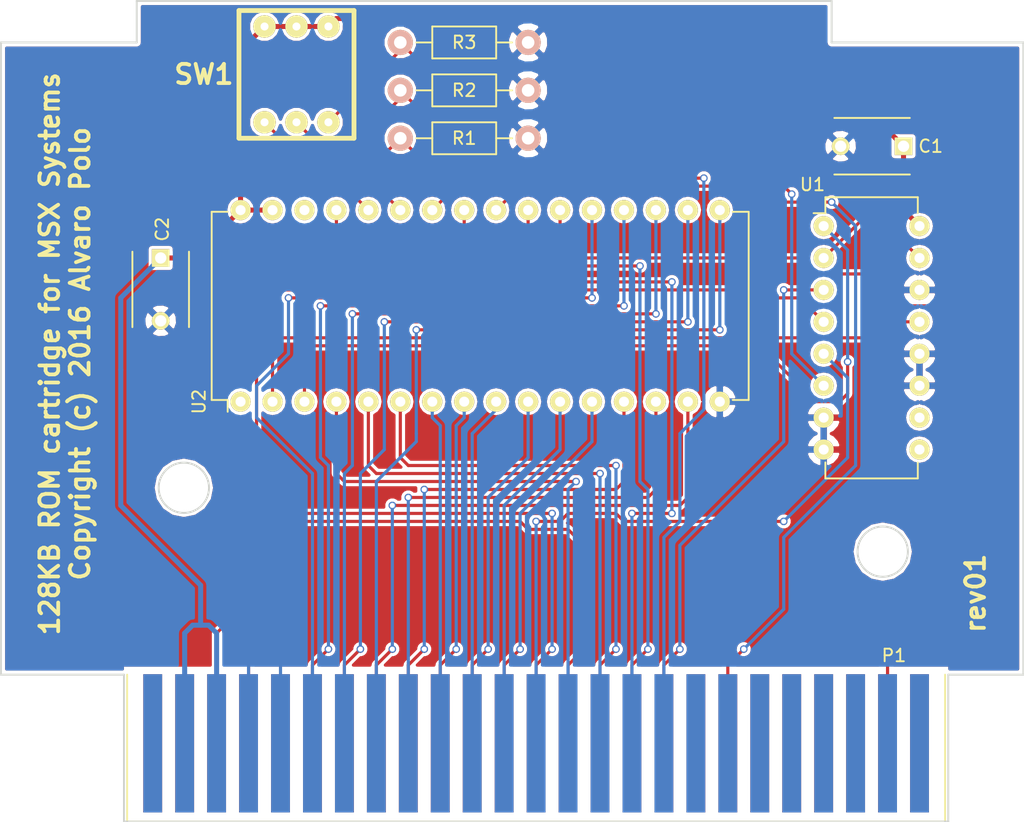
<source format=kicad_pcb>
(kicad_pcb (version 4) (host pcbnew 4.0.1-stable)

  (general
    (links 57)
    (no_connects 0)
    (area 111.684999 95.682999 193.115001 161.311001)
    (thickness 1.6)
    (drawings 18)
    (tracks 322)
    (zones 0)
    (modules 9)
    (nets 58)
  )

  (page A4)
  (layers
    (0 F.Cu mixed)
    (31 B.Cu mixed)
    (32 B.Adhes user)
    (33 F.Adhes user)
    (34 B.Paste user)
    (35 F.Paste user)
    (36 B.SilkS user)
    (37 F.SilkS user)
    (38 B.Mask user)
    (39 F.Mask user)
    (40 Dwgs.User user)
    (41 Cmts.User user)
    (42 Eco1.User user)
    (43 Eco2.User user)
    (44 Edge.Cuts user)
    (45 Margin user)
    (46 B.CrtYd user)
    (47 F.CrtYd user)
    (48 B.Fab user)
    (49 F.Fab user)
  )

  (setup
    (last_trace_width 0.25)
    (trace_clearance 0.2)
    (zone_clearance 0.254)
    (zone_45_only no)
    (trace_min 0.2)
    (segment_width 0.2)
    (edge_width 0.15)
    (via_size 0.6)
    (via_drill 0.4)
    (via_min_size 0.4)
    (via_min_drill 0.3)
    (uvia_size 0.3)
    (uvia_drill 0.1)
    (uvias_allowed no)
    (uvia_min_size 0.2)
    (uvia_min_drill 0.1)
    (pcb_text_width 0.3)
    (pcb_text_size 1.5 1.5)
    (mod_edge_width 0.15)
    (mod_text_size 1 1)
    (mod_text_width 0.15)
    (pad_size 1.524 1.524)
    (pad_drill 0.762)
    (pad_to_mask_clearance 0.2)
    (aux_axis_origin 108.585 162.56)
    (visible_elements 7FFFFFFF)
    (pcbplotparams
      (layerselection 0x0103c_80000001)
      (usegerberextensions false)
      (excludeedgelayer true)
      (linewidth 0.100000)
      (plotframeref false)
      (viasonmask false)
      (mode 1)
      (useauxorigin false)
      (hpglpennumber 1)
      (hpglpenspeed 20)
      (hpglpendiameter 15)
      (hpglpenoverlay 2)
      (psnegative false)
      (psa4output false)
      (plotreference true)
      (plotvalue true)
      (plotinvisibletext false)
      (padsonsilk false)
      (subtractmaskfromsilk false)
      (outputformat 1)
      (mirror false)
      (drillshape 0)
      (scaleselection 1)
      (outputdirectory gerber))
  )

  (net 0 "")
  (net 1 VCC)
  (net 2 GND)
  (net 3 "Net-(P1-Pad1)")
  (net 4 "Net-(P1-Pad3)")
  (net 5 "Net-(P1-Pad5)")
  (net 6 "Net-(P1-Pad7)")
  (net 7 "Net-(P1-Pad9)")
  (net 8 "Net-(P1-Pad11)")
  (net 9 "Net-(P1-Pad13)")
  (net 10 "Net-(P1-Pad15)")
  (net 11 /A9)
  (net 12 /A11)
  (net 13 /A7)
  (net 14 /A12)
  (net 15 /A14)
  (net 16 /A1)
  (net 17 /A3)
  (net 18 /A5)
  (net 19 /D1)
  (net 20 /D3)
  (net 21 /D5)
  (net 22 /D7)
  (net 23 "Net-(P1-Pad49)")
  (net 24 "Net-(P1-Pad50)")
  (net 25 "Net-(P1-Pad48)")
  (net 26 "Net-(P1-Pad44)")
  (net 27 "Net-(P1-Pad42)")
  (net 28 /D6)
  (net 29 /D4)
  (net 30 /D2)
  (net 31 /D0)
  (net 32 /A4)
  (net 33 /A2)
  (net 34 /A0)
  (net 35 /A13)
  (net 36 /A8)
  (net 37 /A6)
  (net 38 /A10)
  (net 39 /A15)
  (net 40 "Net-(P1-Pad16)")
  (net 41 ~RD)
  (net 42 "Net-(P1-Pad12)")
  (net 43 "Net-(P1-Pad10)")
  (net 44 "Net-(P1-Pad2)")
  (net 45 ~SLTSL)
  (net 46 "Net-(P1-Pad6)")
  (net 47 "Net-(P1-Pad8)")
  (net 48 "Net-(R1-Pad1)")
  (net 49 "Net-(R2-Pad1)")
  (net 50 "Net-(R3-Pad1)")
  (net 51 MA15)
  (net 52 MA14)
  (net 53 "Net-(U1-Pad9)")
  (net 54 "Net-(U1-Pad10)")
  (net 55 MA16)
  (net 56 "Net-(U2-Pad1)")
  (net 57 "Net-(U2-Pad30)")

  (net_class Default "This is the default net class."
    (clearance 0.2)
    (trace_width 0.25)
    (via_dia 0.6)
    (via_drill 0.4)
    (uvia_dia 0.3)
    (uvia_drill 0.1)
    (add_net /A0)
    (add_net /A1)
    (add_net /A10)
    (add_net /A11)
    (add_net /A12)
    (add_net /A13)
    (add_net /A14)
    (add_net /A15)
    (add_net /A2)
    (add_net /A3)
    (add_net /A4)
    (add_net /A5)
    (add_net /A6)
    (add_net /A7)
    (add_net /A8)
    (add_net /A9)
    (add_net /D0)
    (add_net /D1)
    (add_net /D2)
    (add_net /D3)
    (add_net /D4)
    (add_net /D5)
    (add_net /D6)
    (add_net /D7)
    (add_net GND)
    (add_net MA14)
    (add_net MA15)
    (add_net MA16)
    (add_net "Net-(P1-Pad1)")
    (add_net "Net-(P1-Pad10)")
    (add_net "Net-(P1-Pad11)")
    (add_net "Net-(P1-Pad12)")
    (add_net "Net-(P1-Pad13)")
    (add_net "Net-(P1-Pad15)")
    (add_net "Net-(P1-Pad16)")
    (add_net "Net-(P1-Pad2)")
    (add_net "Net-(P1-Pad3)")
    (add_net "Net-(P1-Pad42)")
    (add_net "Net-(P1-Pad44)")
    (add_net "Net-(P1-Pad48)")
    (add_net "Net-(P1-Pad49)")
    (add_net "Net-(P1-Pad5)")
    (add_net "Net-(P1-Pad50)")
    (add_net "Net-(P1-Pad6)")
    (add_net "Net-(P1-Pad7)")
    (add_net "Net-(P1-Pad8)")
    (add_net "Net-(P1-Pad9)")
    (add_net "Net-(R1-Pad1)")
    (add_net "Net-(R2-Pad1)")
    (add_net "Net-(R3-Pad1)")
    (add_net "Net-(U1-Pad10)")
    (add_net "Net-(U1-Pad9)")
    (add_net "Net-(U2-Pad1)")
    (add_net "Net-(U2-Pad30)")
    (add_net ~RD)
    (add_net ~SLTSL)
  )

  (net_class Power ""
    (clearance 0.2)
    (trace_width 0.4)
    (via_dia 0.8)
    (via_drill 0.6)
    (uvia_dia 0.3)
    (uvia_drill 0.1)
    (add_net VCC)
  )

  (module Resistors_ThroughHole:Resistor_Horizontal_RM10mm (layer F.Cu) (tedit 56955DC8) (tstamp 568AE363)
    (at 148.59 106.68)
    (descr "Resistor, Axial,  RM 10mm, 1/3W,")
    (tags "Resistor, Axial, RM 10mm, 1/3W,")
    (path /56840D9D)
    (fp_text reference R1 (at 0 0) (layer F.SilkS)
      (effects (font (size 1 1) (thickness 0.15)))
    )
    (fp_text value 10K (at 8.255 0) (layer F.Fab)
      (effects (font (size 1 1) (thickness 0.15)))
    )
    (fp_line (start -2.54 -1.27) (end 2.54 -1.27) (layer F.SilkS) (width 0.15))
    (fp_line (start 2.54 -1.27) (end 2.54 1.27) (layer F.SilkS) (width 0.15))
    (fp_line (start 2.54 1.27) (end -2.54 1.27) (layer F.SilkS) (width 0.15))
    (fp_line (start -2.54 1.27) (end -2.54 -1.27) (layer F.SilkS) (width 0.15))
    (fp_line (start -2.54 0) (end -3.81 0) (layer F.SilkS) (width 0.15))
    (fp_line (start 2.54 0) (end 3.81 0) (layer F.SilkS) (width 0.15))
    (pad 1 thru_hole circle (at -5.08 0) (size 1.99898 1.99898) (drill 1.00076) (layers *.Cu *.SilkS *.Mask)
      (net 48 "Net-(R1-Pad1)"))
    (pad 2 thru_hole circle (at 5.08 0) (size 1.99898 1.99898) (drill 1.00076) (layers *.Cu *.SilkS *.Mask)
      (net 2 GND))
    (model Resistors_ThroughHole.3dshapes/Resistor_Horizontal_RM10mm.wrl
      (at (xyz 0 0 0))
      (scale (xyz 0.4 0.4 0.4))
      (rotate (xyz 0 0 0))
    )
  )

  (module Resistors_ThroughHole:Resistor_Horizontal_RM10mm (layer F.Cu) (tedit 56955DCC) (tstamp 568AE369)
    (at 148.59 102.87)
    (descr "Resistor, Axial,  RM 10mm, 1/3W,")
    (tags "Resistor, Axial, RM 10mm, 1/3W,")
    (path /56840DE9)
    (fp_text reference R2 (at 0 0) (layer F.SilkS)
      (effects (font (size 1 1) (thickness 0.15)))
    )
    (fp_text value 10K (at 8.255 0) (layer F.Fab)
      (effects (font (size 1 1) (thickness 0.15)))
    )
    (fp_line (start -2.54 -1.27) (end 2.54 -1.27) (layer F.SilkS) (width 0.15))
    (fp_line (start 2.54 -1.27) (end 2.54 1.27) (layer F.SilkS) (width 0.15))
    (fp_line (start 2.54 1.27) (end -2.54 1.27) (layer F.SilkS) (width 0.15))
    (fp_line (start -2.54 1.27) (end -2.54 -1.27) (layer F.SilkS) (width 0.15))
    (fp_line (start -2.54 0) (end -3.81 0) (layer F.SilkS) (width 0.15))
    (fp_line (start 2.54 0) (end 3.81 0) (layer F.SilkS) (width 0.15))
    (pad 1 thru_hole circle (at -5.08 0) (size 1.99898 1.99898) (drill 1.00076) (layers *.Cu *.SilkS *.Mask)
      (net 49 "Net-(R2-Pad1)"))
    (pad 2 thru_hole circle (at 5.08 0) (size 1.99898 1.99898) (drill 1.00076) (layers *.Cu *.SilkS *.Mask)
      (net 2 GND))
    (model Resistors_ThroughHole.3dshapes/Resistor_Horizontal_RM10mm.wrl
      (at (xyz 0 0 0))
      (scale (xyz 0.4 0.4 0.4))
      (rotate (xyz 0 0 0))
    )
  )

  (module Resistors_ThroughHole:Resistor_Horizontal_RM10mm (layer F.Cu) (tedit 56955DCF) (tstamp 568AE36F)
    (at 148.59 99.06)
    (descr "Resistor, Axial,  RM 10mm, 1/3W,")
    (tags "Resistor, Axial, RM 10mm, 1/3W,")
    (path /56840E23)
    (fp_text reference R3 (at 0 0) (layer F.SilkS)
      (effects (font (size 1 1) (thickness 0.15)))
    )
    (fp_text value 10K (at 8.255 0) (layer F.Fab)
      (effects (font (size 1 1) (thickness 0.15)))
    )
    (fp_line (start -2.54 -1.27) (end 2.54 -1.27) (layer F.SilkS) (width 0.15))
    (fp_line (start 2.54 -1.27) (end 2.54 1.27) (layer F.SilkS) (width 0.15))
    (fp_line (start 2.54 1.27) (end -2.54 1.27) (layer F.SilkS) (width 0.15))
    (fp_line (start -2.54 1.27) (end -2.54 -1.27) (layer F.SilkS) (width 0.15))
    (fp_line (start -2.54 0) (end -3.81 0) (layer F.SilkS) (width 0.15))
    (fp_line (start 2.54 0) (end 3.81 0) (layer F.SilkS) (width 0.15))
    (pad 1 thru_hole circle (at -5.08 0) (size 1.99898 1.99898) (drill 1.00076) (layers *.Cu *.SilkS *.Mask)
      (net 50 "Net-(R3-Pad1)"))
    (pad 2 thru_hole circle (at 5.08 0) (size 1.99898 1.99898) (drill 1.00076) (layers *.Cu *.SilkS *.Mask)
      (net 2 GND))
    (model Resistors_ThroughHole.3dshapes/Resistor_Horizontal_RM10mm.wrl
      (at (xyz 0 0 0))
      (scale (xyz 0.4 0.4 0.4))
      (rotate (xyz 0 0 0))
    )
  )

  (module dips-s:DIPS-DS03 (layer F.Cu) (tedit 56980059) (tstamp 568AE379)
    (at 135.255 101.6)
    (tags "dip switch")
    (path /568AB999)
    (fp_text reference SW1 (at -7.366 0) (layer F.SilkS)
      (effects (font (thickness 0.3048)))
    )
    (fp_text value DIPS_03 (at 0 0) (layer F.SilkS) hide
      (effects (font (thickness 0.3048)))
    )
    (fp_line (start 4.572 5.08) (end -4.572 5.08) (layer F.SilkS) (width 0.381))
    (fp_line (start -4.572 -5.08) (end 4.572 -5.08) (layer F.SilkS) (width 0.381))
    (fp_line (start -4.572 -5.08) (end -4.572 5.08) (layer F.SilkS) (width 0.381))
    (fp_line (start 4.572 -5.08) (end 4.572 5.08) (layer F.SilkS) (width 0.381))
    (pad 1 thru_hole circle (at -2.54 3.81) (size 1.778 1.778) (drill 0.635) (layers *.Cu *.Mask F.SilkS)
      (net 48 "Net-(R1-Pad1)"))
    (pad 2 thru_hole circle (at 0 3.81) (size 1.778 1.778) (drill 0.635) (layers *.Cu *.Mask F.SilkS)
      (net 49 "Net-(R2-Pad1)"))
    (pad 3 thru_hole circle (at 2.54 3.81) (size 1.778 1.778) (drill 0.635) (layers *.Cu *.Mask F.SilkS)
      (net 50 "Net-(R3-Pad1)"))
    (pad 4 thru_hole circle (at 2.54 -3.81) (size 1.778 1.778) (drill 0.635) (layers *.Cu *.Mask F.SilkS)
      (net 1 VCC))
    (pad 5 thru_hole circle (at 0 -3.81) (size 1.778 1.778) (drill 0.635) (layers *.Cu *.Mask F.SilkS)
      (net 1 VCC))
    (pad 6 thru_hole circle (at -2.54 -3.81) (size 1.778 1.778) (drill 0.635) (layers *.Cu *.Mask F.SilkS)
      (net 1 VCC))
    (model dips/dips-ds03.wrl
      (at (xyz 0 0 0))
      (scale (xyz 1 1 1))
      (rotate (xyz 0 0 0))
    )
  )

  (module Housings_DIP:DIP-16_W7.62mm (layer F.Cu) (tedit 5698004F) (tstamp 568AE38D)
    (at 177.165 113.665)
    (descr "16-lead dip package, row spacing 7.62 mm (300 mils)")
    (tags "dil dip 2.54 300")
    (path /5683FF05)
    (fp_text reference U1 (at -0.889 -3.302) (layer F.SilkS)
      (effects (font (size 1 1) (thickness 0.15)))
    )
    (fp_text value 74LS283 (at 5.08 14.605 90) (layer F.Fab)
      (effects (font (size 1 1) (thickness 0.15)))
    )
    (fp_line (start -1.05 -2.45) (end -1.05 20.25) (layer F.CrtYd) (width 0.05))
    (fp_line (start 8.65 -2.45) (end 8.65 20.25) (layer F.CrtYd) (width 0.05))
    (fp_line (start -1.05 -2.45) (end 8.65 -2.45) (layer F.CrtYd) (width 0.05))
    (fp_line (start -1.05 20.25) (end 8.65 20.25) (layer F.CrtYd) (width 0.05))
    (fp_line (start 0.135 -2.295) (end 0.135 -1.025) (layer F.SilkS) (width 0.15))
    (fp_line (start 7.485 -2.295) (end 7.485 -1.025) (layer F.SilkS) (width 0.15))
    (fp_line (start 7.485 20.075) (end 7.485 18.805) (layer F.SilkS) (width 0.15))
    (fp_line (start 0.135 20.075) (end 0.135 18.805) (layer F.SilkS) (width 0.15))
    (fp_line (start 0.135 -2.295) (end 7.485 -2.295) (layer F.SilkS) (width 0.15))
    (fp_line (start 0.135 20.075) (end 7.485 20.075) (layer F.SilkS) (width 0.15))
    (fp_line (start 0.135 -1.025) (end -0.8 -1.025) (layer F.SilkS) (width 0.15))
    (pad 1 thru_hole oval (at 0 0) (size 1.6 1.6) (drill 0.8) (layers *.Cu *.Mask F.SilkS)
      (net 51 MA15))
    (pad 2 thru_hole oval (at 0 2.54) (size 1.6 1.6) (drill 0.8) (layers *.Cu *.Mask F.SilkS)
      (net 49 "Net-(R2-Pad1)"))
    (pad 3 thru_hole oval (at 0 5.08) (size 1.6 1.6) (drill 0.8) (layers *.Cu *.Mask F.SilkS)
      (net 39 /A15))
    (pad 4 thru_hole oval (at 0 7.62) (size 1.6 1.6) (drill 0.8) (layers *.Cu *.Mask F.SilkS)
      (net 52 MA14))
    (pad 5 thru_hole oval (at 0 10.16) (size 1.6 1.6) (drill 0.8) (layers *.Cu *.Mask F.SilkS)
      (net 15 /A14))
    (pad 6 thru_hole oval (at 0 12.7) (size 1.6 1.6) (drill 0.8) (layers *.Cu *.Mask F.SilkS)
      (net 48 "Net-(R1-Pad1)"))
    (pad 7 thru_hole oval (at 0 15.24) (size 1.6 1.6) (drill 0.8) (layers *.Cu *.Mask F.SilkS)
      (net 2 GND))
    (pad 8 thru_hole oval (at 0 17.78) (size 1.6 1.6) (drill 0.8) (layers *.Cu *.Mask F.SilkS)
      (net 2 GND))
    (pad 9 thru_hole oval (at 7.62 17.78) (size 1.6 1.6) (drill 0.8) (layers *.Cu *.Mask F.SilkS)
      (net 53 "Net-(U1-Pad9)"))
    (pad 10 thru_hole oval (at 7.62 15.24) (size 1.6 1.6) (drill 0.8) (layers *.Cu *.Mask F.SilkS)
      (net 54 "Net-(U1-Pad10)"))
    (pad 11 thru_hole oval (at 7.62 12.7) (size 1.6 1.6) (drill 0.8) (layers *.Cu *.Mask F.SilkS)
      (net 2 GND))
    (pad 12 thru_hole oval (at 7.62 10.16) (size 1.6 1.6) (drill 0.8) (layers *.Cu *.Mask F.SilkS)
      (net 2 GND))
    (pad 13 thru_hole oval (at 7.62 7.62) (size 1.6 1.6) (drill 0.8) (layers *.Cu *.Mask F.SilkS)
      (net 55 MA16))
    (pad 14 thru_hole oval (at 7.62 5.08) (size 1.6 1.6) (drill 0.8) (layers *.Cu *.Mask F.SilkS)
      (net 2 GND))
    (pad 15 thru_hole oval (at 7.62 2.54) (size 1.6 1.6) (drill 0.8) (layers *.Cu *.Mask F.SilkS)
      (net 50 "Net-(R3-Pad1)"))
    (pad 16 thru_hole oval (at 7.62 0) (size 1.6 1.6) (drill 0.8) (layers *.Cu *.Mask F.SilkS)
      (net 1 VCC))
    (model Housings_DIP.3dshapes/DIP-16_W7.62mm.wrl
      (at (xyz 0 0 0))
      (scale (xyz 1 1 1))
      (rotate (xyz 0 0 0))
    )
  )

  (module Housings_DIP:DIP-32_W15.24mm (layer F.Cu) (tedit 56980046) (tstamp 568AE3B1)
    (at 130.81 127.635 90)
    (descr "32-lead dip package, row spacing 15.24 mm (600 mils)")
    (tags "dil dip 2.54 600")
    (path /5683F98D)
    (fp_text reference U2 (at 0 -3.302 90) (layer F.SilkS)
      (effects (font (size 1 1) (thickness 0.15)))
    )
    (fp_text value SST39SF010 (at 2.54 20.32 180) (layer F.Fab)
      (effects (font (size 1 1) (thickness 0.15)))
    )
    (fp_line (start -1.05 -2.45) (end -1.05 40.55) (layer F.CrtYd) (width 0.05))
    (fp_line (start 16.3 -2.45) (end 16.3 40.55) (layer F.CrtYd) (width 0.05))
    (fp_line (start -1.05 -2.45) (end 16.3 -2.45) (layer F.CrtYd) (width 0.05))
    (fp_line (start -1.05 40.55) (end 16.3 40.55) (layer F.CrtYd) (width 0.05))
    (fp_line (start 0.135 -2.295) (end 0.135 -1.025) (layer F.SilkS) (width 0.15))
    (fp_line (start 15.105 -2.295) (end 15.105 -1.025) (layer F.SilkS) (width 0.15))
    (fp_line (start 15.105 40.395) (end 15.105 39.125) (layer F.SilkS) (width 0.15))
    (fp_line (start 0.135 40.395) (end 0.135 39.125) (layer F.SilkS) (width 0.15))
    (fp_line (start 0.135 -2.295) (end 15.105 -2.295) (layer F.SilkS) (width 0.15))
    (fp_line (start 0.135 40.395) (end 15.105 40.395) (layer F.SilkS) (width 0.15))
    (fp_line (start 0.135 -1.025) (end -0.8 -1.025) (layer F.SilkS) (width 0.15))
    (pad 1 thru_hole oval (at 0 0 90) (size 1.6 1.6) (drill 0.8) (layers *.Cu *.Mask F.SilkS)
      (net 56 "Net-(U2-Pad1)"))
    (pad 2 thru_hole oval (at 0 2.54 90) (size 1.6 1.6) (drill 0.8) (layers *.Cu *.Mask F.SilkS)
      (net 55 MA16))
    (pad 3 thru_hole oval (at 0 5.08 90) (size 1.6 1.6) (drill 0.8) (layers *.Cu *.Mask F.SilkS)
      (net 51 MA15))
    (pad 4 thru_hole oval (at 0 7.62 90) (size 1.6 1.6) (drill 0.8) (layers *.Cu *.Mask F.SilkS)
      (net 14 /A12))
    (pad 5 thru_hole oval (at 0 10.16 90) (size 1.6 1.6) (drill 0.8) (layers *.Cu *.Mask F.SilkS)
      (net 13 /A7))
    (pad 6 thru_hole oval (at 0 12.7 90) (size 1.6 1.6) (drill 0.8) (layers *.Cu *.Mask F.SilkS)
      (net 37 /A6))
    (pad 7 thru_hole oval (at 0 15.24 90) (size 1.6 1.6) (drill 0.8) (layers *.Cu *.Mask F.SilkS)
      (net 18 /A5))
    (pad 8 thru_hole oval (at 0 17.78 90) (size 1.6 1.6) (drill 0.8) (layers *.Cu *.Mask F.SilkS)
      (net 32 /A4))
    (pad 9 thru_hole oval (at 0 20.32 90) (size 1.6 1.6) (drill 0.8) (layers *.Cu *.Mask F.SilkS)
      (net 17 /A3))
    (pad 10 thru_hole oval (at 0 22.86 90) (size 1.6 1.6) (drill 0.8) (layers *.Cu *.Mask F.SilkS)
      (net 33 /A2))
    (pad 11 thru_hole oval (at 0 25.4 90) (size 1.6 1.6) (drill 0.8) (layers *.Cu *.Mask F.SilkS)
      (net 16 /A1))
    (pad 12 thru_hole oval (at 0 27.94 90) (size 1.6 1.6) (drill 0.8) (layers *.Cu *.Mask F.SilkS)
      (net 34 /A0))
    (pad 13 thru_hole oval (at 0 30.48 90) (size 1.6 1.6) (drill 0.8) (layers *.Cu *.Mask F.SilkS)
      (net 31 /D0))
    (pad 14 thru_hole oval (at 0 33.02 90) (size 1.6 1.6) (drill 0.8) (layers *.Cu *.Mask F.SilkS)
      (net 19 /D1))
    (pad 15 thru_hole oval (at 0 35.56 90) (size 1.6 1.6) (drill 0.8) (layers *.Cu *.Mask F.SilkS)
      (net 30 /D2))
    (pad 16 thru_hole oval (at 0 38.1 90) (size 1.6 1.6) (drill 0.8) (layers *.Cu *.Mask F.SilkS)
      (net 2 GND))
    (pad 17 thru_hole oval (at 15.24 38.1 90) (size 1.6 1.6) (drill 0.8) (layers *.Cu *.Mask F.SilkS)
      (net 20 /D3))
    (pad 18 thru_hole oval (at 15.24 35.56 90) (size 1.6 1.6) (drill 0.8) (layers *.Cu *.Mask F.SilkS)
      (net 29 /D4))
    (pad 19 thru_hole oval (at 15.24 33.02 90) (size 1.6 1.6) (drill 0.8) (layers *.Cu *.Mask F.SilkS)
      (net 21 /D5))
    (pad 20 thru_hole oval (at 15.24 30.48 90) (size 1.6 1.6) (drill 0.8) (layers *.Cu *.Mask F.SilkS)
      (net 28 /D6))
    (pad 21 thru_hole oval (at 15.24 27.94 90) (size 1.6 1.6) (drill 0.8) (layers *.Cu *.Mask F.SilkS)
      (net 22 /D7))
    (pad 22 thru_hole oval (at 15.24 25.4 90) (size 1.6 1.6) (drill 0.8) (layers *.Cu *.Mask F.SilkS)
      (net 45 ~SLTSL))
    (pad 23 thru_hole oval (at 15.24 22.86 90) (size 1.6 1.6) (drill 0.8) (layers *.Cu *.Mask F.SilkS)
      (net 38 /A10))
    (pad 24 thru_hole oval (at 15.24 20.32 90) (size 1.6 1.6) (drill 0.8) (layers *.Cu *.Mask F.SilkS)
      (net 41 ~RD))
    (pad 25 thru_hole oval (at 15.24 17.78 90) (size 1.6 1.6) (drill 0.8) (layers *.Cu *.Mask F.SilkS)
      (net 12 /A11))
    (pad 26 thru_hole oval (at 15.24 15.24 90) (size 1.6 1.6) (drill 0.8) (layers *.Cu *.Mask F.SilkS)
      (net 11 /A9))
    (pad 27 thru_hole oval (at 15.24 12.7 90) (size 1.6 1.6) (drill 0.8) (layers *.Cu *.Mask F.SilkS)
      (net 36 /A8))
    (pad 28 thru_hole oval (at 15.24 10.16 90) (size 1.6 1.6) (drill 0.8) (layers *.Cu *.Mask F.SilkS)
      (net 35 /A13))
    (pad 29 thru_hole oval (at 15.24 7.62 90) (size 1.6 1.6) (drill 0.8) (layers *.Cu *.Mask F.SilkS)
      (net 52 MA14))
    (pad 30 thru_hole oval (at 15.24 5.08 90) (size 1.6 1.6) (drill 0.8) (layers *.Cu *.Mask F.SilkS)
      (net 57 "Net-(U2-Pad30)"))
    (pad 31 thru_hole oval (at 15.24 2.54 90) (size 1.6 1.6) (drill 0.8) (layers *.Cu *.Mask F.SilkS)
      (net 1 VCC))
    (pad 32 thru_hole oval (at 15.24 0 90) (size 1.6 1.6) (drill 0.8) (layers *.Cu *.Mask F.SilkS)
      (net 1 VCC))
    (model Housings_DIP.3dshapes/DIP-32_W15.24mm.wrl
      (at (xyz 0 0 0))
      (scale (xyz 1 1 1))
      (rotate (xyz 0 0 0))
    )
  )

  (module msx:msx_cartridge (layer F.Cu) (tedit 569559C3) (tstamp 569579E4)
    (at 154.305 154.94)
    (path /5683C854)
    (fp_text reference P1 (at 28.448 -7.112) (layer F.SilkS)
      (effects (font (size 1 1) (thickness 0.15)))
    )
    (fp_text value CONN_02X25 (at 0 -7.62) (layer F.Fab)
      (effects (font (size 1 1) (thickness 0.15)))
    )
    (fp_line (start 32.512 6.096) (end -32.512 6.096) (layer F.SilkS) (width 0.15))
    (fp_line (start -32.512 6.096) (end -32.512 -5.588) (layer F.SilkS) (width 0.15))
    (fp_line (start 32.512 6.096) (end 32.512 -5.588) (layer F.SilkS) (width 0.15))
    (pad 1 connect rect (at 30.48 -0.127) (size 1.5 11) (layers B.Cu B.Mask)
      (net 3 "Net-(P1-Pad1)"))
    (pad 3 connect rect (at 27.94 -0.127) (size 1.5 11) (layers B.Cu B.Mask)
      (net 4 "Net-(P1-Pad3)"))
    (pad 5 connect rect (at 25.4 -0.127) (size 1.5 11) (layers B.Cu B.Mask)
      (net 5 "Net-(P1-Pad5)"))
    (pad 7 connect rect (at 22.86 -0.127) (size 1.5 11) (layers B.Cu B.Mask)
      (net 6 "Net-(P1-Pad7)"))
    (pad 9 connect rect (at 20.32 -0.127) (size 1.5 11) (layers B.Cu B.Mask)
      (net 7 "Net-(P1-Pad9)"))
    (pad 11 connect rect (at 17.78 -0.127) (size 1.5 11) (layers B.Cu B.Mask)
      (net 8 "Net-(P1-Pad11)"))
    (pad 13 connect rect (at 15.24 -0.127) (size 1.5 11) (layers B.Cu B.Mask)
      (net 9 "Net-(P1-Pad13)"))
    (pad 15 connect rect (at 12.7 -0.127) (size 1.5 11) (layers B.Cu B.Mask)
      (net 10 "Net-(P1-Pad15)"))
    (pad 17 connect rect (at 10.16 -0.127) (size 1.5 11) (layers B.Cu B.Mask)
      (net 11 /A9))
    (pad 19 connect rect (at 7.62 -0.127) (size 1.5 11) (layers B.Cu B.Mask)
      (net 12 /A11))
    (pad 21 connect rect (at 5.08 -0.127) (size 1.5 11) (layers B.Cu B.Mask)
      (net 13 /A7))
    (pad 23 connect rect (at 2.54 -0.127) (size 1.5 11) (layers B.Cu B.Mask)
      (net 14 /A12))
    (pad 25 connect rect (at 0 -0.127) (size 1.5 11) (layers B.Cu B.Mask)
      (net 15 /A14))
    (pad 27 connect rect (at -2.54 -0.127) (size 1.5 11) (layers B.Cu B.Mask)
      (net 16 /A1))
    (pad 29 connect rect (at -5.08 -0.127) (size 1.5 11) (layers B.Cu B.Mask)
      (net 17 /A3))
    (pad 31 connect rect (at -7.62 -0.127) (size 1.5 11) (layers B.Cu B.Mask)
      (net 18 /A5))
    (pad 33 connect rect (at -10.16 -0.127) (size 1.5 11) (layers B.Cu B.Mask)
      (net 19 /D1))
    (pad 35 connect rect (at -12.7 -0.127) (size 1.5 11) (layers B.Cu B.Mask)
      (net 20 /D3))
    (pad 37 connect rect (at -15.24 -0.127) (size 1.5 11) (layers B.Cu B.Mask)
      (net 21 /D5))
    (pad 39 connect rect (at -17.78 -0.127) (size 1.5 11) (layers B.Cu B.Mask)
      (net 22 /D7))
    (pad 41 connect rect (at -20.32 -0.127) (size 1.5 11) (layers B.Cu B.Mask)
      (net 2 GND))
    (pad 43 connect rect (at -22.86 -0.127) (size 1.5 11) (layers B.Cu B.Mask)
      (net 2 GND))
    (pad 45 connect rect (at -25.4 -0.127) (size 1.5 11) (layers B.Cu B.Mask)
      (net 1 VCC))
    (pad 47 connect rect (at -27.94 -0.127) (size 1.5 11) (layers B.Cu B.Mask)
      (net 1 VCC))
    (pad 49 connect rect (at -30.48 -0.127) (size 1.5 11) (layers B.Cu B.Mask)
      (net 23 "Net-(P1-Pad49)"))
    (pad 50 connect rect (at -30.48 -0.127) (size 1.5 11) (layers F.Cu F.Mask)
      (net 24 "Net-(P1-Pad50)"))
    (pad 48 connect rect (at -27.94 -0.127) (size 1.5 11) (layers F.Cu F.Mask)
      (net 25 "Net-(P1-Pad48)"))
    (pad 46 connect rect (at -25.4 -0.127) (size 1.5 11) (layers F.Cu F.Mask)
      (net 26 "Net-(P1-Pad44)"))
    (pad 44 connect rect (at -22.86 -0.127) (size 1.5 11) (layers F.Cu F.Mask)
      (net 26 "Net-(P1-Pad44)"))
    (pad 42 connect rect (at -20.32 -0.127) (size 1.5 11) (layers F.Cu F.Mask)
      (net 27 "Net-(P1-Pad42)"))
    (pad 40 connect rect (at -17.78 -0.127) (size 1.5 11) (layers F.Cu F.Mask)
      (net 28 /D6))
    (pad 38 connect rect (at -15.24 -0.127) (size 1.5 11) (layers F.Cu F.Mask)
      (net 29 /D4))
    (pad 36 connect rect (at -12.7 -0.127) (size 1.5 11) (layers F.Cu F.Mask)
      (net 30 /D2))
    (pad 34 connect rect (at -10.16 -0.127) (size 1.5 11) (layers F.Cu F.Mask)
      (net 31 /D0))
    (pad 32 connect rect (at -7.62 -0.127) (size 1.5 11) (layers F.Cu F.Mask)
      (net 32 /A4))
    (pad 30 connect rect (at -5.08 -0.127) (size 1.5 11) (layers F.Cu F.Mask)
      (net 33 /A2))
    (pad 28 connect rect (at -2.54 -0.127) (size 1.5 11) (layers F.Cu F.Mask)
      (net 34 /A0))
    (pad 26 connect rect (at 0 -0.127) (size 1.5 11) (layers F.Cu F.Mask)
      (net 35 /A13))
    (pad 24 connect rect (at 2.54 -0.127) (size 1.5 11) (layers F.Cu F.Mask)
      (net 36 /A8))
    (pad 22 connect rect (at 5.08 -0.127) (size 1.5 11) (layers F.Cu F.Mask)
      (net 37 /A6))
    (pad 20 connect rect (at 7.62 -0.127) (size 1.5 11) (layers F.Cu F.Mask)
      (net 38 /A10))
    (pad 18 connect rect (at 10.16 -0.127) (size 1.5 11) (layers F.Cu F.Mask)
      (net 39 /A15))
    (pad 16 connect rect (at 12.7 -0.127) (size 1.5 11) (layers F.Cu F.Mask)
      (net 40 "Net-(P1-Pad16)"))
    (pad 14 connect rect (at 15.24 -0.127) (size 1.5 11) (layers F.Cu F.Mask)
      (net 41 ~RD))
    (pad 12 connect rect (at 17.78 -0.127) (size 1.5 11) (layers F.Cu F.Mask)
      (net 42 "Net-(P1-Pad12)"))
    (pad 10 connect rect (at 20.32 -0.127) (size 1.5 11) (layers F.Cu F.Mask)
      (net 43 "Net-(P1-Pad10)"))
    (pad 2 connect rect (at 30.48 -0.127) (size 1.5 11) (layers F.Cu F.Mask)
      (net 44 "Net-(P1-Pad2)"))
    (pad 4 connect rect (at 27.94 -0.127) (size 1.5 11) (layers F.Cu F.Mask)
      (net 45 ~SLTSL))
    (pad 6 connect rect (at 25.4 -0.127) (size 1.5 11) (layers F.Cu F.Mask)
      (net 46 "Net-(P1-Pad6)"))
    (pad 8 connect rect (at 22.86 -0.127) (size 1.5 11) (layers F.Cu F.Mask)
      (net 47 "Net-(P1-Pad8)"))
  )

  (module Capacitors_ThroughHole:C_Disc_D6_P5 (layer F.Cu) (tedit 5698004D) (tstamp 5697FAB8)
    (at 183.515 107.315 180)
    (descr "Capacitor 6mm Disc, Pitch 5mm")
    (tags Capacitor)
    (path /56844D26)
    (fp_text reference C1 (at -2.159 0 180) (layer F.SilkS)
      (effects (font (size 1 1) (thickness 0.15)))
    )
    (fp_text value 100nF (at 2.5 3.5 180) (layer F.Fab)
      (effects (font (size 1 1) (thickness 0.15)))
    )
    (fp_line (start -0.95 -2.5) (end 5.95 -2.5) (layer F.CrtYd) (width 0.05))
    (fp_line (start 5.95 -2.5) (end 5.95 2.5) (layer F.CrtYd) (width 0.05))
    (fp_line (start 5.95 2.5) (end -0.95 2.5) (layer F.CrtYd) (width 0.05))
    (fp_line (start -0.95 2.5) (end -0.95 -2.5) (layer F.CrtYd) (width 0.05))
    (fp_line (start -0.5 -2.25) (end 5.5 -2.25) (layer F.SilkS) (width 0.15))
    (fp_line (start 5.5 2.25) (end -0.5 2.25) (layer F.SilkS) (width 0.15))
    (pad 1 thru_hole rect (at 0 0 180) (size 1.4 1.4) (drill 0.9) (layers *.Cu *.Mask F.SilkS)
      (net 1 VCC))
    (pad 2 thru_hole circle (at 5 0 180) (size 1.4 1.4) (drill 0.9) (layers *.Cu *.Mask F.SilkS)
      (net 2 GND))
    (model Capacitors_ThroughHole.3dshapes/C_Disc_D6_P5.wrl
      (at (xyz 0.0984252 0 0))
      (scale (xyz 1 1 1))
      (rotate (xyz 0 0 0))
    )
  )

  (module Capacitors_ThroughHole:C_Disc_D6_P5 (layer F.Cu) (tedit 56980043) (tstamp 5697FABD)
    (at 124.46 116.205 270)
    (descr "Capacitor 6mm Disc, Pitch 5mm")
    (tags Capacitor)
    (path /56844D61)
    (fp_text reference C2 (at -2.286 -0.127 270) (layer F.SilkS)
      (effects (font (size 1 1) (thickness 0.15)))
    )
    (fp_text value 100nF (at 2.5 3.5 270) (layer F.Fab)
      (effects (font (size 1 1) (thickness 0.15)))
    )
    (fp_line (start -0.95 -2.5) (end 5.95 -2.5) (layer F.CrtYd) (width 0.05))
    (fp_line (start 5.95 -2.5) (end 5.95 2.5) (layer F.CrtYd) (width 0.05))
    (fp_line (start 5.95 2.5) (end -0.95 2.5) (layer F.CrtYd) (width 0.05))
    (fp_line (start -0.95 2.5) (end -0.95 -2.5) (layer F.CrtYd) (width 0.05))
    (fp_line (start -0.5 -2.25) (end 5.5 -2.25) (layer F.SilkS) (width 0.15))
    (fp_line (start 5.5 2.25) (end -0.5 2.25) (layer F.SilkS) (width 0.15))
    (pad 1 thru_hole rect (at 0 0 270) (size 1.4 1.4) (drill 0.9) (layers *.Cu *.Mask F.SilkS)
      (net 1 VCC))
    (pad 2 thru_hole circle (at 5 0 270) (size 1.4 1.4) (drill 0.9) (layers *.Cu *.Mask F.SilkS)
      (net 2 GND))
    (model Capacitors_ThroughHole.3dshapes/C_Disc_D6_P5.wrl
      (at (xyz 0.0984252 0 0))
      (scale (xyz 1 1 1))
      (rotate (xyz 0 0 0))
    )
  )

  (gr_text rev01 (at 189.23 142.875 90) (layer F.SilkS)
    (effects (font (size 1.5 1.5) (thickness 0.3)))
  )
  (gr_text "128KB ROM cartridge for MSX Systems\nCopyright (c) 2016 Alvaro Polo\n" (at 116.84 123.825 90) (layer F.SilkS)
    (effects (font (size 1.5 1.5) (thickness 0.3)))
  )
  (gr_line (start 177.8 95.758) (end 177.8 99.06) (angle 90) (layer Edge.Cuts) (width 0.15))
  (gr_line (start 122.555 95.758) (end 122.555 99.06) (angle 90) (layer Edge.Cuts) (width 0.15))
  (gr_line (start 187.071 149.352) (end 193.04 149.352) (angle 90) (layer Edge.Cuts) (width 0.15))
  (gr_line (start 187.071 161.036) (end 186.817 161.036) (angle 90) (layer Edge.Cuts) (width 0.15))
  (gr_line (start 121.539 161.036) (end 121.793 161.036) (angle 90) (layer Edge.Cuts) (width 0.15))
  (gr_line (start 121.539 149.352) (end 111.76 149.352) (angle 90) (layer Edge.Cuts) (width 0.15))
  (gr_circle (center 126.3 134.485) (end 124.3 134.485) (layer Edge.Cuts) (width 0.15))
  (gr_circle (center 181.86 139.565) (end 183.86 139.565) (layer Edge.Cuts) (width 0.15))
  (gr_line (start 193.04 99.06) (end 193.04 149.352) (angle 90) (layer Edge.Cuts) (width 0.15))
  (gr_line (start 177.8 99.06) (end 193.04 99.06) (angle 90) (layer Edge.Cuts) (width 0.15))
  (gr_line (start 122.555 95.758) (end 177.8 95.758) (angle 90) (layer Edge.Cuts) (width 0.15))
  (gr_line (start 111.76 99.06) (end 122.555 99.06) (angle 90) (layer Edge.Cuts) (width 0.15))
  (gr_line (start 111.76 149.352) (end 111.76 99.06) (angle 90) (layer Edge.Cuts) (width 0.15))
  (gr_line (start 121.539 161.036) (end 121.539 149.352) (angle 90) (layer Edge.Cuts) (width 0.15))
  (gr_line (start 186.817 161.036) (end 121.793 161.036) (angle 90) (layer Edge.Cuts) (width 0.15))
  (gr_line (start 187.071 149.352) (end 187.071 161.036) (angle 90) (layer Edge.Cuts) (width 0.15))

  (segment (start 121.285 125.095) (end 121.285 135.89) (width 0.4) (layer B.Cu) (net 1))
  (segment (start 121.285 135.89) (end 127.635 142.24) (width 0.4) (layer B.Cu) (net 1) (tstamp 5696B0D4))
  (segment (start 137.795 97.79) (end 135.255 97.79) (width 0.4) (layer F.Cu) (net 1) (status 30))
  (segment (start 132.715 97.79) (end 135.255 97.79) (width 0.4) (layer F.Cu) (net 1) (status 30))
  (segment (start 127.635 145.415) (end 127.635 142.24) (width 0.4) (layer B.Cu) (net 1))
  (segment (start 121.285 125.095) (end 121.285 119.38) (width 0.4) (layer B.Cu) (net 1) (tstamp 56957B03))
  (segment (start 121.285 119.38) (end 124.46 116.205) (width 0.4) (layer B.Cu) (net 1) (tstamp 56957B04))
  (segment (start 126.365 146.05) (end 127 145.415) (width 0.4) (layer B.Cu) (net 1))
  (segment (start 126.365 154.813) (end 126.365 146.05) (width 0.4) (layer B.Cu) (net 1))
  (segment (start 127 145.415) (end 127.635 145.415) (width 0.4) (layer B.Cu) (net 1) (tstamp 56969EBB))
  (segment (start 128.27 145.415) (end 128.905 146.05) (width 0.4) (layer B.Cu) (net 1) (tstamp 56969EBC))
  (segment (start 128.905 154.813) (end 128.905 146.05) (width 0.4) (layer B.Cu) (net 1))
  (segment (start 127.635 145.415) (end 128.27 145.415) (width 0.4) (layer B.Cu) (net 1) (tstamp 56969EC1))
  (segment (start 183.515 107.315) (end 173.355 97.155) (width 0.4) (layer F.Cu) (net 1))
  (segment (start 138.43 97.155) (end 173.355 97.155) (width 0.4) (layer F.Cu) (net 1) (tstamp 56957B6B))
  (segment (start 137.795 97.79) (end 138.43 97.155) (width 0.4) (layer F.Cu) (net 1) (status 10))
  (segment (start 130.81 112.395) (end 133.35 112.395) (width 0.4) (layer F.Cu) (net 1))
  (segment (start 184.785 113.665) (end 183.515 112.395) (width 0.4) (layer F.Cu) (net 1))
  (segment (start 183.515 112.395) (end 183.515 107.315) (width 0.4) (layer F.Cu) (net 1) (tstamp 56957B12))
  (segment (start 130.81 112.395) (end 127 116.205) (width 0.4) (layer F.Cu) (net 1))
  (segment (start 127 116.205) (end 124.46 116.205) (width 0.4) (layer F.Cu) (net 1) (tstamp 56957B08))
  (segment (start 130.81 112.395) (end 130.81 99.695) (width 0.4) (layer F.Cu) (net 1))
  (segment (start 130.81 99.695) (end 132.715 97.79) (width 0.4) (layer F.Cu) (net 1) (tstamp 569551A0) (status 20))
  (segment (start 133.985 154.813) (end 133.985 148.59) (width 0.25) (layer B.Cu) (net 2))
  (segment (start 131.445 148.59) (end 131.445 154.813) (width 0.25) (layer B.Cu) (net 2) (tstamp 5696B23B))
  (segment (start 132.08 147.955) (end 131.445 148.59) (width 0.25) (layer B.Cu) (net 2) (tstamp 5696B23A))
  (segment (start 133.35 147.955) (end 132.08 147.955) (width 0.25) (layer B.Cu) (net 2) (tstamp 5696B237))
  (segment (start 133.985 148.59) (end 133.35 147.955) (width 0.25) (layer B.Cu) (net 2) (tstamp 5696B233))
  (segment (start 165.735 137.16) (end 165.735 130.175) (width 0.25) (layer B.Cu) (net 11))
  (segment (start 165.735 130.175) (end 167.64 128.27) (width 0.25) (layer B.Cu) (net 11) (tstamp 569802E5))
  (segment (start 164.465 154.813) (end 164.465 138.43) (width 0.25) (layer B.Cu) (net 11))
  (segment (start 148.59 109.855) (end 146.05 112.395) (width 0.25) (layer F.Cu) (net 11) (tstamp 5696A924))
  (segment (start 167.64 109.855) (end 148.59 109.855) (width 0.25) (layer F.Cu) (net 11) (tstamp 5696A923))
  (via (at 167.64 109.855) (size 0.6) (drill 0.4) (layers F.Cu B.Cu) (net 11))
  (segment (start 167.64 128.27) (end 167.64 109.855) (width 0.25) (layer B.Cu) (net 11) (tstamp 569802E9))
  (segment (start 164.465 138.43) (end 165.735 137.16) (width 0.25) (layer B.Cu) (net 11) (tstamp 5696A90E))
  (segment (start 148.59 112.395) (end 148.59 117.475) (width 0.25) (layer F.Cu) (net 12))
  (segment (start 148.59 117.475) (end 149.225 118.11) (width 0.25) (layer F.Cu) (net 12) (tstamp 5696AA73))
  (segment (start 161.925 154.813) (end 161.925 136.525) (width 0.25) (layer B.Cu) (net 12))
  (segment (start 165.1 118.11) (end 149.225 118.11) (width 0.25) (layer F.Cu) (net 12) (tstamp 5696A842))
  (via (at 165.1 118.11) (size 0.6) (drill 0.4) (layers F.Cu B.Cu) (net 12))
  (segment (start 165.1 136.525) (end 165.1 118.11) (width 0.25) (layer B.Cu) (net 12) (tstamp 5696A839))
  (via (at 165.1 136.525) (size 0.6) (drill 0.4) (layers F.Cu B.Cu) (net 12))
  (segment (start 161.925 136.525) (end 165.1 136.525) (width 0.25) (layer F.Cu) (net 12) (tstamp 5696A832))
  (via (at 161.925 136.525) (size 0.6) (drill 0.4) (layers F.Cu B.Cu) (net 12))
  (segment (start 159.385 154.813) (end 159.385 133.35) (width 0.25) (layer B.Cu) (net 13))
  (segment (start 140.97 132.715) (end 140.97 127.635) (width 0.25) (layer F.Cu) (net 13) (tstamp 5696A2B4))
  (segment (start 141.605 133.35) (end 140.97 132.715) (width 0.25) (layer F.Cu) (net 13) (tstamp 5696A2B0))
  (segment (start 159.385 133.35) (end 141.605 133.35) (width 0.25) (layer F.Cu) (net 13) (tstamp 5696A2AF))
  (via (at 159.385 133.35) (size 0.6) (drill 0.4) (layers F.Cu B.Cu) (net 13))
  (segment (start 156.845 154.813) (end 156.845 134.62) (width 0.25) (layer B.Cu) (net 14))
  (segment (start 156.845 134.62) (end 157.48 133.985) (width 0.25) (layer B.Cu) (net 14) (tstamp 56980341))
  (segment (start 138.43 133.35) (end 138.43 127.635) (width 0.25) (layer F.Cu) (net 14) (tstamp 5696A28B))
  (segment (start 139.065 133.985) (end 138.43 133.35) (width 0.25) (layer F.Cu) (net 14) (tstamp 5696A27D))
  (segment (start 157.48 133.985) (end 139.065 133.985) (width 0.25) (layer F.Cu) (net 14) (tstamp 5696A27C))
  (via (at 157.48 133.985) (size 0.6) (drill 0.4) (layers F.Cu B.Cu) (net 14))
  (segment (start 156.21 137.16) (end 156.845 136.525) (width 0.25) (layer F.Cu) (net 15))
  (segment (start 160.655 136.525) (end 161.29 137.16) (width 0.25) (layer F.Cu) (net 15) (tstamp 569801A3))
  (segment (start 156.845 136.525) (end 160.655 136.525) (width 0.25) (layer F.Cu) (net 15) (tstamp 569801A2))
  (segment (start 179.07 132.08) (end 173.99 137.16) (width 0.25) (layer B.Cu) (net 15))
  (via (at 173.99 137.16) (size 0.6) (drill 0.4) (layers F.Cu B.Cu) (net 15))
  (segment (start 154.305 154.813) (end 154.305 137.16) (width 0.25) (layer B.Cu) (net 15))
  (segment (start 154.305 137.16) (end 156.21 137.16) (width 0.25) (layer F.Cu) (net 15) (tstamp 5696A7D2))
  (segment (start 161.29 137.16) (end 173.99 137.16) (width 0.25) (layer F.Cu) (net 15) (tstamp 569801A6))
  (via (at 154.305 137.16) (size 0.6) (drill 0.4) (layers F.Cu B.Cu) (net 15))
  (segment (start 179.07 125.73) (end 177.165 123.825) (width 0.25) (layer B.Cu) (net 15) (tstamp 5696A7DD))
  (segment (start 179.07 126.365) (end 179.07 125.73) (width 0.25) (layer B.Cu) (net 15) (tstamp 5696A7DB))
  (segment (start 179.07 132.08) (end 179.07 126.365) (width 0.25) (layer B.Cu) (net 15) (tstamp 5696AEA2))
  (segment (start 151.765 135.89) (end 156.21 131.445) (width 0.25) (layer B.Cu) (net 16) (tstamp 5698047F))
  (segment (start 151.765 136.525) (end 151.765 135.89) (width 0.25) (layer B.Cu) (net 16))
  (segment (start 156.21 131.445) (end 156.21 127.635) (width 0.25) (layer B.Cu) (net 16) (tstamp 56980482))
  (segment (start 151.765 154.813) (end 151.765 136.525) (width 0.25) (layer B.Cu) (net 16))
  (segment (start 149.225 136.525) (end 149.225 130.175) (width 0.25) (layer B.Cu) (net 17))
  (segment (start 149.225 130.175) (end 151.13 128.27) (width 0.25) (layer B.Cu) (net 17) (tstamp 5698045C))
  (segment (start 151.13 128.27) (end 151.13 127.635) (width 0.25) (layer B.Cu) (net 17) (tstamp 5698045E))
  (segment (start 149.225 154.813) (end 149.225 136.525) (width 0.25) (layer B.Cu) (net 17))
  (segment (start 146.685 135.255) (end 146.685 129.54) (width 0.25) (layer B.Cu) (net 18))
  (segment (start 146.685 129.54) (end 146.05 128.905) (width 0.25) (layer B.Cu) (net 18) (tstamp 5698044D))
  (segment (start 146.685 154.813) (end 146.685 135.255) (width 0.25) (layer B.Cu) (net 18))
  (segment (start 146.05 128.905) (end 146.05 127.635) (width 0.25) (layer B.Cu) (net 18) (tstamp 56980454))
  (segment (start 144.145 154.813) (end 144.145 135.255) (width 0.25) (layer B.Cu) (net 19))
  (segment (start 163.83 134.62) (end 163.83 127.635) (width 0.25) (layer F.Cu) (net 19) (tstamp 5696A5CF))
  (segment (start 163.195 135.255) (end 163.83 134.62) (width 0.25) (layer F.Cu) (net 19) (tstamp 5696A5CD))
  (segment (start 144.145 135.255) (end 163.195 135.255) (width 0.25) (layer F.Cu) (net 19) (tstamp 5696A5CC))
  (via (at 144.145 135.255) (size 0.6) (drill 0.4) (layers F.Cu B.Cu) (net 19))
  (segment (start 144.78 130.175) (end 144.78 130.81) (width 0.25) (layer B.Cu) (net 20))
  (segment (start 144.78 130.81) (end 141.605 133.985) (width 0.25) (layer B.Cu) (net 20) (tstamp 5698037F))
  (segment (start 141.605 154.813) (end 141.605 133.985) (width 0.25) (layer B.Cu) (net 20))
  (via (at 144.78 121.92) (size 0.6) (drill 0.4) (layers F.Cu B.Cu) (net 20))
  (segment (start 144.78 121.92) (end 168.91 121.92) (width 0.25) (layer F.Cu) (net 20) (tstamp 56957CDB))
  (via (at 168.91 121.92) (size 0.6) (drill 0.4) (layers F.Cu B.Cu) (net 20))
  (segment (start 168.91 121.92) (end 168.91 112.395) (width 0.25) (layer B.Cu) (net 20) (tstamp 56957CDE))
  (segment (start 144.78 130.175) (end 144.78 121.92) (width 0.25) (layer B.Cu) (net 20) (tstamp 5696A747))
  (segment (start 139.065 154.813) (end 139.065 133.35) (width 0.25) (layer B.Cu) (net 21))
  (via (at 139.7 120.65) (size 0.6) (drill 0.4) (layers F.Cu B.Cu) (net 21))
  (segment (start 139.7 120.65) (end 163.83 120.65) (width 0.25) (layer F.Cu) (net 21) (tstamp 56957C9F))
  (via (at 163.83 120.65) (size 0.6) (drill 0.4) (layers F.Cu B.Cu) (net 21))
  (segment (start 163.83 120.65) (end 163.83 112.395) (width 0.25) (layer B.Cu) (net 21) (tstamp 56957CA2))
  (segment (start 139.7 132.715) (end 139.7 120.65) (width 0.25) (layer B.Cu) (net 21) (tstamp 5696A69F))
  (segment (start 139.065 133.35) (end 139.7 132.715) (width 0.25) (layer B.Cu) (net 21) (tstamp 5696A69A))
  (segment (start 134.62 131.445) (end 132.08 128.905) (width 0.25) (layer B.Cu) (net 22))
  (segment (start 132.08 126.365) (end 134.62 123.825) (width 0.25) (layer B.Cu) (net 22) (tstamp 5698039A))
  (segment (start 132.08 128.905) (end 132.08 126.365) (width 0.25) (layer B.Cu) (net 22) (tstamp 56980399))
  (segment (start 136.525 154.813) (end 136.525 133.35) (width 0.25) (layer B.Cu) (net 22))
  (via (at 134.62 119.38) (size 0.6) (drill 0.4) (layers F.Cu B.Cu) (net 22))
  (segment (start 134.62 119.38) (end 158.75 119.38) (width 0.25) (layer F.Cu) (net 22) (tstamp 56957C94))
  (via (at 158.75 119.38) (size 0.6) (drill 0.4) (layers F.Cu B.Cu) (net 22))
  (segment (start 158.75 119.38) (end 158.75 112.395) (width 0.25) (layer B.Cu) (net 22) (tstamp 56957C97))
  (segment (start 134.62 123.825) (end 134.62 119.38) (width 0.25) (layer B.Cu) (net 22) (tstamp 5698039E))
  (segment (start 136.525 133.35) (end 134.62 131.445) (width 0.25) (layer B.Cu) (net 22) (tstamp 5696A6BF))
  (segment (start 128.905 154.813) (end 128.905 146.05) (width 0.25) (layer F.Cu) (net 26))
  (segment (start 131.445 146.05) (end 131.445 154.813) (width 0.25) (layer F.Cu) (net 26) (tstamp 5696A6FA))
  (segment (start 130.81 145.415) (end 131.445 146.05) (width 0.25) (layer F.Cu) (net 26) (tstamp 5696A6F7))
  (segment (start 129.54 145.415) (end 130.81 145.415) (width 0.25) (layer F.Cu) (net 26) (tstamp 5696A6F5))
  (segment (start 128.905 146.05) (end 129.54 145.415) (width 0.25) (layer F.Cu) (net 26) (tstamp 5696A6F1))
  (segment (start 137.795 133.35) (end 137.795 132.715) (width 0.25) (layer B.Cu) (net 28))
  (segment (start 137.795 132.715) (end 137.16 132.08) (width 0.25) (layer B.Cu) (net 28) (tstamp 569803A3))
  (segment (start 136.525 154.813) (end 136.525 148.59) (width 0.25) (layer F.Cu) (net 28))
  (via (at 137.16 120.015) (size 0.6) (drill 0.4) (layers F.Cu B.Cu) (net 28))
  (segment (start 137.16 120.015) (end 161.29 120.015) (width 0.25) (layer F.Cu) (net 28) (tstamp 56957C89))
  (via (at 161.29 120.015) (size 0.6) (drill 0.4) (layers F.Cu B.Cu) (net 28))
  (segment (start 161.29 120.015) (end 161.29 112.395) (width 0.25) (layer B.Cu) (net 28) (tstamp 56957C8C))
  (segment (start 137.16 132.08) (end 137.16 120.015) (width 0.25) (layer B.Cu) (net 28) (tstamp 569803A6))
  (segment (start 137.795 147.32) (end 137.795 133.35) (width 0.25) (layer B.Cu) (net 28) (tstamp 5696A6B0))
  (via (at 137.795 147.32) (size 0.6) (drill 0.4) (layers F.Cu B.Cu) (net 28))
  (segment (start 136.525 148.59) (end 137.795 147.32) (width 0.25) (layer F.Cu) (net 28) (tstamp 5696A6A8))
  (segment (start 139.065 154.813) (end 139.065 148.59) (width 0.25) (layer F.Cu) (net 29))
  (via (at 142.24 121.285) (size 0.6) (drill 0.4) (layers F.Cu B.Cu) (net 29))
  (segment (start 142.24 121.285) (end 166.37 121.285) (width 0.25) (layer F.Cu) (net 29) (tstamp 56957CAD))
  (via (at 166.37 121.285) (size 0.6) (drill 0.4) (layers F.Cu B.Cu) (net 29))
  (segment (start 166.37 121.285) (end 166.37 112.395) (width 0.25) (layer B.Cu) (net 29) (tstamp 56957CB0))
  (segment (start 142.24 131.445) (end 142.24 121.285) (width 0.25) (layer B.Cu) (net 29) (tstamp 5696A68D))
  (segment (start 140.335 133.35) (end 142.24 131.445) (width 0.25) (layer B.Cu) (net 29) (tstamp 5696A68B))
  (segment (start 140.335 135.89) (end 140.335 133.35) (width 0.25) (layer B.Cu) (net 29) (tstamp 5696A682))
  (segment (start 140.335 147.32) (end 140.335 135.89) (width 0.25) (layer B.Cu) (net 29) (tstamp 5696A681))
  (via (at 140.335 147.32) (size 0.6) (drill 0.4) (layers F.Cu B.Cu) (net 29))
  (segment (start 139.065 148.59) (end 140.335 147.32) (width 0.25) (layer F.Cu) (net 29) (tstamp 5696A67B))
  (segment (start 141.605 154.813) (end 141.605 148.59) (width 0.25) (layer F.Cu) (net 30))
  (segment (start 166.37 135.255) (end 166.37 127.635) (width 0.25) (layer F.Cu) (net 30) (tstamp 5696A638))
  (segment (start 165.735 135.89) (end 166.37 135.255) (width 0.25) (layer F.Cu) (net 30) (tstamp 5696A635))
  (segment (start 142.875 135.89) (end 165.735 135.89) (width 0.25) (layer F.Cu) (net 30) (tstamp 5696A634))
  (via (at 142.875 135.89) (size 0.6) (drill 0.4) (layers F.Cu B.Cu) (net 30))
  (segment (start 142.875 147.32) (end 142.875 135.89) (width 0.25) (layer B.Cu) (net 30) (tstamp 5696A630))
  (via (at 142.875 147.32) (size 0.6) (drill 0.4) (layers F.Cu B.Cu) (net 30))
  (segment (start 141.605 148.59) (end 142.875 147.32) (width 0.25) (layer F.Cu) (net 30) (tstamp 5696A62D))
  (segment (start 144.145 154.813) (end 144.145 148.59) (width 0.25) (layer F.Cu) (net 31))
  (segment (start 161.29 133.985) (end 161.29 127.635) (width 0.25) (layer F.Cu) (net 31) (tstamp 5696A61E))
  (segment (start 160.655 134.62) (end 161.29 133.985) (width 0.25) (layer F.Cu) (net 31) (tstamp 5696A61B))
  (segment (start 145.415 134.62) (end 160.655 134.62) (width 0.25) (layer F.Cu) (net 31) (tstamp 5696A61A))
  (via (at 145.415 134.62) (size 0.6) (drill 0.4) (layers F.Cu B.Cu) (net 31))
  (segment (start 145.415 147.32) (end 145.415 134.62) (width 0.25) (layer B.Cu) (net 31) (tstamp 5696A617))
  (via (at 145.415 147.32) (size 0.6) (drill 0.4) (layers F.Cu B.Cu) (net 31))
  (segment (start 144.145 148.59) (end 145.415 147.32) (width 0.25) (layer F.Cu) (net 31) (tstamp 5696A60A))
  (segment (start 147.955 135.255) (end 147.955 129.54) (width 0.25) (layer B.Cu) (net 32))
  (segment (start 147.955 129.54) (end 148.59 128.905) (width 0.25) (layer B.Cu) (net 32) (tstamp 56980456))
  (segment (start 146.685 154.813) (end 146.685 148.59) (width 0.25) (layer F.Cu) (net 32))
  (segment (start 148.59 128.905) (end 148.59 127.635) (width 0.25) (layer B.Cu) (net 32) (tstamp 56980459))
  (segment (start 147.955 147.32) (end 147.955 135.255) (width 0.25) (layer B.Cu) (net 32) (tstamp 5696A30A))
  (via (at 147.955 147.32) (size 0.6) (drill 0.4) (layers F.Cu B.Cu) (net 32))
  (segment (start 146.685 148.59) (end 147.955 147.32) (width 0.25) (layer F.Cu) (net 32) (tstamp 5696A302))
  (segment (start 150.495 135.89) (end 150.495 135.255) (width 0.25) (layer B.Cu) (net 33))
  (segment (start 150.495 135.255) (end 153.67 132.08) (width 0.25) (layer B.Cu) (net 33) (tstamp 5698047A))
  (segment (start 150.495 136.525) (end 150.495 135.89) (width 0.25) (layer B.Cu) (net 33))
  (segment (start 149.225 154.813) (end 149.225 148.59) (width 0.25) (layer F.Cu) (net 33))
  (segment (start 153.67 132.08) (end 153.67 127.635) (width 0.25) (layer B.Cu) (net 33) (tstamp 5698047D))
  (segment (start 150.495 147.32) (end 150.495 136.525) (width 0.25) (layer B.Cu) (net 33) (tstamp 5696A345))
  (via (at 150.495 147.32) (size 0.6) (drill 0.4) (layers F.Cu B.Cu) (net 33))
  (segment (start 149.225 148.59) (end 150.495 147.32) (width 0.25) (layer F.Cu) (net 33) (tstamp 5696A340))
  (segment (start 151.765 154.813) (end 151.765 148.59) (width 0.25) (layer F.Cu) (net 34))
  (segment (start 158.75 130.81) (end 158.75 127.635) (width 0.25) (layer B.Cu) (net 34) (tstamp 5696A3BF))
  (segment (start 153.035 136.525) (end 158.75 130.81) (width 0.25) (layer B.Cu) (net 34) (tstamp 5696A3BE))
  (segment (start 153.035 147.32) (end 153.035 136.525) (width 0.25) (layer B.Cu) (net 34) (tstamp 5696A3BD))
  (via (at 153.035 147.32) (size 0.6) (drill 0.4) (layers F.Cu B.Cu) (net 34))
  (segment (start 151.765 148.59) (end 153.035 147.32) (width 0.25) (layer F.Cu) (net 34) (tstamp 5696A3B8))
  (segment (start 140.97 112.395) (end 139.065 110.49) (width 0.25) (layer F.Cu) (net 35))
  (segment (start 137.16 117.475) (end 135.89 118.745) (width 0.25) (layer F.Cu) (net 35) (tstamp 5696AACB))
  (segment (start 137.16 111.125) (end 137.16 117.475) (width 0.25) (layer F.Cu) (net 35) (tstamp 5696AAC9))
  (segment (start 137.795 110.49) (end 137.16 111.125) (width 0.25) (layer F.Cu) (net 35) (tstamp 5696AAC7))
  (segment (start 139.065 110.49) (end 137.795 110.49) (width 0.25) (layer F.Cu) (net 35) (tstamp 5696AAC5))
  (segment (start 154.305 154.813) (end 154.305 148.59) (width 0.25) (layer F.Cu) (net 35))
  (segment (start 132.715 118.745) (end 135.89 118.745) (width 0.25) (layer F.Cu) (net 35) (tstamp 5696A794))
  (segment (start 132.08 119.38) (end 132.715 118.745) (width 0.25) (layer F.Cu) (net 35) (tstamp 5696A78C))
  (segment (start 132.08 135.89) (end 132.08 119.38) (width 0.25) (layer F.Cu) (net 35) (tstamp 5696A78B))
  (segment (start 132.715 136.525) (end 132.08 135.89) (width 0.25) (layer F.Cu) (net 35) (tstamp 5696A775))
  (segment (start 155.575 136.525) (end 132.715 136.525) (width 0.25) (layer F.Cu) (net 35) (tstamp 5696A774))
  (via (at 155.575 136.525) (size 0.6) (drill 0.4) (layers F.Cu B.Cu) (net 35))
  (segment (start 155.575 147.32) (end 155.575 136.525) (width 0.25) (layer B.Cu) (net 35) (tstamp 5696A76F))
  (via (at 155.575 147.32) (size 0.6) (drill 0.4) (layers F.Cu B.Cu) (net 35))
  (segment (start 154.305 148.59) (end 155.575 147.32) (width 0.25) (layer F.Cu) (net 35) (tstamp 5696A75E))
  (segment (start 129.54 127) (end 131.445 125.095) (width 0.25) (layer F.Cu) (net 36))
  (segment (start 131.445 125.095) (end 131.445 118.745) (width 0.25) (layer F.Cu) (net 36) (tstamp 5698010F))
  (segment (start 131.445 118.745) (end 132.08 118.11) (width 0.25) (layer F.Cu) (net 36) (tstamp 56980111))
  (segment (start 153.67 137.795) (end 153.035 137.16) (width 0.25) (layer F.Cu) (net 36))
  (segment (start 153.035 137.16) (end 132.08 137.16) (width 0.25) (layer F.Cu) (net 36) (tstamp 569800AC))
  (segment (start 129.54 128.905) (end 129.54 129.54) (width 0.25) (layer F.Cu) (net 36))
  (segment (start 131.445 131.445) (end 131.445 136.525) (width 0.25) (layer F.Cu) (net 36) (tstamp 5696B01E))
  (segment (start 129.54 129.54) (end 131.445 131.445) (width 0.25) (layer F.Cu) (net 36) (tstamp 5696B017))
  (segment (start 158.115 147.32) (end 158.115 139.065) (width 0.25) (layer F.Cu) (net 36))
  (segment (start 158.115 139.065) (end 156.845 137.795) (width 0.25) (layer F.Cu) (net 36) (tstamp 5696ABEC))
  (segment (start 156.845 154.813) (end 156.845 148.59) (width 0.25) (layer F.Cu) (net 36))
  (segment (start 132.08 137.16) (end 131.445 136.525) (width 0.25) (layer F.Cu) (net 36) (tstamp 569800AF))
  (segment (start 156.845 137.795) (end 153.67 137.795) (width 0.25) (layer F.Cu) (net 36) (tstamp 5696ABF4))
  (segment (start 156.845 148.59) (end 158.115 147.32) (width 0.25) (layer F.Cu) (net 36) (tstamp 5696A7EE))
  (segment (start 143.51 112.395) (end 140.97 109.855) (width 0.25) (layer F.Cu) (net 36))
  (segment (start 134.62 116.84) (end 133.35 118.11) (width 0.25) (layer F.Cu) (net 36) (tstamp 5696AAA7))
  (segment (start 134.62 111.125) (end 134.62 116.84) (width 0.25) (layer F.Cu) (net 36) (tstamp 5696AAA6))
  (segment (start 135.89 109.855) (end 134.62 111.125) (width 0.25) (layer F.Cu) (net 36) (tstamp 5696AAA3))
  (segment (start 137.795 109.855) (end 135.89 109.855) (width 0.25) (layer F.Cu) (net 36) (tstamp 5696AAA2))
  (segment (start 140.97 109.855) (end 137.795 109.855) (width 0.25) (layer F.Cu) (net 36) (tstamp 5696AA9B))
  (segment (start 132.08 118.11) (end 133.35 118.11) (width 0.25) (layer F.Cu) (net 36) (tstamp 56980116))
  (segment (start 129.54 128.905) (end 129.54 127) (width 0.25) (layer F.Cu) (net 36) (tstamp 5696B015))
  (segment (start 159.385 154.813) (end 159.385 148.59) (width 0.25) (layer F.Cu) (net 37))
  (segment (start 143.51 132.08) (end 143.51 127.635) (width 0.25) (layer F.Cu) (net 37) (tstamp 5696A2DE))
  (segment (start 144.145 132.715) (end 143.51 132.08) (width 0.25) (layer F.Cu) (net 37) (tstamp 5696A2DB))
  (segment (start 160.655 132.715) (end 144.145 132.715) (width 0.25) (layer F.Cu) (net 37) (tstamp 5696A2DA))
  (via (at 160.655 132.715) (size 0.6) (drill 0.4) (layers F.Cu B.Cu) (net 37))
  (segment (start 160.655 147.32) (end 160.655 132.715) (width 0.25) (layer B.Cu) (net 37) (tstamp 5696A2D7))
  (via (at 160.655 147.32) (size 0.6) (drill 0.4) (layers F.Cu B.Cu) (net 37))
  (segment (start 159.385 148.59) (end 160.655 147.32) (width 0.25) (layer F.Cu) (net 37) (tstamp 5696A2CA))
  (segment (start 161.925 154.813) (end 161.925 148.59) (width 0.25) (layer F.Cu) (net 38))
  (segment (start 153.67 116.205) (end 153.67 112.395) (width 0.25) (layer F.Cu) (net 38) (tstamp 5696A8E5))
  (segment (start 154.305 116.84) (end 153.67 116.205) (width 0.25) (layer F.Cu) (net 38) (tstamp 5696A8E1))
  (segment (start 162.56 116.84) (end 154.305 116.84) (width 0.25) (layer F.Cu) (net 38) (tstamp 5696A8E0))
  (via (at 162.56 116.84) (size 0.6) (drill 0.4) (layers F.Cu B.Cu) (net 38))
  (segment (start 162.56 133.985) (end 162.56 116.84) (width 0.25) (layer B.Cu) (net 38) (tstamp 5696A8D5))
  (segment (start 163.195 134.62) (end 162.56 133.985) (width 0.25) (layer B.Cu) (net 38) (tstamp 5696A8D1))
  (segment (start 163.195 137.795) (end 163.195 134.62) (width 0.25) (layer B.Cu) (net 38) (tstamp 5696A8C5))
  (segment (start 163.195 147.32) (end 163.195 137.795) (width 0.25) (layer B.Cu) (net 38) (tstamp 5696A8C4))
  (via (at 163.195 147.32) (size 0.6) (drill 0.4) (layers F.Cu B.Cu) (net 38))
  (segment (start 161.925 148.59) (end 163.195 147.32) (width 0.25) (layer F.Cu) (net 38) (tstamp 5696A8C0))
  (segment (start 164.465 154.813) (end 164.465 148.59) (width 0.25) (layer F.Cu) (net 39))
  (segment (start 173.99 118.745) (end 177.165 118.745) (width 0.25) (layer F.Cu) (net 39) (tstamp 5696A943))
  (via (at 173.99 118.745) (size 0.6) (drill 0.4) (layers F.Cu B.Cu) (net 39))
  (segment (start 173.99 130.81) (end 173.99 118.745) (width 0.25) (layer B.Cu) (net 39) (tstamp 5696A938))
  (segment (start 165.735 139.065) (end 173.99 130.81) (width 0.25) (layer B.Cu) (net 39) (tstamp 5696A936))
  (segment (start 165.735 147.32) (end 165.735 139.065) (width 0.25) (layer B.Cu) (net 39) (tstamp 5696A935))
  (via (at 165.735 147.32) (size 0.6) (drill 0.4) (layers F.Cu B.Cu) (net 39))
  (segment (start 164.465 148.59) (end 165.735 147.32) (width 0.25) (layer F.Cu) (net 39) (tstamp 5696A92F))
  (segment (start 179.705 132.715) (end 173.99 138.43) (width 0.25) (layer B.Cu) (net 41))
  (segment (start 173.99 138.43) (end 173.99 144.145) (width 0.25) (layer B.Cu) (net 41) (tstamp 5696AEB7))
  (segment (start 179.705 116.205) (end 179.705 113.665) (width 0.25) (layer B.Cu) (net 41))
  (segment (start 169.545 148.59) (end 170.815 147.32) (width 0.25) (layer F.Cu) (net 41) (tstamp 5696A959))
  (segment (start 169.545 154.813) (end 169.545 148.59) (width 0.25) (layer F.Cu) (net 41))
  (segment (start 170.815 147.32) (end 173.99 144.145) (width 0.25) (layer B.Cu) (net 41) (tstamp 5696A965))
  (via (at 170.815 147.32) (size 0.6) (drill 0.4) (layers F.Cu B.Cu) (net 41))
  (segment (start 179.705 132.715) (end 179.705 125.73) (width 0.25) (layer B.Cu) (net 41) (tstamp 5696AEB5))
  (segment (start 179.705 125.73) (end 179.705 116.205) (width 0.25) (layer B.Cu) (net 41) (tstamp 5696A96A))
  (segment (start 153.035 110.49) (end 151.13 112.395) (width 0.25) (layer F.Cu) (net 41) (tstamp 5696A9AB))
  (segment (start 170.18 110.49) (end 153.035 110.49) (width 0.25) (layer F.Cu) (net 41) (tstamp 5696A9AA))
  (segment (start 171.45 111.76) (end 170.18 110.49) (width 0.25) (layer F.Cu) (net 41) (tstamp 5696A9A4))
  (segment (start 177.8 111.76) (end 171.45 111.76) (width 0.25) (layer F.Cu) (net 41) (tstamp 5696A9A3))
  (via (at 177.8 111.76) (size 0.6) (drill 0.4) (layers F.Cu B.Cu) (net 41))
  (segment (start 179.705 113.665) (end 177.8 111.76) (width 0.25) (layer B.Cu) (net 41) (tstamp 5696A994))
  (segment (start 187.325 120.65) (end 186.69 120.015) (width 0.25) (layer F.Cu) (net 45))
  (segment (start 182.88 120.015) (end 180.34 117.475) (width 0.25) (layer F.Cu) (net 45) (tstamp 56980206))
  (segment (start 186.69 120.015) (end 182.88 120.015) (width 0.25) (layer F.Cu) (net 45) (tstamp 56980205))
  (segment (start 186.69 132.08) (end 187.325 131.445) (width 0.25) (layer F.Cu) (net 45))
  (segment (start 187.325 131.445) (end 187.325 120.65) (width 0.25) (layer F.Cu) (net 45) (tstamp 569801E1))
  (segment (start 186.055 132.715) (end 186.69 132.08) (width 0.25) (layer F.Cu) (net 45))
  (segment (start 156.21 112.395) (end 156.21 115.57) (width 0.25) (layer F.Cu) (net 45))
  (segment (start 176.53 117.475) (end 180.34 117.475) (width 0.25) (layer F.Cu) (net 45) (tstamp 5696A9D5))
  (segment (start 175.26 116.205) (end 176.53 117.475) (width 0.25) (layer F.Cu) (net 45) (tstamp 5696A9CF))
  (segment (start 156.845 116.205) (end 175.26 116.205) (width 0.25) (layer F.Cu) (net 45) (tstamp 5696A9CD))
  (segment (start 156.21 115.57) (end 156.845 116.205) (width 0.25) (layer F.Cu) (net 45) (tstamp 5696A9C9))
  (segment (start 177.165 143.51) (end 182.245 148.59) (width 0.25) (layer F.Cu) (net 45) (tstamp 5696AEDF))
  (segment (start 177.165 137.16) (end 177.165 143.51) (width 0.25) (layer F.Cu) (net 45) (tstamp 5696AEDC))
  (segment (start 180.975 133.35) (end 177.165 137.16) (width 0.25) (layer F.Cu) (net 45) (tstamp 5696AED8))
  (segment (start 185.42 133.35) (end 180.975 133.35) (width 0.25) (layer F.Cu) (net 45) (tstamp 5696AED6))
  (segment (start 186.055 132.715) (end 185.42 133.35) (width 0.25) (layer F.Cu) (net 45) (tstamp 5696AED2))
  (segment (start 182.245 148.59) (end 182.245 154.813) (width 0.25) (layer F.Cu) (net 45) (tstamp 5696A9EB))
  (segment (start 132.715 105.41) (end 135.89 108.585) (width 0.25) (layer F.Cu) (net 48))
  (segment (start 141.605 108.585) (end 143.51 106.68) (width 0.25) (layer F.Cu) (net 48) (tstamp 5697DF6D))
  (segment (start 135.89 108.585) (end 141.605 108.585) (width 0.25) (layer F.Cu) (net 48) (tstamp 5697DF63))
  (segment (start 177.165 126.365) (end 174.625 123.825) (width 0.25) (layer B.Cu) (net 48))
  (segment (start 145.415 108.585) (end 161.925 108.585) (width 0.25) (layer F.Cu) (net 48) (tstamp 56957BDA))
  (segment (start 161.925 108.585) (end 172.085 108.585) (width 0.25) (layer F.Cu) (net 48) (tstamp 56957BDC))
  (segment (start 172.085 108.585) (end 174.625 111.125) (width 0.25) (layer F.Cu) (net 48) (tstamp 56957BDD))
  (segment (start 143.51 106.68) (end 145.415 108.585) (width 0.25) (layer F.Cu) (net 48))
  (segment (start 174.625 123.825) (end 174.625 111.125) (width 0.25) (layer B.Cu) (net 48) (tstamp 5696A878))
  (via (at 174.625 111.125) (size 0.6) (drill 0.4) (layers F.Cu B.Cu) (net 48))
  (segment (start 135.255 105.41) (end 137.16 107.315) (width 0.25) (layer F.Cu) (net 49))
  (segment (start 139.7 107.315) (end 143.51 103.505) (width 0.25) (layer F.Cu) (net 49) (tstamp 5697DF77))
  (segment (start 137.16 107.315) (end 139.7 107.315) (width 0.25) (layer F.Cu) (net 49) (tstamp 5697DF74))
  (segment (start 143.51 103.505) (end 143.51 102.87) (width 0.25) (layer F.Cu) (net 49) (tstamp 5697DF7A))
  (segment (start 143.51 102.87) (end 142.875 102.87) (width 0.25) (layer F.Cu) (net 49))
  (segment (start 143.51 102.87) (end 145.415 104.775) (width 0.25) (layer F.Cu) (net 49))
  (segment (start 180.975 112.395) (end 177.165 116.205) (width 0.25) (layer F.Cu) (net 49) (tstamp 56957BD6))
  (segment (start 180.975 107.315) (end 180.975 112.395) (width 0.25) (layer F.Cu) (net 49) (tstamp 56957BD5))
  (segment (start 178.435 104.775) (end 180.975 107.315) (width 0.25) (layer F.Cu) (net 49) (tstamp 56957BD3))
  (segment (start 157.48 104.775) (end 178.435 104.775) (width 0.25) (layer F.Cu) (net 49) (tstamp 56957BD2))
  (segment (start 145.415 104.775) (end 157.48 104.775) (width 0.25) (layer F.Cu) (net 49) (tstamp 56957BD0))
  (segment (start 143.51 99.06) (end 143.51 99.695) (width 0.25) (layer F.Cu) (net 50))
  (segment (start 143.51 99.695) (end 137.795 105.41) (width 0.25) (layer F.Cu) (net 50) (tstamp 5697DF3C))
  (segment (start 142.875 99.06) (end 143.51 99.06) (width 0.25) (layer F.Cu) (net 50) (tstamp 56957BCD))
  (segment (start 143.51 99.06) (end 145.415 100.965) (width 0.25) (layer F.Cu) (net 50))
  (segment (start 181.61 113.03) (end 184.785 116.205) (width 0.25) (layer F.Cu) (net 50) (tstamp 56957BBD))
  (segment (start 181.61 106.68) (end 181.61 113.03) (width 0.25) (layer F.Cu) (net 50) (tstamp 56957BBC))
  (segment (start 175.895 100.965) (end 181.61 106.68) (width 0.25) (layer F.Cu) (net 50) (tstamp 56957BBA))
  (segment (start 145.415 100.965) (end 175.895 100.965) (width 0.25) (layer F.Cu) (net 50) (tstamp 56957BB8))
  (segment (start 172.085 123.19) (end 176.53 127.635) (width 0.25) (layer F.Cu) (net 51))
  (segment (start 179.07 127) (end 179.07 124.46) (width 0.25) (layer F.Cu) (net 51) (tstamp 5698023B))
  (segment (start 178.435 127.635) (end 179.07 127) (width 0.25) (layer F.Cu) (net 51) (tstamp 56980239))
  (segment (start 176.53 127.635) (end 178.435 127.635) (width 0.25) (layer F.Cu) (net 51) (tstamp 56980238))
  (segment (start 135.89 127.635) (end 135.89 123.825) (width 0.25) (layer F.Cu) (net 51))
  (segment (start 179.07 115.57) (end 177.165 113.665) (width 0.25) (layer B.Cu) (net 51) (tstamp 5696AA31))
  (via (at 179.07 124.46) (size 0.6) (drill 0.4) (layers F.Cu B.Cu) (net 51))
  (segment (start 179.07 124.46) (end 179.07 115.57) (width 0.25) (layer B.Cu) (net 51) (tstamp 5696AA30))
  (segment (start 136.525 123.19) (end 172.085 123.19) (width 0.25) (layer F.Cu) (net 51) (tstamp 5696AA18))
  (segment (start 135.89 123.825) (end 136.525 123.19) (width 0.25) (layer F.Cu) (net 51) (tstamp 5696AA16))
  (segment (start 146.05 118.745) (end 139.065 118.745) (width 0.25) (layer F.Cu) (net 52))
  (segment (start 138.43 118.11) (end 138.43 116.84) (width 0.25) (layer F.Cu) (net 52) (tstamp 5698012A))
  (segment (start 139.065 118.745) (end 138.43 118.11) (width 0.25) (layer F.Cu) (net 52) (tstamp 56980127))
  (segment (start 175.26 119.38) (end 177.165 121.285) (width 0.25) (layer F.Cu) (net 52))
  (segment (start 173.355 119.38) (end 175.26 119.38) (width 0.25) (layer F.Cu) (net 52) (tstamp 5696AA66))
  (segment (start 172.72 118.745) (end 173.355 119.38) (width 0.25) (layer F.Cu) (net 52) (tstamp 5696AA5F))
  (segment (start 146.05 118.745) (end 172.72 118.745) (width 0.25) (layer F.Cu) (net 52) (tstamp 5696AA5E))
  (segment (start 138.43 112.395) (end 138.43 116.84) (width 0.25) (layer F.Cu) (net 52))
  (segment (start 133.35 127.635) (end 133.35 123.19) (width 0.25) (layer F.Cu) (net 55))
  (segment (start 182.88 121.285) (end 184.785 121.285) (width 0.25) (layer F.Cu) (net 55) (tstamp 5696AA0A))
  (segment (start 181.61 122.555) (end 182.88 121.285) (width 0.25) (layer F.Cu) (net 55) (tstamp 5696AA05))
  (segment (start 133.985 122.555) (end 181.61 122.555) (width 0.25) (layer F.Cu) (net 55) (tstamp 5696A9FE))
  (segment (start 133.35 123.19) (end 133.985 122.555) (width 0.25) (layer F.Cu) (net 55) (tstamp 5696A9FC))

  (zone (net 2) (net_name GND) (layer F.Cu) (tstamp 5697FE9E) (hatch edge 0.508)
    (connect_pads (clearance 0.254))
    (min_thickness 0.254)
    (fill yes (arc_segments 16) (thermal_gap 0.508) (thermal_bridge_width 0.508))
    (polygon
      (pts
        (xy 111.76 99.06) (xy 122.555 99.06) (xy 122.555 95.758) (xy 177.8 95.758) (xy 177.8 99.06)
        (xy 193.04 99.06) (xy 193.04 149.352) (xy 187.071 149.352) (xy 187.071 148.717) (xy 121.539 148.717)
        (xy 121.539 149.352) (xy 111.76 149.352)
      )
    )
    (filled_polygon
      (pts
        (xy 177.344 99.06) (xy 177.378711 99.234504) (xy 177.477559 99.382441) (xy 177.625496 99.481289) (xy 177.8 99.516)
        (xy 192.584 99.516) (xy 192.584 148.896) (xy 187.198 148.896) (xy 187.198 148.717) (xy 187.187994 148.66759)
        (xy 187.159553 148.625965) (xy 187.117159 148.598685) (xy 187.071 148.59) (xy 182.751 148.59) (xy 182.712483 148.396362)
        (xy 182.602796 148.232204) (xy 177.671 143.300408) (xy 177.671 139.565) (xy 179.404 139.565) (xy 179.590952 140.504871)
        (xy 180.123346 141.301654) (xy 180.920129 141.834048) (xy 181.86 142.021) (xy 182.799871 141.834048) (xy 183.596654 141.301654)
        (xy 184.129048 140.504871) (xy 184.316 139.565) (xy 184.129048 138.625129) (xy 183.596654 137.828346) (xy 182.799871 137.295952)
        (xy 181.86 137.109) (xy 180.920129 137.295952) (xy 180.123346 137.828346) (xy 179.590952 138.625129) (xy 179.404 139.565)
        (xy 177.671 139.565) (xy 177.671 137.369592) (xy 181.184592 133.856) (xy 185.42 133.856) (xy 185.613638 133.817483)
        (xy 185.777796 133.707796) (xy 187.682796 131.802796) (xy 187.736646 131.722204) (xy 187.792483 131.638638) (xy 187.831 131.445)
        (xy 187.831 120.65) (xy 187.792483 120.456362) (xy 187.682796 120.292204) (xy 187.047796 119.657204) (xy 186.883638 119.547517)
        (xy 186.69 119.509) (xy 185.991966 119.509) (xy 186.016041 119.482423) (xy 186.176904 119.094039) (xy 186.054915 118.872)
        (xy 184.912 118.872) (xy 184.912 118.892) (xy 184.658 118.892) (xy 184.658 118.872) (xy 183.515085 118.872)
        (xy 183.393096 119.094039) (xy 183.553959 119.482423) (xy 183.578034 119.509) (xy 183.089592 119.509) (xy 180.697796 117.117204)
        (xy 180.533638 117.007517) (xy 180.34 116.969) (xy 178.070733 116.969) (xy 178.279239 116.656949) (xy 178.369137 116.205)
        (xy 178.288082 115.79751) (xy 181.104 112.981592) (xy 181.104 113.03) (xy 181.142517 113.223638) (xy 181.252204 113.387796)
        (xy 183.661918 115.79751) (xy 183.580863 116.205) (xy 183.670761 116.656949) (xy 183.92677 117.040093) (xy 184.309914 117.296102)
        (xy 184.657998 117.36534) (xy 184.657998 117.47437) (xy 184.435959 117.353086) (xy 183.929866 117.592611) (xy 183.553959 118.007577)
        (xy 183.393096 118.395961) (xy 183.515085 118.618) (xy 184.658 118.618) (xy 184.658 118.598) (xy 184.912 118.598)
        (xy 184.912 118.618) (xy 186.054915 118.618) (xy 186.176904 118.395961) (xy 186.016041 118.007577) (xy 185.640134 117.592611)
        (xy 185.134041 117.353086) (xy 184.912002 117.47437) (xy 184.912002 117.36534) (xy 185.260086 117.296102) (xy 185.64323 117.040093)
        (xy 185.899239 116.656949) (xy 185.989137 116.205) (xy 185.899239 115.753051) (xy 185.64323 115.369907) (xy 185.260086 115.113898)
        (xy 184.808137 115.024) (xy 184.761863 115.024) (xy 184.392969 115.097377) (xy 182.116 112.820408) (xy 182.116 106.737658)
        (xy 182.426536 107.048194) (xy 182.426536 108.015) (xy 182.453103 108.15619) (xy 182.536546 108.285865) (xy 182.663866 108.372859)
        (xy 182.815 108.403464) (xy 182.934 108.403464) (xy 182.934 112.395) (xy 182.978226 112.617339) (xy 183.104171 112.805829)
        (xy 183.64432 113.345978) (xy 183.580863 113.665) (xy 183.670761 114.116949) (xy 183.92677 114.500093) (xy 184.309914 114.756102)
        (xy 184.761863 114.846) (xy 184.808137 114.846) (xy 185.260086 114.756102) (xy 185.64323 114.500093) (xy 185.899239 114.116949)
        (xy 185.989137 113.665) (xy 185.899239 113.213051) (xy 185.64323 112.829907) (xy 185.260086 112.573898) (xy 184.808137 112.484)
        (xy 184.761863 112.484) (xy 184.481438 112.53978) (xy 184.096 112.154342) (xy 184.096 108.403464) (xy 184.215 108.403464)
        (xy 184.35619 108.376897) (xy 184.485865 108.293454) (xy 184.572859 108.166134) (xy 184.603464 108.015) (xy 184.603464 106.615)
        (xy 184.576897 106.47381) (xy 184.493454 106.344135) (xy 184.366134 106.257141) (xy 184.215 106.226536) (xy 183.248194 106.226536)
        (xy 173.765829 96.744171) (xy 173.577339 96.618226) (xy 173.355 96.574) (xy 138.43 96.574) (xy 138.259782 96.607858)
        (xy 138.048727 96.520221) (xy 137.54349 96.51978) (xy 137.076542 96.712718) (xy 136.718974 97.069663) (xy 136.661116 97.209)
        (xy 136.389078 97.209) (xy 136.332282 97.071542) (xy 135.975337 96.713974) (xy 135.508727 96.520221) (xy 135.00349 96.51978)
        (xy 134.536542 96.712718) (xy 134.178974 97.069663) (xy 134.121116 97.209) (xy 133.849078 97.209) (xy 133.792282 97.071542)
        (xy 133.435337 96.713974) (xy 132.968727 96.520221) (xy 132.46349 96.51978) (xy 131.996542 96.712718) (xy 131.638974 97.069663)
        (xy 131.445221 97.536273) (xy 131.44478 98.04151) (xy 131.502394 98.180948) (xy 130.399171 99.284171) (xy 130.273226 99.472661)
        (xy 130.229 99.695) (xy 130.229 111.36699) (xy 129.974907 111.53677) (xy 129.718898 111.919914) (xy 129.629 112.371863)
        (xy 129.629 112.418137) (xy 129.68478 112.698562) (xy 126.759342 115.624) (xy 125.548464 115.624) (xy 125.548464 115.505)
        (xy 125.521897 115.36381) (xy 125.438454 115.234135) (xy 125.311134 115.147141) (xy 125.16 115.116536) (xy 123.76 115.116536)
        (xy 123.61881 115.143103) (xy 123.489135 115.226546) (xy 123.402141 115.353866) (xy 123.371536 115.505) (xy 123.371536 116.905)
        (xy 123.398103 117.04619) (xy 123.481546 117.175865) (xy 123.608866 117.262859) (xy 123.76 117.293464) (xy 125.16 117.293464)
        (xy 125.30119 117.266897) (xy 125.430865 117.183454) (xy 125.517859 117.056134) (xy 125.548464 116.905) (xy 125.548464 116.786)
        (xy 127 116.786) (xy 127.222339 116.741774) (xy 127.410829 116.615829) (xy 130.490978 113.53568) (xy 130.81 113.599137)
        (xy 131.261949 113.509239) (xy 131.645093 113.25323) (xy 131.830332 112.976) (xy 132.329668 112.976) (xy 132.514907 113.25323)
        (xy 132.898051 113.509239) (xy 133.35 113.599137) (xy 133.801949 113.509239) (xy 134.114 113.300733) (xy 134.114 116.630408)
        (xy 133.140408 117.604) (xy 132.08 117.604) (xy 131.886362 117.642517) (xy 131.764802 117.723741) (xy 131.722204 117.752204)
        (xy 131.087204 118.387204) (xy 130.977517 118.551362) (xy 130.939 118.745) (xy 130.939 124.885408) (xy 129.182204 126.642204)
        (xy 129.072517 126.806362) (xy 129.034 127) (xy 129.034 129.54) (xy 129.072517 129.733638) (xy 129.182204 129.897796)
        (xy 130.939 131.654592) (xy 130.939 136.525) (xy 130.977517 136.718638) (xy 131.087204 136.882796) (xy 131.722204 137.517796)
        (xy 131.886362 137.627483) (xy 132.08 137.666) (xy 152.825408 137.666) (xy 153.312204 138.152796) (xy 153.476362 138.262483)
        (xy 153.67 138.301) (xy 156.635408 138.301) (xy 157.609 139.274592) (xy 157.609 147.110408) (xy 156.487204 148.232204)
        (xy 156.377517 148.396362) (xy 156.339 148.59) (xy 155.020592 148.59) (xy 155.609561 148.001031) (xy 155.709865 148.001118)
        (xy 155.960252 147.897661) (xy 156.151987 147.706259) (xy 156.255882 147.456054) (xy 156.256118 147.185135) (xy 156.152661 146.934748)
        (xy 155.961259 146.743013) (xy 155.711054 146.639118) (xy 155.440135 146.638882) (xy 155.189748 146.742339) (xy 154.998013 146.933741)
        (xy 154.894118 147.183946) (xy 154.89403 147.285378) (xy 153.947204 148.232204) (xy 153.837517 148.396362) (xy 153.799 148.59)
        (xy 152.480592 148.59) (xy 153.069561 148.001031) (xy 153.169865 148.001118) (xy 153.420252 147.897661) (xy 153.611987 147.706259)
        (xy 153.715882 147.456054) (xy 153.716118 147.185135) (xy 153.612661 146.934748) (xy 153.421259 146.743013) (xy 153.171054 146.639118)
        (xy 152.900135 146.638882) (xy 152.649748 146.742339) (xy 152.458013 146.933741) (xy 152.354118 147.183946) (xy 152.35403 147.285378)
        (xy 151.407204 148.232204) (xy 151.297517 148.396362) (xy 151.259 148.59) (xy 149.940592 148.59) (xy 150.529561 148.001031)
        (xy 150.629865 148.001118) (xy 150.880252 147.897661) (xy 151.071987 147.706259) (xy 151.175882 147.456054) (xy 151.176118 147.185135)
        (xy 151.072661 146.934748) (xy 150.881259 146.743013) (xy 150.631054 146.639118) (xy 150.360135 146.638882) (xy 150.109748 146.742339)
        (xy 149.918013 146.933741) (xy 149.814118 147.183946) (xy 149.81403 147.285378) (xy 148.867204 148.232204) (xy 148.757517 148.396362)
        (xy 148.719 148.59) (xy 147.400592 148.59) (xy 147.989561 148.001031) (xy 148.089865 148.001118) (xy 148.340252 147.897661)
        (xy 148.531987 147.706259) (xy 148.635882 147.456054) (xy 148.636118 147.185135) (xy 148.532661 146.934748) (xy 148.341259 146.743013)
        (xy 148.091054 146.639118) (xy 147.820135 146.638882) (xy 147.569748 146.742339) (xy 147.378013 146.933741) (xy 147.274118 147.183946)
        (xy 147.27403 147.285378) (xy 146.327204 148.232204) (xy 146.217517 148.396362) (xy 146.179 148.59) (xy 144.860592 148.59)
        (xy 145.449561 148.001031) (xy 145.549865 148.001118) (xy 145.800252 147.897661) (xy 145.991987 147.706259) (xy 146.095882 147.456054)
        (xy 146.096118 147.185135) (xy 145.992661 146.934748) (xy 145.801259 146.743013) (xy 145.551054 146.639118) (xy 145.280135 146.638882)
        (xy 145.029748 146.742339) (xy 144.838013 146.933741) (xy 144.734118 147.183946) (xy 144.73403 147.285378) (xy 143.787204 148.232204)
        (xy 143.677517 148.396362) (xy 143.639 148.59) (xy 142.320592 148.59) (xy 142.909561 148.001031) (xy 143.009865 148.001118)
        (xy 143.260252 147.897661) (xy 143.451987 147.706259) (xy 143.555882 147.456054) (xy 143.556118 147.185135) (xy 143.452661 146.934748)
        (xy 143.261259 146.743013) (xy 143.011054 146.639118) (xy 142.740135 146.638882) (xy 142.489748 146.742339) (xy 142.298013 146.933741)
        (xy 142.194118 147.183946) (xy 142.19403 147.285378) (xy 141.247204 148.232204) (xy 141.137517 148.396362) (xy 141.099 148.59)
        (xy 139.780592 148.59) (xy 140.369561 148.001031) (xy 140.469865 148.001118) (xy 140.720252 147.897661) (xy 140.911987 147.706259)
        (xy 141.015882 147.456054) (xy 141.016118 147.185135) (xy 140.912661 146.934748) (xy 140.721259 146.743013) (xy 140.471054 146.639118)
        (xy 140.200135 146.638882) (xy 139.949748 146.742339) (xy 139.758013 146.933741) (xy 139.654118 147.183946) (xy 139.65403 147.285378)
        (xy 138.707204 148.232204) (xy 138.597517 148.396362) (xy 138.559 148.59) (xy 137.240592 148.59) (xy 137.829561 148.001031)
        (xy 137.929865 148.001118) (xy 138.180252 147.897661) (xy 138.371987 147.706259) (xy 138.475882 147.456054) (xy 138.476118 147.185135)
        (xy 138.372661 146.934748) (xy 138.181259 146.743013) (xy 137.931054 146.639118) (xy 137.660135 146.638882) (xy 137.409748 146.742339)
        (xy 137.218013 146.933741) (xy 137.114118 147.183946) (xy 137.11403 147.285378) (xy 136.167204 148.232204) (xy 136.057517 148.396362)
        (xy 136.019 148.59) (xy 131.951 148.59) (xy 131.951 146.05) (xy 131.912483 145.856362) (xy 131.802796 145.692204)
        (xy 131.167796 145.057204) (xy 131.003638 144.947517) (xy 130.81 144.909) (xy 129.54 144.909) (xy 129.346362 144.947517)
        (xy 129.182204 145.057204) (xy 128.547204 145.692204) (xy 128.437517 145.856362) (xy 128.399 146.05) (xy 128.399 148.59)
        (xy 121.539 148.59) (xy 121.48959 148.600006) (xy 121.447965 148.628447) (xy 121.420685 148.670841) (xy 121.412 148.717)
        (xy 121.412 148.896) (xy 112.216 148.896) (xy 112.216 134.485) (xy 123.844 134.485) (xy 124.030952 135.424871)
        (xy 124.563346 136.221654) (xy 125.360129 136.754048) (xy 126.3 136.941) (xy 127.239871 136.754048) (xy 128.036654 136.221654)
        (xy 128.569048 135.424871) (xy 128.756 134.485) (xy 128.569048 133.545129) (xy 128.036654 132.748346) (xy 127.239871 132.215952)
        (xy 126.3 132.029) (xy 125.360129 132.215952) (xy 124.563346 132.748346) (xy 124.030952 133.545129) (xy 123.844 134.485)
        (xy 112.216 134.485) (xy 112.216 122.140275) (xy 123.704331 122.140275) (xy 123.766169 122.376042) (xy 124.267122 122.552419)
        (xy 124.79744 122.523664) (xy 125.153831 122.376042) (xy 125.215669 122.140275) (xy 124.46 121.384605) (xy 123.704331 122.140275)
        (xy 112.216 122.140275) (xy 112.216 121.012122) (xy 123.112581 121.012122) (xy 123.141336 121.54244) (xy 123.288958 121.898831)
        (xy 123.524725 121.960669) (xy 124.280395 121.205) (xy 124.639605 121.205) (xy 125.395275 121.960669) (xy 125.631042 121.898831)
        (xy 125.807419 121.397878) (xy 125.778664 120.86756) (xy 125.631042 120.511169) (xy 125.395275 120.449331) (xy 124.639605 121.205)
        (xy 124.280395 121.205) (xy 123.524725 120.449331) (xy 123.288958 120.511169) (xy 123.112581 121.012122) (xy 112.216 121.012122)
        (xy 112.216 120.269725) (xy 123.704331 120.269725) (xy 124.46 121.025395) (xy 125.215669 120.269725) (xy 125.153831 120.033958)
        (xy 124.652878 119.857581) (xy 124.12256 119.886336) (xy 123.766169 120.033958) (xy 123.704331 120.269725) (xy 112.216 120.269725)
        (xy 112.216 99.516) (xy 122.555 99.516) (xy 122.729504 99.481289) (xy 122.877441 99.382441) (xy 122.976289 99.234504)
        (xy 123.011 99.06) (xy 123.011 96.214) (xy 177.344 96.214)
      )
    )
    (filled_polygon
      (pts
        (xy 186.819 120.859592) (xy 186.819 131.235408) (xy 185.210408 132.844) (xy 180.975 132.844) (xy 180.781362 132.882517)
        (xy 180.659802 132.963741) (xy 180.617204 132.992204) (xy 176.807204 136.802204) (xy 176.697517 136.966362) (xy 176.659 137.16)
        (xy 176.659 143.51) (xy 176.697517 143.703638) (xy 176.807204 143.867796) (xy 181.529408 148.59) (xy 170.260592 148.59)
        (xy 170.849561 148.001031) (xy 170.949865 148.001118) (xy 171.200252 147.897661) (xy 171.391987 147.706259) (xy 171.495882 147.456054)
        (xy 171.496118 147.185135) (xy 171.392661 146.934748) (xy 171.201259 146.743013) (xy 170.951054 146.639118) (xy 170.680135 146.638882)
        (xy 170.429748 146.742339) (xy 170.238013 146.933741) (xy 170.134118 147.183946) (xy 170.13403 147.285378) (xy 169.187204 148.232204)
        (xy 169.077517 148.396362) (xy 169.039 148.59) (xy 165.180592 148.59) (xy 165.769561 148.001031) (xy 165.869865 148.001118)
        (xy 166.120252 147.897661) (xy 166.311987 147.706259) (xy 166.415882 147.456054) (xy 166.416118 147.185135) (xy 166.312661 146.934748)
        (xy 166.121259 146.743013) (xy 165.871054 146.639118) (xy 165.600135 146.638882) (xy 165.349748 146.742339) (xy 165.158013 146.933741)
        (xy 165.054118 147.183946) (xy 165.05403 147.285378) (xy 164.107204 148.232204) (xy 163.997517 148.396362) (xy 163.959 148.59)
        (xy 162.640592 148.59) (xy 163.229561 148.001031) (xy 163.329865 148.001118) (xy 163.580252 147.897661) (xy 163.771987 147.706259)
        (xy 163.875882 147.456054) (xy 163.876118 147.185135) (xy 163.772661 146.934748) (xy 163.581259 146.743013) (xy 163.331054 146.639118)
        (xy 163.060135 146.638882) (xy 162.809748 146.742339) (xy 162.618013 146.933741) (xy 162.514118 147.183946) (xy 162.51403 147.285378)
        (xy 161.567204 148.232204) (xy 161.457517 148.396362) (xy 161.419 148.59) (xy 160.100592 148.59) (xy 160.689561 148.001031)
        (xy 160.789865 148.001118) (xy 161.040252 147.897661) (xy 161.231987 147.706259) (xy 161.335882 147.456054) (xy 161.336118 147.185135)
        (xy 161.232661 146.934748) (xy 161.041259 146.743013) (xy 160.791054 146.639118) (xy 160.520135 146.638882) (xy 160.269748 146.742339)
        (xy 160.078013 146.933741) (xy 159.974118 147.183946) (xy 159.97403 147.285378) (xy 159.027204 148.232204) (xy 158.917517 148.396362)
        (xy 158.879 148.59) (xy 157.560592 148.59) (xy 158.472796 147.677796) (xy 158.582483 147.513638) (xy 158.621 147.32)
        (xy 158.621 139.065) (xy 158.582483 138.871362) (xy 158.472796 138.707204) (xy 157.202796 137.437204) (xy 157.038638 137.327517)
        (xy 156.845 137.289) (xy 156.796592 137.289) (xy 157.054592 137.031) (xy 160.445408 137.031) (xy 160.932204 137.517796)
        (xy 161.096362 137.627483) (xy 161.29 137.666) (xy 173.532877 137.666) (xy 173.603741 137.736987) (xy 173.853946 137.840882)
        (xy 174.124865 137.841118) (xy 174.375252 137.737661) (xy 174.566987 137.546259) (xy 174.670882 137.296054) (xy 174.671118 137.025135)
        (xy 174.567661 136.774748) (xy 174.376259 136.583013) (xy 174.126054 136.479118) (xy 173.855135 136.478882) (xy 173.604748 136.582339)
        (xy 173.532962 136.654) (xy 165.780888 136.654) (xy 165.781118 136.390135) (xy 165.779855 136.387078) (xy 165.928638 136.357483)
        (xy 166.092796 136.247796) (xy 166.727796 135.612796) (xy 166.800664 135.503741) (xy 166.837483 135.448638) (xy 166.876 135.255)
        (xy 166.876 131.794039) (xy 175.773096 131.794039) (xy 175.933959 132.182423) (xy 176.309866 132.597389) (xy 176.815959 132.836914)
        (xy 177.038 132.715629) (xy 177.038 131.572) (xy 177.292 131.572) (xy 177.292 132.715629) (xy 177.514041 132.836914)
        (xy 178.020134 132.597389) (xy 178.396041 132.182423) (xy 178.556904 131.794039) (xy 178.434915 131.572) (xy 177.292 131.572)
        (xy 177.038 131.572) (xy 175.895085 131.572) (xy 175.773096 131.794039) (xy 166.876 131.794039) (xy 166.876 131.445)
        (xy 183.580863 131.445) (xy 183.670761 131.896949) (xy 183.92677 132.280093) (xy 184.309914 132.536102) (xy 184.761863 132.626)
        (xy 184.808137 132.626) (xy 185.260086 132.536102) (xy 185.64323 132.280093) (xy 185.899239 131.896949) (xy 185.989137 131.445)
        (xy 185.899239 130.993051) (xy 185.64323 130.609907) (xy 185.260086 130.353898) (xy 184.808137 130.264) (xy 184.761863 130.264)
        (xy 184.309914 130.353898) (xy 183.92677 130.609907) (xy 183.670761 130.993051) (xy 183.580863 131.445) (xy 166.876 131.445)
        (xy 166.876 129.254039) (xy 175.773096 129.254039) (xy 175.933959 129.642423) (xy 176.309866 130.057389) (xy 176.558367 130.175)
        (xy 176.309866 130.292611) (xy 175.933959 130.707577) (xy 175.773096 131.095961) (xy 175.895085 131.318) (xy 177.038 131.318)
        (xy 177.038 129.032) (xy 177.292 129.032) (xy 177.292 131.318) (xy 178.434915 131.318) (xy 178.556904 131.095961)
        (xy 178.396041 130.707577) (xy 178.020134 130.292611) (xy 177.771633 130.175) (xy 178.020134 130.057389) (xy 178.396041 129.642423)
        (xy 178.556904 129.254039) (xy 178.434915 129.032) (xy 177.292 129.032) (xy 177.038 129.032) (xy 175.895085 129.032)
        (xy 175.773096 129.254039) (xy 166.876 129.254039) (xy 166.876 128.713123) (xy 167.205093 128.49323) (xy 167.461102 128.110086)
        (xy 167.53034 127.762002) (xy 167.63937 127.762002) (xy 167.518086 127.984041) (xy 167.757611 128.490134) (xy 168.172577 128.866041)
        (xy 168.560961 129.026904) (xy 168.783 128.904915) (xy 168.783 127.762) (xy 169.037 127.762) (xy 169.037 128.904915)
        (xy 169.259039 129.026904) (xy 169.647423 128.866041) (xy 170.062389 128.490134) (xy 170.301914 127.984041) (xy 170.180629 127.762)
        (xy 169.037 127.762) (xy 168.783 127.762) (xy 168.763 127.762) (xy 168.763 127.508) (xy 168.783 127.508)
        (xy 168.783 126.365085) (xy 169.037 126.365085) (xy 169.037 127.508) (xy 170.180629 127.508) (xy 170.301914 127.285959)
        (xy 170.062389 126.779866) (xy 169.647423 126.403959) (xy 169.259039 126.243096) (xy 169.037 126.365085) (xy 168.783 126.365085)
        (xy 168.560961 126.243096) (xy 168.172577 126.403959) (xy 167.757611 126.779866) (xy 167.518086 127.285959) (xy 167.63937 127.507998)
        (xy 167.53034 127.507998) (xy 167.461102 127.159914) (xy 167.205093 126.77677) (xy 166.821949 126.520761) (xy 166.37 126.430863)
        (xy 165.918051 126.520761) (xy 165.534907 126.77677) (xy 165.278898 127.159914) (xy 165.189 127.611863) (xy 165.189 127.658137)
        (xy 165.278898 128.110086) (xy 165.534907 128.49323) (xy 165.864 128.713123) (xy 165.864 135.045408) (xy 165.525408 135.384)
        (xy 163.781592 135.384) (xy 164.187796 134.977796) (xy 164.260664 134.868741) (xy 164.297483 134.813638) (xy 164.336 134.62)
        (xy 164.336 128.713123) (xy 164.665093 128.49323) (xy 164.921102 128.110086) (xy 165.011 127.658137) (xy 165.011 127.611863)
        (xy 164.921102 127.159914) (xy 164.665093 126.77677) (xy 164.281949 126.520761) (xy 163.83 126.430863) (xy 163.378051 126.520761)
        (xy 162.994907 126.77677) (xy 162.738898 127.159914) (xy 162.649 127.611863) (xy 162.649 127.658137) (xy 162.738898 128.110086)
        (xy 162.994907 128.49323) (xy 163.324 128.713123) (xy 163.324 134.410408) (xy 162.985408 134.749) (xy 161.241592 134.749)
        (xy 161.647796 134.342796) (xy 161.720664 134.233741) (xy 161.757483 134.178638) (xy 161.796 133.985) (xy 161.796 128.713123)
        (xy 162.125093 128.49323) (xy 162.381102 128.110086) (xy 162.471 127.658137) (xy 162.471 127.611863) (xy 162.381102 127.159914)
        (xy 162.125093 126.77677) (xy 161.741949 126.520761) (xy 161.29 126.430863) (xy 160.838051 126.520761) (xy 160.454907 126.77677)
        (xy 160.198898 127.159914) (xy 160.109 127.611863) (xy 160.109 127.658137) (xy 160.198898 128.110086) (xy 160.454907 128.49323)
        (xy 160.784 128.713123) (xy 160.784 132.034112) (xy 160.520135 132.033882) (xy 160.269748 132.137339) (xy 160.197962 132.209)
        (xy 144.354592 132.209) (xy 144.016 131.870408) (xy 144.016 128.713123) (xy 144.345093 128.49323) (xy 144.601102 128.110086)
        (xy 144.691 127.658137) (xy 144.691 127.611863) (xy 144.869 127.611863) (xy 144.869 127.658137) (xy 144.958898 128.110086)
        (xy 145.214907 128.49323) (xy 145.598051 128.749239) (xy 146.05 128.839137) (xy 146.501949 128.749239) (xy 146.885093 128.49323)
        (xy 147.141102 128.110086) (xy 147.231 127.658137) (xy 147.231 127.611863) (xy 147.409 127.611863) (xy 147.409 127.658137)
        (xy 147.498898 128.110086) (xy 147.754907 128.49323) (xy 148.138051 128.749239) (xy 148.59 128.839137) (xy 149.041949 128.749239)
        (xy 149.425093 128.49323) (xy 149.681102 128.110086) (xy 149.771 127.658137) (xy 149.771 127.611863) (xy 149.949 127.611863)
        (xy 149.949 127.658137) (xy 150.038898 128.110086) (xy 150.294907 128.49323) (xy 150.678051 128.749239) (xy 151.13 128.839137)
        (xy 151.581949 128.749239) (xy 151.965093 128.49323) (xy 152.221102 128.110086) (xy 152.311 127.658137) (xy 152.311 127.611863)
        (xy 152.489 127.611863) (xy 152.489 127.658137) (xy 152.578898 128.110086) (xy 152.834907 128.49323) (xy 153.218051 128.749239)
        (xy 153.67 128.839137) (xy 154.121949 128.749239) (xy 154.505093 128.49323) (xy 154.761102 128.110086) (xy 154.851 127.658137)
        (xy 154.851 127.611863) (xy 155.029 127.611863) (xy 155.029 127.658137) (xy 155.118898 128.110086) (xy 155.374907 128.49323)
        (xy 155.758051 128.749239) (xy 156.21 128.839137) (xy 156.661949 128.749239) (xy 157.045093 128.49323) (xy 157.301102 128.110086)
        (xy 157.391 127.658137) (xy 157.391 127.611863) (xy 157.569 127.611863) (xy 157.569 127.658137) (xy 157.658898 128.110086)
        (xy 157.914907 128.49323) (xy 158.298051 128.749239) (xy 158.75 128.839137) (xy 159.201949 128.749239) (xy 159.585093 128.49323)
        (xy 159.841102 128.110086) (xy 159.931 127.658137) (xy 159.931 127.611863) (xy 159.841102 127.159914) (xy 159.585093 126.77677)
        (xy 159.201949 126.520761) (xy 158.75 126.430863) (xy 158.298051 126.520761) (xy 157.914907 126.77677) (xy 157.658898 127.159914)
        (xy 157.569 127.611863) (xy 157.391 127.611863) (xy 157.301102 127.159914) (xy 157.045093 126.77677) (xy 156.661949 126.520761)
        (xy 156.21 126.430863) (xy 155.758051 126.520761) (xy 155.374907 126.77677) (xy 155.118898 127.159914) (xy 155.029 127.611863)
        (xy 154.851 127.611863) (xy 154.761102 127.159914) (xy 154.505093 126.77677) (xy 154.121949 126.520761) (xy 153.67 126.430863)
        (xy 153.218051 126.520761) (xy 152.834907 126.77677) (xy 152.578898 127.159914) (xy 152.489 127.611863) (xy 152.311 127.611863)
        (xy 152.221102 127.159914) (xy 151.965093 126.77677) (xy 151.581949 126.520761) (xy 151.13 126.430863) (xy 150.678051 126.520761)
        (xy 150.294907 126.77677) (xy 150.038898 127.159914) (xy 149.949 127.611863) (xy 149.771 127.611863) (xy 149.681102 127.159914)
        (xy 149.425093 126.77677) (xy 149.041949 126.520761) (xy 148.59 126.430863) (xy 148.138051 126.520761) (xy 147.754907 126.77677)
        (xy 147.498898 127.159914) (xy 147.409 127.611863) (xy 147.231 127.611863) (xy 147.141102 127.159914) (xy 146.885093 126.77677)
        (xy 146.501949 126.520761) (xy 146.05 126.430863) (xy 145.598051 126.520761) (xy 145.214907 126.77677) (xy 144.958898 127.159914)
        (xy 144.869 127.611863) (xy 144.691 127.611863) (xy 144.601102 127.159914) (xy 144.345093 126.77677) (xy 143.961949 126.520761)
        (xy 143.51 126.430863) (xy 143.058051 126.520761) (xy 142.674907 126.77677) (xy 142.418898 127.159914) (xy 142.329 127.611863)
        (xy 142.329 127.658137) (xy 142.418898 128.110086) (xy 142.674907 128.49323) (xy 143.004 128.713123) (xy 143.004 132.08)
        (xy 143.042517 132.273638) (xy 143.152204 132.437796) (xy 143.558408 132.844) (xy 141.814592 132.844) (xy 141.476 132.505408)
        (xy 141.476 128.713123) (xy 141.805093 128.49323) (xy 142.061102 128.110086) (xy 142.151 127.658137) (xy 142.151 127.611863)
        (xy 142.061102 127.159914) (xy 141.805093 126.77677) (xy 141.421949 126.520761) (xy 140.97 126.430863) (xy 140.518051 126.520761)
        (xy 140.134907 126.77677) (xy 139.878898 127.159914) (xy 139.789 127.611863) (xy 139.789 127.658137) (xy 139.878898 128.110086)
        (xy 140.134907 128.49323) (xy 140.464 128.713123) (xy 140.464 132.715) (xy 140.502517 132.908638) (xy 140.612204 133.072796)
        (xy 141.018408 133.479) (xy 139.274592 133.479) (xy 138.936 133.140408) (xy 138.936 128.713123) (xy 139.265093 128.49323)
        (xy 139.521102 128.110086) (xy 139.611 127.658137) (xy 139.611 127.611863) (xy 139.521102 127.159914) (xy 139.265093 126.77677)
        (xy 138.881949 126.520761) (xy 138.43 126.430863) (xy 137.978051 126.520761) (xy 137.594907 126.77677) (xy 137.338898 127.159914)
        (xy 137.249 127.611863) (xy 137.249 127.658137) (xy 137.338898 128.110086) (xy 137.594907 128.49323) (xy 137.924 128.713123)
        (xy 137.924 133.35) (xy 137.962517 133.543638) (xy 138.072204 133.707796) (xy 138.707204 134.342796) (xy 138.871362 134.452483)
        (xy 139.065 134.491) (xy 144.734112 134.491) (xy 144.733887 134.749) (xy 144.602123 134.749) (xy 144.531259 134.678013)
        (xy 144.281054 134.574118) (xy 144.010135 134.573882) (xy 143.759748 134.677339) (xy 143.568013 134.868741) (xy 143.464118 135.118946)
        (xy 143.463887 135.384) (xy 143.332123 135.384) (xy 143.261259 135.313013) (xy 143.011054 135.209118) (xy 142.740135 135.208882)
        (xy 142.489748 135.312339) (xy 142.298013 135.503741) (xy 142.194118 135.753946) (xy 142.193887 136.019) (xy 132.924592 136.019)
        (xy 132.586 135.680408) (xy 132.586 128.540733) (xy 132.898051 128.749239) (xy 133.35 128.839137) (xy 133.801949 128.749239)
        (xy 134.185093 128.49323) (xy 134.441102 128.110086) (xy 134.531 127.658137) (xy 134.531 127.611863) (xy 134.441102 127.159914)
        (xy 134.185093 126.77677) (xy 133.856 126.556877) (xy 133.856 123.399592) (xy 134.194592 123.061) (xy 135.938408 123.061)
        (xy 135.532204 123.467204) (xy 135.422517 123.631362) (xy 135.384 123.825) (xy 135.384 126.556877) (xy 135.054907 126.77677)
        (xy 134.798898 127.159914) (xy 134.709 127.611863) (xy 134.709 127.658137) (xy 134.798898 128.110086) (xy 135.054907 128.49323)
        (xy 135.438051 128.749239) (xy 135.89 128.839137) (xy 136.341949 128.749239) (xy 136.725093 128.49323) (xy 136.981102 128.110086)
        (xy 137.071 127.658137) (xy 137.071 127.611863) (xy 136.981102 127.159914) (xy 136.725093 126.77677) (xy 136.396 126.556877)
        (xy 136.396 124.034592) (xy 136.734592 123.696) (xy 171.875408 123.696) (xy 176.130273 127.950865) (xy 175.933959 128.167577)
        (xy 175.773096 128.555961) (xy 175.895085 128.778) (xy 177.038 128.778) (xy 177.038 128.758) (xy 177.292 128.758)
        (xy 177.292 128.778) (xy 178.434915 128.778) (xy 178.556904 128.555961) (xy 178.396041 128.167577) (xy 178.371966 128.141)
        (xy 178.435 128.141) (xy 178.628638 128.102483) (xy 178.792796 127.992796) (xy 179.427796 127.357796) (xy 179.481646 127.277204)
        (xy 179.537483 127.193638) (xy 179.576 127) (xy 179.576 126.714039) (xy 183.393096 126.714039) (xy 183.553959 127.102423)
        (xy 183.929866 127.517389) (xy 184.435959 127.756914) (xy 184.657998 127.63563) (xy 184.657998 127.74466) (xy 184.309914 127.813898)
        (xy 183.92677 128.069907) (xy 183.670761 128.453051) (xy 183.580863 128.905) (xy 183.670761 129.356949) (xy 183.92677 129.740093)
        (xy 184.309914 129.996102) (xy 184.761863 130.086) (xy 184.808137 130.086) (xy 185.260086 129.996102) (xy 185.64323 129.740093)
        (xy 185.899239 129.356949) (xy 185.989137 128.905) (xy 185.899239 128.453051) (xy 185.64323 128.069907) (xy 185.260086 127.813898)
        (xy 184.912002 127.74466) (xy 184.912002 127.63563) (xy 185.134041 127.756914) (xy 185.640134 127.517389) (xy 186.016041 127.102423)
        (xy 186.176904 126.714039) (xy 186.054915 126.492) (xy 184.912 126.492) (xy 184.912 126.512) (xy 184.658 126.512)
        (xy 184.658 126.492) (xy 183.515085 126.492) (xy 183.393096 126.714039) (xy 179.576 126.714039) (xy 179.576 124.917123)
        (xy 179.646987 124.846259) (xy 179.750882 124.596054) (xy 179.751118 124.325135) (xy 179.688687 124.174039) (xy 183.393096 124.174039)
        (xy 183.553959 124.562423) (xy 183.929866 124.977389) (xy 184.178367 125.095) (xy 183.929866 125.212611) (xy 183.553959 125.627577)
        (xy 183.393096 126.015961) (xy 183.515085 126.238) (xy 184.658 126.238) (xy 184.658 123.952) (xy 184.912 123.952)
        (xy 184.912 126.238) (xy 186.054915 126.238) (xy 186.176904 126.015961) (xy 186.016041 125.627577) (xy 185.640134 125.212611)
        (xy 185.391633 125.095) (xy 185.640134 124.977389) (xy 186.016041 124.562423) (xy 186.176904 124.174039) (xy 186.054915 123.952)
        (xy 184.912 123.952) (xy 184.658 123.952) (xy 183.515085 123.952) (xy 183.393096 124.174039) (xy 179.688687 124.174039)
        (xy 179.647661 124.074748) (xy 179.456259 123.883013) (xy 179.206054 123.779118) (xy 178.935135 123.778882) (xy 178.684748 123.882339)
        (xy 178.493013 124.073741) (xy 178.389118 124.323946) (xy 178.388882 124.594865) (xy 178.492339 124.845252) (xy 178.564 124.917038)
        (xy 178.564 126.790408) (xy 178.225408 127.129) (xy 178.070733 127.129) (xy 178.279239 126.816949) (xy 178.369137 126.365)
        (xy 178.279239 125.913051) (xy 178.02323 125.529907) (xy 177.640086 125.273898) (xy 177.188137 125.184) (xy 177.141863 125.184)
        (xy 176.689914 125.273898) (xy 176.30677 125.529907) (xy 176.050761 125.913051) (xy 175.963307 126.352715) (xy 172.671592 123.061)
        (xy 176.259267 123.061) (xy 176.050761 123.373051) (xy 175.960863 123.825) (xy 176.050761 124.276949) (xy 176.30677 124.660093)
        (xy 176.689914 124.916102) (xy 177.141863 125.006) (xy 177.188137 125.006) (xy 177.640086 124.916102) (xy 178.02323 124.660093)
        (xy 178.279239 124.276949) (xy 178.369137 123.825) (xy 178.279239 123.373051) (xy 178.070733 123.061) (xy 181.61 123.061)
        (xy 181.803638 123.022483) (xy 181.967796 122.912796) (xy 183.089592 121.791) (xy 183.706877 121.791) (xy 183.92677 122.120093)
        (xy 184.309914 122.376102) (xy 184.657998 122.44534) (xy 184.657998 122.55437) (xy 184.435959 122.433086) (xy 183.929866 122.672611)
        (xy 183.553959 123.087577) (xy 183.393096 123.475961) (xy 183.515085 123.698) (xy 184.658 123.698) (xy 184.658 123.678)
        (xy 184.912 123.678) (xy 184.912 123.698) (xy 186.054915 123.698) (xy 186.176904 123.475961) (xy 186.016041 123.087577)
        (xy 185.640134 122.672611) (xy 185.134041 122.433086) (xy 184.912002 122.55437) (xy 184.912002 122.44534) (xy 185.260086 122.376102)
        (xy 185.64323 122.120093) (xy 185.899239 121.736949) (xy 185.989137 121.285) (xy 185.899239 120.833051) (xy 185.690733 120.521)
        (xy 186.480408 120.521)
      )
    )
    (filled_polygon
      (pts
        (xy 142.729037 97.888995) (xy 142.34036 98.276994) (xy 142.129751 98.784199) (xy 142.129271 99.333392) (xy 142.338995 99.840963)
        (xy 142.493585 99.995823) (xy 138.261031 104.228377) (xy 138.048727 104.140221) (xy 137.54349 104.13978) (xy 137.076542 104.332718)
        (xy 136.718974 104.689663) (xy 136.525221 105.156273) (xy 136.525219 105.158488) (xy 136.332282 104.691542) (xy 135.975337 104.333974)
        (xy 135.508727 104.140221) (xy 135.00349 104.13978) (xy 134.536542 104.332718) (xy 134.178974 104.689663) (xy 133.985221 105.156273)
        (xy 133.985219 105.158488) (xy 133.792282 104.691542) (xy 133.435337 104.333974) (xy 132.968727 104.140221) (xy 132.46349 104.13978)
        (xy 131.996542 104.332718) (xy 131.638974 104.689663) (xy 131.445221 105.156273) (xy 131.44478 105.66151) (xy 131.637718 106.128458)
        (xy 131.994663 106.486026) (xy 132.461273 106.679779) (xy 132.96651 106.68022) (xy 133.181002 106.591594) (xy 135.532204 108.942796)
        (xy 135.696362 109.052483) (xy 135.89 109.091) (xy 141.605 109.091) (xy 141.798638 109.052483) (xy 141.962796 108.942796)
        (xy 142.959435 107.946157) (xy 143.234199 108.060249) (xy 143.783392 108.060729) (xy 144.060598 107.94619) (xy 145.057204 108.942796)
        (xy 145.221362 109.052483) (xy 145.415 109.091) (xy 171.875408 109.091) (xy 173.943969 111.159561) (xy 173.943887 111.254)
        (xy 171.659592 111.254) (xy 170.537796 110.132204) (xy 170.373638 110.022517) (xy 170.18 109.984) (xy 168.320888 109.984)
        (xy 168.321118 109.720135) (xy 168.217661 109.469748) (xy 168.026259 109.278013) (xy 167.776054 109.174118) (xy 167.505135 109.173882)
        (xy 167.254748 109.277339) (xy 167.182962 109.349) (xy 148.59 109.349) (xy 148.396362 109.387517) (xy 148.232204 109.497204)
        (xy 146.45749 111.271918) (xy 146.05 111.190863) (xy 145.598051 111.280761) (xy 145.214907 111.53677) (xy 144.958898 111.919914)
        (xy 144.869 112.371863) (xy 144.869 112.418137) (xy 144.958898 112.870086) (xy 145.214907 113.25323) (xy 145.598051 113.509239)
        (xy 146.05 113.599137) (xy 146.501949 113.509239) (xy 146.885093 113.25323) (xy 147.141102 112.870086) (xy 147.231 112.418137)
        (xy 147.231 112.371863) (xy 147.157623 112.002969) (xy 148.799592 110.361) (xy 152.448408 110.361) (xy 151.53749 111.271918)
        (xy 151.13 111.190863) (xy 150.678051 111.280761) (xy 150.294907 111.53677) (xy 150.038898 111.919914) (xy 149.949 112.371863)
        (xy 149.949 112.418137) (xy 150.038898 112.870086) (xy 150.294907 113.25323) (xy 150.678051 113.509239) (xy 151.13 113.599137)
        (xy 151.581949 113.509239) (xy 151.965093 113.25323) (xy 152.221102 112.870086) (xy 152.311 112.418137) (xy 152.311 112.371863)
        (xy 152.237623 112.002969) (xy 153.244592 110.996) (xy 169.970408 110.996) (xy 171.092204 112.117796) (xy 171.256362 112.227483)
        (xy 171.45 112.266) (xy 177.342877 112.266) (xy 177.413741 112.336987) (xy 177.663946 112.440882) (xy 177.934865 112.441118)
        (xy 178.185252 112.337661) (xy 178.376987 112.146259) (xy 178.480882 111.896054) (xy 178.481118 111.625135) (xy 178.377661 111.374748)
        (xy 178.186259 111.183013) (xy 177.936054 111.079118) (xy 177.665135 111.078882) (xy 177.414748 111.182339) (xy 177.342962 111.254)
        (xy 175.305888 111.254) (xy 175.306118 110.990135) (xy 175.202661 110.739748) (xy 175.011259 110.548013) (xy 174.761054 110.444118)
        (xy 174.659622 110.44403) (xy 172.465867 108.250275) (xy 177.759331 108.250275) (xy 177.821169 108.486042) (xy 178.322122 108.662419)
        (xy 178.85244 108.633664) (xy 179.208831 108.486042) (xy 179.270669 108.250275) (xy 178.515 107.494605) (xy 177.759331 108.250275)
        (xy 172.465867 108.250275) (xy 172.442796 108.227204) (xy 172.278638 108.117517) (xy 172.085 108.079) (xy 154.551336 108.079)
        (xy 154.642557 107.832163) (xy 153.67 106.859605) (xy 152.697443 107.832163) (xy 152.788664 108.079) (xy 145.624592 108.079)
        (xy 144.776157 107.230565) (xy 144.890249 106.955801) (xy 144.890721 106.415582) (xy 152.024599 106.415582) (xy 152.048659 107.065377)
        (xy 152.251035 107.553958) (xy 152.517837 107.652557) (xy 153.490395 106.68) (xy 153.849605 106.68) (xy 154.822163 107.652557)
        (xy 155.088965 107.553958) (xy 155.249386 107.122122) (xy 177.167581 107.122122) (xy 177.196336 107.65244) (xy 177.343958 108.008831)
        (xy 177.579725 108.070669) (xy 178.335395 107.315) (xy 177.579725 106.559331) (xy 177.343958 106.621169) (xy 177.167581 107.122122)
        (xy 155.249386 107.122122) (xy 155.315401 106.944418) (xy 155.291341 106.294623) (xy 155.088965 105.806042) (xy 154.822163 105.707443)
        (xy 153.849605 106.68) (xy 153.490395 106.68) (xy 152.517837 105.707443) (xy 152.251035 105.806042) (xy 152.024599 106.415582)
        (xy 144.890721 106.415582) (xy 144.890729 106.406608) (xy 144.681005 105.899037) (xy 144.293006 105.51036) (xy 143.785801 105.299751)
        (xy 143.236608 105.299271) (xy 142.729037 105.508995) (xy 142.34036 105.896994) (xy 142.129751 106.404199) (xy 142.129271 106.953392)
        (xy 142.24381 107.230598) (xy 141.395408 108.079) (xy 136.099592 108.079) (xy 133.896623 105.876031) (xy 133.984779 105.663727)
        (xy 133.984781 105.661512) (xy 134.177718 106.128458) (xy 134.534663 106.486026) (xy 135.001273 106.679779) (xy 135.50651 106.68022)
        (xy 135.721002 106.591594) (xy 136.802204 107.672796) (xy 136.966362 107.782483) (xy 137.16 107.821) (xy 139.7 107.821)
        (xy 139.893638 107.782483) (xy 140.057796 107.672796) (xy 143.480128 104.250464) (xy 143.783392 104.250729) (xy 144.060598 104.13619)
        (xy 145.057204 105.132796) (xy 145.221362 105.242483) (xy 145.415 105.281) (xy 152.788664 105.281) (xy 152.697443 105.527837)
        (xy 153.67 106.500395) (xy 154.642557 105.527837) (xy 154.551336 105.281) (xy 178.225408 105.281) (xy 179.022904 106.078496)
        (xy 178.707878 105.967581) (xy 178.17756 105.996336) (xy 177.821169 106.143958) (xy 177.759331 106.379725) (xy 178.515 107.135395)
        (xy 178.529142 107.121252) (xy 178.708748 107.300858) (xy 178.694605 107.315) (xy 179.450275 108.070669) (xy 179.686042 108.008831)
        (xy 179.862419 107.507878) (xy 179.833664 106.97756) (xy 179.771224 106.826816) (xy 180.469 107.524592) (xy 180.469 112.185408)
        (xy 177.557031 115.097377) (xy 177.188137 115.024) (xy 177.141863 115.024) (xy 176.689914 115.113898) (xy 176.30677 115.369907)
        (xy 176.050761 115.753051) (xy 175.963307 116.192715) (xy 175.617796 115.847204) (xy 175.453638 115.737517) (xy 175.26 115.699)
        (xy 157.054592 115.699) (xy 156.716 115.360408) (xy 156.716 113.665) (xy 175.960863 113.665) (xy 176.050761 114.116949)
        (xy 176.30677 114.500093) (xy 176.689914 114.756102) (xy 177.141863 114.846) (xy 177.188137 114.846) (xy 177.640086 114.756102)
        (xy 178.02323 114.500093) (xy 178.279239 114.116949) (xy 178.369137 113.665) (xy 178.279239 113.213051) (xy 178.02323 112.829907)
        (xy 177.640086 112.573898) (xy 177.188137 112.484) (xy 177.141863 112.484) (xy 176.689914 112.573898) (xy 176.30677 112.829907)
        (xy 176.050761 113.213051) (xy 175.960863 113.665) (xy 156.716 113.665) (xy 156.716 113.473123) (xy 157.045093 113.25323)
        (xy 157.301102 112.870086) (xy 157.391 112.418137) (xy 157.391 112.371863) (xy 157.569 112.371863) (xy 157.569 112.418137)
        (xy 157.658898 112.870086) (xy 157.914907 113.25323) (xy 158.298051 113.509239) (xy 158.75 113.599137) (xy 159.201949 113.509239)
        (xy 159.585093 113.25323) (xy 159.841102 112.870086) (xy 159.931 112.418137) (xy 159.931 112.371863) (xy 160.109 112.371863)
        (xy 160.109 112.418137) (xy 160.198898 112.870086) (xy 160.454907 113.25323) (xy 160.838051 113.509239) (xy 161.29 113.599137)
        (xy 161.741949 113.509239) (xy 162.125093 113.25323) (xy 162.381102 112.870086) (xy 162.471 112.418137) (xy 162.471 112.371863)
        (xy 162.649 112.371863) (xy 162.649 112.418137) (xy 162.738898 112.870086) (xy 162.994907 113.25323) (xy 163.378051 113.509239)
        (xy 163.83 113.599137) (xy 164.281949 113.509239) (xy 164.665093 113.25323) (xy 164.921102 112.870086) (xy 165.011 112.418137)
        (xy 165.011 112.371863) (xy 165.189 112.371863) (xy 165.189 112.418137) (xy 165.278898 112.870086) (xy 165.534907 113.25323)
        (xy 165.918051 113.509239) (xy 166.37 113.599137) (xy 166.821949 113.509239) (xy 167.205093 113.25323) (xy 167.461102 112.870086)
        (xy 167.551 112.418137) (xy 167.551 112.371863) (xy 167.729 112.371863) (xy 167.729 112.418137) (xy 167.818898 112.870086)
        (xy 168.074907 113.25323) (xy 168.458051 113.509239) (xy 168.91 113.599137) (xy 169.361949 113.509239) (xy 169.745093 113.25323)
        (xy 170.001102 112.870086) (xy 170.091 112.418137) (xy 170.091 112.371863) (xy 170.001102 111.919914) (xy 169.745093 111.53677)
        (xy 169.361949 111.280761) (xy 168.91 111.190863) (xy 168.458051 111.280761) (xy 168.074907 111.53677) (xy 167.818898 111.919914)
        (xy 167.729 112.371863) (xy 167.551 112.371863) (xy 167.461102 111.919914) (xy 167.205093 111.53677) (xy 166.821949 111.280761)
        (xy 166.37 111.190863) (xy 165.918051 111.280761) (xy 165.534907 111.53677) (xy 165.278898 111.919914) (xy 165.189 112.371863)
        (xy 165.011 112.371863) (xy 164.921102 111.919914) (xy 164.665093 111.53677) (xy 164.281949 111.280761) (xy 163.83 111.190863)
        (xy 163.378051 111.280761) (xy 162.994907 111.53677) (xy 162.738898 111.919914) (xy 162.649 112.371863) (xy 162.471 112.371863)
        (xy 162.381102 111.919914) (xy 162.125093 111.53677) (xy 161.741949 111.280761) (xy 161.29 111.190863) (xy 160.838051 111.280761)
        (xy 160.454907 111.53677) (xy 160.198898 111.919914) (xy 160.109 112.371863) (xy 159.931 112.371863) (xy 159.841102 111.919914)
        (xy 159.585093 111.53677) (xy 159.201949 111.280761) (xy 158.75 111.190863) (xy 158.298051 111.280761) (xy 157.914907 111.53677)
        (xy 157.658898 111.919914) (xy 157.569 112.371863) (xy 157.391 112.371863) (xy 157.301102 111.919914) (xy 157.045093 111.53677)
        (xy 156.661949 111.280761) (xy 156.21 111.190863) (xy 155.758051 111.280761) (xy 155.374907 111.53677) (xy 155.118898 111.919914)
        (xy 155.029 112.371863) (xy 155.029 112.418137) (xy 155.118898 112.870086) (xy 155.374907 113.25323) (xy 155.704 113.473123)
        (xy 155.704 115.57) (xy 155.742517 115.763638) (xy 155.852204 115.927796) (xy 156.258408 116.334) (xy 154.514592 116.334)
        (xy 154.176 115.995408) (xy 154.176 113.473123) (xy 154.505093 113.25323) (xy 154.761102 112.870086) (xy 154.851 112.418137)
        (xy 154.851 112.371863) (xy 154.761102 111.919914) (xy 154.505093 111.53677) (xy 154.121949 111.280761) (xy 153.67 111.190863)
        (xy 153.218051 111.280761) (xy 152.834907 111.53677) (xy 152.578898 111.919914) (xy 152.489 112.371863) (xy 152.489 112.418137)
        (xy 152.578898 112.870086) (xy 152.834907 113.25323) (xy 153.164 113.473123) (xy 153.164 116.205) (xy 153.202517 116.398638)
        (xy 153.312204 116.562796) (xy 153.947204 117.197796) (xy 154.111362 117.307483) (xy 154.305 117.346) (xy 162.102877 117.346)
        (xy 162.173741 117.416987) (xy 162.423946 117.520882) (xy 162.694865 117.521118) (xy 162.945252 117.417661) (xy 163.136987 117.226259)
        (xy 163.240882 116.976054) (xy 163.241113 116.711) (xy 175.050408 116.711) (xy 176.172204 117.832796) (xy 176.300856 117.918758)
        (xy 176.086877 118.239) (xy 174.447123 118.239) (xy 174.376259 118.168013) (xy 174.126054 118.064118) (xy 173.855135 118.063882)
        (xy 173.604748 118.167339) (xy 173.413013 118.358741) (xy 173.309118 118.608946) (xy 173.30911 118.618518) (xy 173.077796 118.387204)
        (xy 172.913638 118.277517) (xy 172.72 118.239) (xy 165.780888 118.239) (xy 165.781118 117.975135) (xy 165.677661 117.724748)
        (xy 165.486259 117.533013) (xy 165.236054 117.429118) (xy 164.965135 117.428882) (xy 164.714748 117.532339) (xy 164.642962 117.604)
        (xy 149.434592 117.604) (xy 149.096 117.265408) (xy 149.096 113.473123) (xy 149.425093 113.25323) (xy 149.681102 112.870086)
        (xy 149.771 112.418137) (xy 149.771 112.371863) (xy 149.681102 111.919914) (xy 149.425093 111.53677) (xy 149.041949 111.280761)
        (xy 148.59 111.190863) (xy 148.138051 111.280761) (xy 147.754907 111.53677) (xy 147.498898 111.919914) (xy 147.409 112.371863)
        (xy 147.409 112.418137) (xy 147.498898 112.870086) (xy 147.754907 113.25323) (xy 148.084 113.473123) (xy 148.084 117.475)
        (xy 148.122517 117.668638) (xy 148.232204 117.832796) (xy 148.638408 118.239) (xy 139.274592 118.239) (xy 138.936 117.900408)
        (xy 138.936 113.473123) (xy 139.265093 113.25323) (xy 139.521102 112.870086) (xy 139.611 112.418137) (xy 139.611 112.371863)
        (xy 139.521102 111.919914) (xy 139.265093 111.53677) (xy 138.881949 111.280761) (xy 138.43 111.190863) (xy 137.978051 111.280761)
        (xy 137.666 111.489267) (xy 137.666 111.334592) (xy 138.004592 110.996) (xy 138.855408 110.996) (xy 139.862377 112.002969)
        (xy 139.789 112.371863) (xy 139.789 112.418137) (xy 139.878898 112.870086) (xy 140.134907 113.25323) (xy 140.518051 113.509239)
        (xy 140.97 113.599137) (xy 141.421949 113.509239) (xy 141.805093 113.25323) (xy 142.061102 112.870086) (xy 142.151 112.418137)
        (xy 142.151 112.371863) (xy 142.061102 111.919914) (xy 141.805093 111.53677) (xy 141.421949 111.280761) (xy 140.97 111.190863)
        (xy 140.56251 111.271918) (xy 139.651592 110.361) (xy 140.760408 110.361) (xy 142.402377 112.002969) (xy 142.329 112.371863)
        (xy 142.329 112.418137) (xy 142.418898 112.870086) (xy 142.674907 113.25323) (xy 143.058051 113.509239) (xy 143.51 113.599137)
        (xy 143.961949 113.509239) (xy 144.345093 113.25323) (xy 144.601102 112.870086) (xy 144.691 112.418137) (xy 144.691 112.371863)
        (xy 144.601102 111.919914) (xy 144.345093 111.53677) (xy 143.961949 111.280761) (xy 143.51 111.190863) (xy 143.10251 111.271918)
        (xy 141.327796 109.497204) (xy 141.163638 109.387517) (xy 140.97 109.349) (xy 135.89 109.349) (xy 135.696362 109.387517)
        (xy 135.532204 109.497204) (xy 134.262204 110.767204) (xy 134.152517 110.931362) (xy 134.114 111.125) (xy 134.114 111.489267)
        (xy 133.801949 111.280761) (xy 133.35 111.190863) (xy 132.898051 111.280761) (xy 132.514907 111.53677) (xy 132.329668 111.814)
        (xy 131.830332 111.814) (xy 131.645093 111.53677) (xy 131.391 111.36699) (xy 131.391 99.935658) (xy 132.323915 99.002743)
        (xy 132.461273 99.059779) (xy 132.96651 99.06022) (xy 133.433458 98.867282) (xy 133.791026 98.510337) (xy 133.848884 98.371)
        (xy 134.120922 98.371) (xy 134.177718 98.508458) (xy 134.534663 98.866026) (xy 135.001273 99.059779) (xy 135.50651 99.06022)
        (xy 135.973458 98.867282) (xy 136.331026 98.510337) (xy 136.388884 98.371) (xy 136.660922 98.371) (xy 136.717718 98.508458)
        (xy 137.074663 98.866026) (xy 137.541273 99.059779) (xy 138.04651 99.06022) (xy 138.513458 98.867282) (xy 138.871026 98.510337)
        (xy 139.064779 98.043727) (xy 139.065048 97.736) (xy 143.099313 97.736)
      )
    )
    (filled_polygon
      (pts
        (xy 145.057204 101.322796) (xy 145.221362 101.432483) (xy 145.415 101.471) (xy 152.788664 101.471) (xy 152.697443 101.717837)
        (xy 153.67 102.690395) (xy 154.642557 101.717837) (xy 154.551336 101.471) (xy 175.685408 101.471) (xy 178.495428 104.28102)
        (xy 178.435 104.269) (xy 154.551336 104.269) (xy 154.642557 104.022163) (xy 153.67 103.049605) (xy 152.697443 104.022163)
        (xy 152.788664 104.269) (xy 145.624592 104.269) (xy 144.776157 103.420565) (xy 144.890249 103.145801) (xy 144.890721 102.605582)
        (xy 152.024599 102.605582) (xy 152.048659 103.255377) (xy 152.251035 103.743958) (xy 152.517837 103.842557) (xy 153.490395 102.87)
        (xy 153.849605 102.87) (xy 154.822163 103.842557) (xy 155.088965 103.743958) (xy 155.315401 103.134418) (xy 155.291341 102.484623)
        (xy 155.088965 101.996042) (xy 154.822163 101.897443) (xy 153.849605 102.87) (xy 153.490395 102.87) (xy 152.517837 101.897443)
        (xy 152.251035 101.996042) (xy 152.024599 102.605582) (xy 144.890721 102.605582) (xy 144.890729 102.596608) (xy 144.681005 102.089037)
        (xy 144.293006 101.70036) (xy 143.785801 101.489751) (xy 143.236608 101.489271) (xy 142.729037 101.698995) (xy 142.34036 102.086994)
        (xy 142.129751 102.594199) (xy 142.129271 103.143392) (xy 142.338995 103.650963) (xy 142.493585 103.805823) (xy 139.490408 106.809)
        (xy 137.369592 106.809) (xy 136.436623 105.876031) (xy 136.524779 105.663727) (xy 136.524781 105.661512) (xy 136.717718 106.128458)
        (xy 137.074663 106.486026) (xy 137.541273 106.679779) (xy 138.04651 106.68022) (xy 138.513458 106.487282) (xy 138.871026 106.130337)
        (xy 139.064779 105.663727) (xy 139.06522 105.15849) (xy 138.976594 104.943998) (xy 143.480128 100.440464) (xy 143.783392 100.440729)
        (xy 144.060598 100.32619)
      )
    )
    (filled_polygon
      (pts
        (xy 152.697443 97.907837) (xy 153.67 98.880395) (xy 154.642557 97.907837) (xy 154.579053 97.736) (xy 173.114342 97.736)
        (xy 175.837342 100.459) (xy 154.551336 100.459) (xy 154.642557 100.212163) (xy 153.67 99.239605) (xy 152.697443 100.212163)
        (xy 152.788664 100.459) (xy 145.624592 100.459) (xy 144.776157 99.610565) (xy 144.890249 99.335801) (xy 144.890721 98.795582)
        (xy 152.024599 98.795582) (xy 152.048659 99.445377) (xy 152.251035 99.933958) (xy 152.517837 100.032557) (xy 153.490395 99.06)
        (xy 153.849605 99.06) (xy 154.822163 100.032557) (xy 155.088965 99.933958) (xy 155.315401 99.324418) (xy 155.291341 98.674623)
        (xy 155.088965 98.186042) (xy 154.822163 98.087443) (xy 153.849605 99.06) (xy 153.490395 99.06) (xy 152.517837 98.087443)
        (xy 152.251035 98.186042) (xy 152.024599 98.795582) (xy 144.890721 98.795582) (xy 144.890729 98.786608) (xy 144.681005 98.279037)
        (xy 144.293006 97.89036) (xy 143.921264 97.736) (xy 152.760947 97.736)
      )
    )
  )
  (zone (net 2) (net_name GND) (layer B.Cu) (tstamp 5697FFDB) (hatch edge 0.508)
    (connect_pads (clearance 0.254))
    (min_thickness 0.254)
    (fill yes (arc_segments 16) (thermal_gap 0.508) (thermal_bridge_width 0.508))
    (polygon
      (pts
        (xy 111.76 149.352) (xy 121.539 149.352) (xy 121.539 148.717) (xy 187.071 148.717) (xy 187.071 149.352)
        (xy 193.04 149.352) (xy 193.04 99.06) (xy 177.8 99.06) (xy 177.8 95.758) (xy 122.555 95.758)
        (xy 122.555 99.06) (xy 111.76 99.06)
      )
    )
    (filled_polygon
      (pts
        (xy 177.344 99.06) (xy 177.378711 99.234504) (xy 177.477559 99.382441) (xy 177.625496 99.481289) (xy 177.8 99.516)
        (xy 192.584 99.516) (xy 192.584 148.896) (xy 187.198 148.896) (xy 187.198 148.717) (xy 187.187994 148.66759)
        (xy 187.159553 148.625965) (xy 187.117159 148.598685) (xy 187.071 148.59) (xy 164.971 148.59) (xy 164.971 147.454865)
        (xy 165.053882 147.454865) (xy 165.157339 147.705252) (xy 165.348741 147.896987) (xy 165.598946 148.000882) (xy 165.869865 148.001118)
        (xy 166.120252 147.897661) (xy 166.311987 147.706259) (xy 166.415882 147.456054) (xy 166.416118 147.185135) (xy 166.312661 146.934748)
        (xy 166.241 146.862962) (xy 166.241 139.274592) (xy 173.721553 131.794039) (xy 175.773096 131.794039) (xy 175.933959 132.182423)
        (xy 176.309866 132.597389) (xy 176.815959 132.836914) (xy 177.038 132.715629) (xy 177.038 131.572) (xy 175.895085 131.572)
        (xy 175.773096 131.794039) (xy 173.721553 131.794039) (xy 174.347796 131.167796) (xy 174.457483 131.003638) (xy 174.496 130.81)
        (xy 174.496 129.254039) (xy 175.773096 129.254039) (xy 175.933959 129.642423) (xy 176.309866 130.057389) (xy 176.558367 130.175)
        (xy 176.309866 130.292611) (xy 175.933959 130.707577) (xy 175.773096 131.095961) (xy 175.895085 131.318) (xy 177.038 131.318)
        (xy 177.038 129.032) (xy 175.895085 129.032) (xy 175.773096 129.254039) (xy 174.496 129.254039) (xy 174.496 124.411592)
        (xy 176.041918 125.95751) (xy 175.960863 126.365) (xy 176.050761 126.816949) (xy 176.30677 127.200093) (xy 176.689914 127.456102)
        (xy 177.037998 127.52534) (xy 177.037998 127.63437) (xy 176.815959 127.513086) (xy 176.309866 127.752611) (xy 175.933959 128.167577)
        (xy 175.773096 128.555961) (xy 175.895085 128.778) (xy 177.038 128.778) (xy 177.038 128.758) (xy 177.292 128.758)
        (xy 177.292 128.778) (xy 177.312 128.778) (xy 177.312 129.032) (xy 177.292 129.032) (xy 177.292 131.318)
        (xy 177.312 131.318) (xy 177.312 131.572) (xy 177.292 131.572) (xy 177.292 132.715629) (xy 177.514041 132.836914)
        (xy 177.672481 132.761927) (xy 173.955439 136.478969) (xy 173.855135 136.478882) (xy 173.604748 136.582339) (xy 173.413013 136.773741)
        (xy 173.309118 137.023946) (xy 173.308882 137.294865) (xy 173.412339 137.545252) (xy 173.603741 137.736987) (xy 173.853946 137.840882)
        (xy 173.863518 137.84089) (xy 173.632204 138.072204) (xy 173.522517 138.236362) (xy 173.484 138.43) (xy 173.484 143.935408)
        (xy 170.780439 146.638969) (xy 170.680135 146.638882) (xy 170.429748 146.742339) (xy 170.238013 146.933741) (xy 170.134118 147.183946)
        (xy 170.133882 147.454865) (xy 170.237339 147.705252) (xy 170.428741 147.896987) (xy 170.678946 148.000882) (xy 170.949865 148.001118)
        (xy 171.200252 147.897661) (xy 171.391987 147.706259) (xy 171.495882 147.456054) (xy 171.49597 147.354622) (xy 174.347796 144.502796)
        (xy 174.457483 144.338638) (xy 174.496 144.145) (xy 174.496 139.565) (xy 179.404 139.565) (xy 179.590952 140.504871)
        (xy 180.123346 141.301654) (xy 180.920129 141.834048) (xy 181.86 142.021) (xy 182.799871 141.834048) (xy 183.596654 141.301654)
        (xy 184.129048 140.504871) (xy 184.316 139.565) (xy 184.129048 138.625129) (xy 183.596654 137.828346) (xy 182.799871 137.295952)
        (xy 181.86 137.109) (xy 180.920129 137.295952) (xy 180.123346 137.828346) (xy 179.590952 138.625129) (xy 179.404 139.565)
        (xy 174.496 139.565) (xy 174.496 138.639592) (xy 180.062796 133.072796) (xy 180.150859 132.941) (xy 180.172483 132.908638)
        (xy 180.211 132.715) (xy 180.211 131.445) (xy 183.580863 131.445) (xy 183.670761 131.896949) (xy 183.92677 132.280093)
        (xy 184.309914 132.536102) (xy 184.761863 132.626) (xy 184.808137 132.626) (xy 185.260086 132.536102) (xy 185.64323 132.280093)
        (xy 185.899239 131.896949) (xy 185.989137 131.445) (xy 185.899239 130.993051) (xy 185.64323 130.609907) (xy 185.260086 130.353898)
        (xy 184.808137 130.264) (xy 184.761863 130.264) (xy 184.309914 130.353898) (xy 183.92677 130.609907) (xy 183.670761 130.993051)
        (xy 183.580863 131.445) (xy 180.211 131.445) (xy 180.211 126.714039) (xy 183.393096 126.714039) (xy 183.553959 127.102423)
        (xy 183.929866 127.517389) (xy 184.435959 127.756914) (xy 184.657998 127.63563) (xy 184.657998 127.74466) (xy 184.309914 127.813898)
        (xy 183.92677 128.069907) (xy 183.670761 128.453051) (xy 183.580863 128.905) (xy 183.670761 129.356949) (xy 183.92677 129.740093)
        (xy 184.309914 129.996102) (xy 184.761863 130.086) (xy 184.808137 130.086) (xy 185.260086 129.996102) (xy 185.64323 129.740093)
        (xy 185.899239 129.356949) (xy 185.989137 128.905) (xy 185.899239 128.453051) (xy 185.64323 128.069907) (xy 185.260086 127.813898)
        (xy 184.912002 127.74466) (xy 184.912002 127.63563) (xy 185.134041 127.756914) (xy 185.640134 127.517389) (xy 186.016041 127.102423)
        (xy 186.176904 126.714039) (xy 186.054915 126.492) (xy 184.912 126.492) (xy 184.912 126.512) (xy 184.658 126.512)
        (xy 184.658 126.492) (xy 183.515085 126.492) (xy 183.393096 126.714039) (xy 180.211 126.714039) (xy 180.211 124.174039)
        (xy 183.393096 124.174039) (xy 183.553959 124.562423) (xy 183.929866 124.977389) (xy 184.178367 125.095) (xy 183.929866 125.212611)
        (xy 183.553959 125.627577) (xy 183.393096 126.015961) (xy 183.515085 126.238) (xy 184.658 126.238) (xy 184.658 123.952)
        (xy 184.912 123.952) (xy 184.912 126.238) (xy 186.054915 126.238) (xy 186.176904 126.015961) (xy 186.016041 125.627577)
        (xy 185.640134 125.212611) (xy 185.391633 125.095) (xy 185.640134 124.977389) (xy 186.016041 124.562423) (xy 186.176904 124.174039)
        (xy 186.054915 123.952) (xy 184.912 123.952) (xy 184.658 123.952) (xy 183.515085 123.952) (xy 183.393096 124.174039)
        (xy 180.211 124.174039) (xy 180.211 119.094039) (xy 183.393096 119.094039) (xy 183.553959 119.482423) (xy 183.929866 119.897389)
        (xy 184.435959 120.136914) (xy 184.657998 120.01563) (xy 184.657998 120.12466) (xy 184.309914 120.193898) (xy 183.92677 120.449907)
        (xy 183.670761 120.833051) (xy 183.580863 121.285) (xy 183.670761 121.736949) (xy 183.92677 122.120093) (xy 184.309914 122.376102)
        (xy 184.657998 122.44534) (xy 184.657998 122.55437) (xy 184.435959 122.433086) (xy 183.929866 122.672611) (xy 183.553959 123.087577)
        (xy 183.393096 123.475961) (xy 183.515085 123.698) (xy 184.658 123.698) (xy 184.658 123.678) (xy 184.912 123.678)
        (xy 184.912 123.698) (xy 186.054915 123.698) (xy 186.176904 123.475961) (xy 186.016041 123.087577) (xy 185.640134 122.672611)
        (xy 185.134041 122.433086) (xy 184.912002 122.55437) (xy 184.912002 122.44534) (xy 185.260086 122.376102) (xy 185.64323 122.120093)
        (xy 185.899239 121.736949) (xy 185.989137 121.285) (xy 185.899239 120.833051) (xy 185.64323 120.449907) (xy 185.260086 120.193898)
        (xy 184.912002 120.12466) (xy 184.912002 120.01563) (xy 185.134041 120.136914) (xy 185.640134 119.897389) (xy 186.016041 119.482423)
        (xy 186.176904 119.094039) (xy 186.054915 118.872) (xy 184.912 118.872) (xy 184.912 118.892) (xy 184.658 118.892)
        (xy 184.658 118.872) (xy 183.515085 118.872) (xy 183.393096 119.094039) (xy 180.211 119.094039) (xy 180.211 118.395961)
        (xy 183.393096 118.395961) (xy 183.515085 118.618) (xy 184.658 118.618) (xy 184.658 118.598) (xy 184.912 118.598)
        (xy 184.912 118.618) (xy 186.054915 118.618) (xy 186.176904 118.395961) (xy 186.016041 118.007577) (xy 185.640134 117.592611)
        (xy 185.134041 117.353086) (xy 184.912002 117.47437) (xy 184.912002 117.36534) (xy 185.260086 117.296102) (xy 185.64323 117.040093)
        (xy 185.899239 116.656949) (xy 185.989137 116.205) (xy 185.899239 115.753051) (xy 185.64323 115.369907) (xy 185.260086 115.113898)
        (xy 184.808137 115.024) (xy 184.761863 115.024) (xy 184.309914 115.113898) (xy 183.92677 115.369907) (xy 183.670761 115.753051)
        (xy 183.580863 116.205) (xy 183.670761 116.656949) (xy 183.92677 117.040093) (xy 184.309914 117.296102) (xy 184.657998 117.36534)
        (xy 184.657998 117.47437) (xy 184.435959 117.353086) (xy 183.929866 117.592611) (xy 183.553959 118.007577) (xy 183.393096 118.395961)
        (xy 180.211 118.395961) (xy 180.211 113.665) (xy 183.580863 113.665) (xy 183.670761 114.116949) (xy 183.92677 114.500093)
        (xy 184.309914 114.756102) (xy 184.761863 114.846) (xy 184.808137 114.846) (xy 185.260086 114.756102) (xy 185.64323 114.500093)
        (xy 185.899239 114.116949) (xy 185.989137 113.665) (xy 185.899239 113.213051) (xy 185.64323 112.829907) (xy 185.260086 112.573898)
        (xy 184.808137 112.484) (xy 184.761863 112.484) (xy 184.309914 112.573898) (xy 183.92677 112.829907) (xy 183.670761 113.213051)
        (xy 183.580863 113.665) (xy 180.211 113.665) (xy 180.172483 113.471362) (xy 180.062796 113.307204) (xy 178.481031 111.725439)
        (xy 178.481118 111.625135) (xy 178.377661 111.374748) (xy 178.186259 111.183013) (xy 177.936054 111.079118) (xy 177.665135 111.078882)
        (xy 177.414748 111.182339) (xy 177.223013 111.373741) (xy 177.119118 111.623946) (xy 177.118882 111.894865) (xy 177.222339 112.145252)
        (xy 177.413741 112.336987) (xy 177.663946 112.440882) (xy 177.765378 112.44097) (xy 179.199 113.874592) (xy 179.199 114.983408)
        (xy 178.288082 114.07249) (xy 178.369137 113.665) (xy 178.279239 113.213051) (xy 178.02323 112.829907) (xy 177.640086 112.573898)
        (xy 177.188137 112.484) (xy 177.141863 112.484) (xy 176.689914 112.573898) (xy 176.30677 112.829907) (xy 176.050761 113.213051)
        (xy 175.960863 113.665) (xy 176.050761 114.116949) (xy 176.30677 114.500093) (xy 176.689914 114.756102) (xy 177.141863 114.846)
        (xy 177.188137 114.846) (xy 177.557031 114.772623) (xy 178.564 115.779592) (xy 178.564 124.002877) (xy 178.493013 124.073741)
        (xy 178.389118 124.323946) (xy 178.38911 124.333518) (xy 178.288082 124.23249) (xy 178.369137 123.825) (xy 178.279239 123.373051)
        (xy 178.02323 122.989907) (xy 177.640086 122.733898) (xy 177.188137 122.644) (xy 177.141863 122.644) (xy 176.689914 122.733898)
        (xy 176.30677 122.989907) (xy 176.050761 123.373051) (xy 175.960863 123.825) (xy 176.050761 124.276949) (xy 176.30677 124.660093)
        (xy 176.689914 124.916102) (xy 177.141863 125.006) (xy 177.188137 125.006) (xy 177.557031 124.932623) (xy 178.564 125.939592)
        (xy 178.564 128.777998) (xy 178.434916 128.777998) (xy 178.556904 128.555961) (xy 178.396041 128.167577) (xy 178.020134 127.752611)
        (xy 177.514041 127.513086) (xy 177.292002 127.63437) (xy 177.292002 127.52534) (xy 177.640086 127.456102) (xy 178.02323 127.200093)
        (xy 178.279239 126.816949) (xy 178.369137 126.365) (xy 178.279239 125.913051) (xy 178.02323 125.529907) (xy 177.640086 125.273898)
        (xy 177.188137 125.184) (xy 177.141863 125.184) (xy 176.772969 125.257377) (xy 175.131 123.615408) (xy 175.131 121.285)
        (xy 175.960863 121.285) (xy 176.050761 121.736949) (xy 176.30677 122.120093) (xy 176.689914 122.376102) (xy 177.141863 122.466)
        (xy 177.188137 122.466) (xy 177.640086 122.376102) (xy 178.02323 122.120093) (xy 178.279239 121.736949) (xy 178.369137 121.285)
        (xy 178.279239 120.833051) (xy 178.02323 120.449907) (xy 177.640086 120.193898) (xy 177.188137 120.104) (xy 177.141863 120.104)
        (xy 176.689914 120.193898) (xy 176.30677 120.449907) (xy 176.050761 120.833051) (xy 175.960863 121.285) (xy 175.131 121.285)
        (xy 175.131 118.745) (xy 175.960863 118.745) (xy 176.050761 119.196949) (xy 176.30677 119.580093) (xy 176.689914 119.836102)
        (xy 177.141863 119.926) (xy 177.188137 119.926) (xy 177.640086 119.836102) (xy 178.02323 119.580093) (xy 178.279239 119.196949)
        (xy 178.369137 118.745) (xy 178.279239 118.293051) (xy 178.02323 117.909907) (xy 177.640086 117.653898) (xy 177.188137 117.564)
        (xy 177.141863 117.564) (xy 176.689914 117.653898) (xy 176.30677 117.909907) (xy 176.050761 118.293051) (xy 175.960863 118.745)
        (xy 175.131 118.745) (xy 175.131 116.205) (xy 175.960863 116.205) (xy 176.050761 116.656949) (xy 176.30677 117.040093)
        (xy 176.689914 117.296102) (xy 177.141863 117.386) (xy 177.188137 117.386) (xy 177.640086 117.296102) (xy 178.02323 117.040093)
        (xy 178.279239 116.656949) (xy 178.369137 116.205) (xy 178.279239 115.753051) (xy 178.02323 115.369907) (xy 177.640086 115.113898)
        (xy 177.188137 115.024) (xy 177.141863 115.024) (xy 176.689914 115.113898) (xy 176.30677 115.369907) (xy 176.050761 115.753051)
        (xy 175.960863 116.205) (xy 175.131 116.205) (xy 175.131 111.582123) (xy 175.201987 111.511259) (xy 175.305882 111.261054)
        (xy 175.306118 110.990135) (xy 175.202661 110.739748) (xy 175.011259 110.548013) (xy 174.761054 110.444118) (xy 174.490135 110.443882)
        (xy 174.239748 110.547339) (xy 174.048013 110.738741) (xy 173.944118 110.988946) (xy 173.943882 111.259865) (xy 174.047339 111.510252)
        (xy 174.119 111.582038) (xy 174.119 118.064112) (xy 173.855135 118.063882) (xy 173.604748 118.167339) (xy 173.413013 118.358741)
        (xy 173.309118 118.608946) (xy 173.308882 118.879865) (xy 173.412339 119.130252) (xy 173.484 119.202038) (xy 173.484 130.600408)
        (xy 165.377204 138.707204) (xy 165.267517 138.871362) (xy 165.229 139.065) (xy 165.229 146.862877) (xy 165.158013 146.933741)
        (xy 165.054118 147.183946) (xy 165.053882 147.454865) (xy 164.971 147.454865) (xy 164.971 138.639592) (xy 166.092796 137.517796)
        (xy 166.202483 137.353638) (xy 166.241 137.16) (xy 166.241 130.384592) (xy 167.955865 128.669727) (xy 168.172577 128.866041)
        (xy 168.560961 129.026904) (xy 168.783 128.904915) (xy 168.783 127.762) (xy 169.037 127.762) (xy 169.037 128.904915)
        (xy 169.259039 129.026904) (xy 169.647423 128.866041) (xy 170.062389 128.490134) (xy 170.301914 127.984041) (xy 170.180629 127.762)
        (xy 169.037 127.762) (xy 168.783 127.762) (xy 168.763 127.762) (xy 168.763 127.508) (xy 168.783 127.508)
        (xy 168.783 126.365085) (xy 169.037 126.365085) (xy 169.037 127.508) (xy 170.180629 127.508) (xy 170.301914 127.285959)
        (xy 170.062389 126.779866) (xy 169.647423 126.403959) (xy 169.259039 126.243096) (xy 169.037 126.365085) (xy 168.783 126.365085)
        (xy 168.560961 126.243096) (xy 168.172577 126.403959) (xy 168.146 126.428034) (xy 168.146 113.300733) (xy 168.404 113.473123)
        (xy 168.404 121.462877) (xy 168.333013 121.533741) (xy 168.229118 121.783946) (xy 168.228882 122.054865) (xy 168.332339 122.305252)
        (xy 168.523741 122.496987) (xy 168.773946 122.600882) (xy 169.044865 122.601118) (xy 169.295252 122.497661) (xy 169.486987 122.306259)
        (xy 169.590882 122.056054) (xy 169.591118 121.785135) (xy 169.487661 121.534748) (xy 169.416 121.462962) (xy 169.416 113.473123)
        (xy 169.745093 113.25323) (xy 170.001102 112.870086) (xy 170.091 112.418137) (xy 170.091 112.371863) (xy 170.001102 111.919914)
        (xy 169.745093 111.53677) (xy 169.361949 111.280761) (xy 168.91 111.190863) (xy 168.458051 111.280761) (xy 168.146 111.489267)
        (xy 168.146 110.312123) (xy 168.216987 110.241259) (xy 168.320882 109.991054) (xy 168.321118 109.720135) (xy 168.217661 109.469748)
        (xy 168.026259 109.278013) (xy 167.776054 109.174118) (xy 167.505135 109.173882) (xy 167.254748 109.277339) (xy 167.063013 109.468741)
        (xy 166.959118 109.718946) (xy 166.958882 109.989865) (xy 167.062339 110.240252) (xy 167.134 110.312038) (xy 167.134 111.489267)
        (xy 166.821949 111.280761) (xy 166.37 111.190863) (xy 165.918051 111.280761) (xy 165.534907 111.53677) (xy 165.278898 111.919914)
        (xy 165.189 112.371863) (xy 165.189 112.418137) (xy 165.278898 112.870086) (xy 165.534907 113.25323) (xy 165.864 113.473123)
        (xy 165.864 120.827877) (xy 165.793013 120.898741) (xy 165.689118 121.148946) (xy 165.688882 121.419865) (xy 165.792339 121.670252)
        (xy 165.983741 121.861987) (xy 166.233946 121.965882) (xy 166.504865 121.966118) (xy 166.755252 121.862661) (xy 166.946987 121.671259)
        (xy 167.050882 121.421054) (xy 167.051118 121.150135) (xy 166.947661 120.899748) (xy 166.876 120.827962) (xy 166.876 113.473123)
        (xy 167.134 113.300733) (xy 167.134 126.729267) (xy 166.821949 126.520761) (xy 166.37 126.430863) (xy 165.918051 126.520761)
        (xy 165.606 126.729267) (xy 165.606 118.567123) (xy 165.676987 118.496259) (xy 165.780882 118.246054) (xy 165.781118 117.975135)
        (xy 165.677661 117.724748) (xy 165.486259 117.533013) (xy 165.236054 117.429118) (xy 164.965135 117.428882) (xy 164.714748 117.532339)
        (xy 164.523013 117.723741) (xy 164.419118 117.973946) (xy 164.418882 118.244865) (xy 164.522339 118.495252) (xy 164.594 118.567038)
        (xy 164.594 126.729267) (xy 164.281949 126.520761) (xy 163.83 126.430863) (xy 163.378051 126.520761) (xy 163.066 126.729267)
        (xy 163.066 117.297123) (xy 163.136987 117.226259) (xy 163.240882 116.976054) (xy 163.241118 116.705135) (xy 163.137661 116.454748)
        (xy 162.946259 116.263013) (xy 162.696054 116.159118) (xy 162.425135 116.158882) (xy 162.174748 116.262339) (xy 161.983013 116.453741)
        (xy 161.879118 116.703946) (xy 161.878882 116.974865) (xy 161.982339 117.225252) (xy 162.054 117.297038) (xy 162.054 126.729267)
        (xy 161.741949 126.520761) (xy 161.29 126.430863) (xy 160.838051 126.520761) (xy 160.454907 126.77677) (xy 160.198898 127.159914)
        (xy 160.109 127.611863) (xy 160.109 127.658137) (xy 160.198898 128.110086) (xy 160.454907 128.49323) (xy 160.838051 128.749239)
        (xy 161.29 128.839137) (xy 161.741949 128.749239) (xy 162.054 128.540733) (xy 162.054 133.985) (xy 162.092517 134.178638)
        (xy 162.202204 134.342796) (xy 162.689 134.829592) (xy 162.689 146.862877) (xy 162.618013 146.933741) (xy 162.514118 147.183946)
        (xy 162.513882 147.454865) (xy 162.617339 147.705252) (xy 162.808741 147.896987) (xy 163.058946 148.000882) (xy 163.329865 148.001118)
        (xy 163.580252 147.897661) (xy 163.771987 147.706259) (xy 163.875882 147.456054) (xy 163.876118 147.185135) (xy 163.772661 146.934748)
        (xy 163.701 146.862962) (xy 163.701 134.62) (xy 163.662483 134.426362) (xy 163.552796 134.262204) (xy 163.066 133.775408)
        (xy 163.066 128.540733) (xy 163.378051 128.749239) (xy 163.83 128.839137) (xy 164.281949 128.749239) (xy 164.594 128.540733)
        (xy 164.594 136.067877) (xy 164.523013 136.138741) (xy 164.419118 136.388946) (xy 164.418882 136.659865) (xy 164.522339 136.910252)
        (xy 164.713741 137.101987) (xy 164.963946 137.205882) (xy 164.973518 137.20589) (xy 164.107204 138.072204) (xy 163.997517 138.236362)
        (xy 163.959 138.43) (xy 163.959 148.59) (xy 162.431 148.59) (xy 162.431 136.982123) (xy 162.501987 136.911259)
        (xy 162.605882 136.661054) (xy 162.606118 136.390135) (xy 162.502661 136.139748) (xy 162.311259 135.948013) (xy 162.061054 135.844118)
        (xy 161.790135 135.843882) (xy 161.539748 135.947339) (xy 161.348013 136.138741) (xy 161.244118 136.388946) (xy 161.243882 136.659865)
        (xy 161.347339 136.910252) (xy 161.419 136.982038) (xy 161.419 148.59) (xy 159.891 148.59) (xy 159.891 133.807123)
        (xy 159.961987 133.736259) (xy 160.065882 133.486054) (xy 160.066118 133.215135) (xy 159.962661 132.964748) (xy 159.847978 132.849865)
        (xy 159.973882 132.849865) (xy 160.077339 133.100252) (xy 160.149 133.172038) (xy 160.149 146.862877) (xy 160.078013 146.933741)
        (xy 159.974118 147.183946) (xy 159.973882 147.454865) (xy 160.077339 147.705252) (xy 160.268741 147.896987) (xy 160.518946 148.000882)
        (xy 160.789865 148.001118) (xy 161.040252 147.897661) (xy 161.231987 147.706259) (xy 161.335882 147.456054) (xy 161.336118 147.185135)
        (xy 161.232661 146.934748) (xy 161.161 146.862962) (xy 161.161 133.172123) (xy 161.231987 133.101259) (xy 161.335882 132.851054)
        (xy 161.336118 132.580135) (xy 161.232661 132.329748) (xy 161.041259 132.138013) (xy 160.791054 132.034118) (xy 160.520135 132.033882)
        (xy 160.269748 132.137339) (xy 160.078013 132.328741) (xy 159.974118 132.578946) (xy 159.973882 132.849865) (xy 159.847978 132.849865)
        (xy 159.771259 132.773013) (xy 159.521054 132.669118) (xy 159.250135 132.668882) (xy 158.999748 132.772339) (xy 158.808013 132.963741)
        (xy 158.704118 133.213946) (xy 158.703882 133.484865) (xy 158.807339 133.735252) (xy 158.879 133.807038) (xy 158.879 148.59)
        (xy 157.351 148.59) (xy 157.351 134.829592) (xy 157.514561 134.666031) (xy 157.614865 134.666118) (xy 157.865252 134.562661)
        (xy 158.056987 134.371259) (xy 158.160882 134.121054) (xy 158.161118 133.850135) (xy 158.057661 133.599748) (xy 157.866259 133.408013)
        (xy 157.616054 133.304118) (xy 157.345135 133.303882) (xy 157.094748 133.407339) (xy 156.903013 133.598741) (xy 156.799118 133.848946)
        (xy 156.79903 133.950378) (xy 156.487204 134.262204) (xy 156.377517 134.426362) (xy 156.339 134.62) (xy 156.339 148.59)
        (xy 154.811 148.59) (xy 154.811 137.617123) (xy 154.881987 137.546259) (xy 154.985882 137.296054) (xy 154.986118 137.025135)
        (xy 154.882661 136.774748) (xy 154.767978 136.659865) (xy 154.893882 136.659865) (xy 154.997339 136.910252) (xy 155.069 136.982038)
        (xy 155.069 146.862877) (xy 154.998013 146.933741) (xy 154.894118 147.183946) (xy 154.893882 147.454865) (xy 154.997339 147.705252)
        (xy 155.188741 147.896987) (xy 155.438946 148.000882) (xy 155.709865 148.001118) (xy 155.960252 147.897661) (xy 156.151987 147.706259)
        (xy 156.255882 147.456054) (xy 156.256118 147.185135) (xy 156.152661 146.934748) (xy 156.081 146.862962) (xy 156.081 136.982123)
        (xy 156.151987 136.911259) (xy 156.255882 136.661054) (xy 156.256118 136.390135) (xy 156.152661 136.139748) (xy 155.961259 135.948013)
        (xy 155.711054 135.844118) (xy 155.440135 135.843882) (xy 155.189748 135.947339) (xy 154.998013 136.138741) (xy 154.894118 136.388946)
        (xy 154.893882 136.659865) (xy 154.767978 136.659865) (xy 154.691259 136.583013) (xy 154.441054 136.479118) (xy 154.170135 136.478882)
        (xy 153.919748 136.582339) (xy 153.728013 136.773741) (xy 153.624118 137.023946) (xy 153.623882 137.294865) (xy 153.727339 137.545252)
        (xy 153.799 137.617038) (xy 153.799 148.59) (xy 152.271 148.59) (xy 152.271 147.454865) (xy 152.353882 147.454865)
        (xy 152.457339 147.705252) (xy 152.648741 147.896987) (xy 152.898946 148.000882) (xy 153.169865 148.001118) (xy 153.420252 147.897661)
        (xy 153.611987 147.706259) (xy 153.715882 147.456054) (xy 153.716118 147.185135) (xy 153.612661 146.934748) (xy 153.541 146.862962)
        (xy 153.541 136.734592) (xy 159.107796 131.167796) (xy 159.217483 131.003638) (xy 159.256 130.81) (xy 159.256 128.713123)
        (xy 159.585093 128.49323) (xy 159.841102 128.110086) (xy 159.931 127.658137) (xy 159.931 127.611863) (xy 159.841102 127.159914)
        (xy 159.585093 126.77677) (xy 159.201949 126.520761) (xy 158.75 126.430863) (xy 158.298051 126.520761) (xy 157.914907 126.77677)
        (xy 157.658898 127.159914) (xy 157.569 127.611863) (xy 157.569 127.658137) (xy 157.658898 128.110086) (xy 157.914907 128.49323)
        (xy 158.244 128.713123) (xy 158.244 130.600408) (xy 152.677204 136.167204) (xy 152.567517 136.331362) (xy 152.529 136.525)
        (xy 152.529 146.862877) (xy 152.458013 146.933741) (xy 152.354118 147.183946) (xy 152.353882 147.454865) (xy 152.271 147.454865)
        (xy 152.271 136.099592) (xy 156.567796 131.802796) (xy 156.677483 131.638638) (xy 156.716 131.445) (xy 156.716 128.713123)
        (xy 157.045093 128.49323) (xy 157.301102 128.110086) (xy 157.391 127.658137) (xy 157.391 127.611863) (xy 157.301102 127.159914)
        (xy 157.045093 126.77677) (xy 156.661949 126.520761) (xy 156.21 126.430863) (xy 155.758051 126.520761) (xy 155.374907 126.77677)
        (xy 155.118898 127.159914) (xy 155.029 127.611863) (xy 155.029 127.658137) (xy 155.118898 128.110086) (xy 155.374907 128.49323)
        (xy 155.704 128.713123) (xy 155.704 131.235408) (xy 151.407204 135.532204) (xy 151.297517 135.696362) (xy 151.259 135.89)
        (xy 151.259 148.59) (xy 149.731 148.59) (xy 149.731 147.454865) (xy 149.813882 147.454865) (xy 149.917339 147.705252)
        (xy 150.108741 147.896987) (xy 150.358946 148.000882) (xy 150.629865 148.001118) (xy 150.880252 147.897661) (xy 151.071987 147.706259)
        (xy 151.175882 147.456054) (xy 151.176118 147.185135) (xy 151.072661 146.934748) (xy 151.001 146.862962) (xy 151.001 135.464592)
        (xy 154.027796 132.437796) (xy 154.137483 132.273638) (xy 154.176 132.08) (xy 154.176 128.713123) (xy 154.505093 128.49323)
        (xy 154.761102 128.110086) (xy 154.851 127.658137) (xy 154.851 127.611863) (xy 154.761102 127.159914) (xy 154.505093 126.77677)
        (xy 154.121949 126.520761) (xy 153.67 126.430863) (xy 153.218051 126.520761) (xy 152.834907 126.77677) (xy 152.578898 127.159914)
        (xy 152.489 127.611863) (xy 152.489 127.658137) (xy 152.578898 128.110086) (xy 152.834907 128.49323) (xy 153.164 128.713123)
        (xy 153.164 131.870408) (xy 150.137204 134.897204) (xy 150.027517 135.061362) (xy 149.989 135.255) (xy 149.989 146.862877)
        (xy 149.918013 146.933741) (xy 149.814118 147.183946) (xy 149.813882 147.454865) (xy 149.731 147.454865) (xy 149.731 130.384592)
        (xy 151.31282 128.802772) (xy 151.581949 128.749239) (xy 151.965093 128.49323) (xy 152.221102 128.110086) (xy 152.311 127.658137)
        (xy 152.311 127.611863) (xy 152.221102 127.159914) (xy 151.965093 126.77677) (xy 151.581949 126.520761) (xy 151.13 126.430863)
        (xy 150.678051 126.520761) (xy 150.294907 126.77677) (xy 150.038898 127.159914) (xy 149.949 127.611863) (xy 149.949 127.658137)
        (xy 150.038898 128.110086) (xy 150.253359 128.431049) (xy 148.867204 129.817204) (xy 148.757517 129.981362) (xy 148.719 130.175)
        (xy 148.719 148.59) (xy 147.191 148.59) (xy 147.191 147.454865) (xy 147.273882 147.454865) (xy 147.377339 147.705252)
        (xy 147.568741 147.896987) (xy 147.818946 148.000882) (xy 148.089865 148.001118) (xy 148.340252 147.897661) (xy 148.531987 147.706259)
        (xy 148.635882 147.456054) (xy 148.636118 147.185135) (xy 148.532661 146.934748) (xy 148.461 146.862962) (xy 148.461 129.749592)
        (xy 148.947796 129.262796) (xy 149.001646 129.182204) (xy 149.057483 129.098638) (xy 149.096 128.905) (xy 149.096 128.713123)
        (xy 149.425093 128.49323) (xy 149.681102 128.110086) (xy 149.771 127.658137) (xy 149.771 127.611863) (xy 149.681102 127.159914)
        (xy 149.425093 126.77677) (xy 149.041949 126.520761) (xy 148.59 126.430863) (xy 148.138051 126.520761) (xy 147.754907 126.77677)
        (xy 147.498898 127.159914) (xy 147.409 127.611863) (xy 147.409 127.658137) (xy 147.498898 128.110086) (xy 147.754907 128.49323)
        (xy 148.073381 128.706027) (xy 147.597204 129.182204) (xy 147.487517 129.346362) (xy 147.449 129.54) (xy 147.449 146.862877)
        (xy 147.378013 146.933741) (xy 147.274118 147.183946) (xy 147.273882 147.454865) (xy 147.191 147.454865) (xy 147.191 129.54)
        (xy 147.152483 129.346362) (xy 147.042796 129.182204) (xy 146.566619 128.706027) (xy 146.885093 128.49323) (xy 147.141102 128.110086)
        (xy 147.231 127.658137) (xy 147.231 127.611863) (xy 147.141102 127.159914) (xy 146.885093 126.77677) (xy 146.501949 126.520761)
        (xy 146.05 126.430863) (xy 145.598051 126.520761) (xy 145.286 126.729267) (xy 145.286 122.377123) (xy 145.356987 122.306259)
        (xy 145.460882 122.056054) (xy 145.461118 121.785135) (xy 145.357661 121.534748) (xy 145.166259 121.343013) (xy 144.916054 121.239118)
        (xy 144.645135 121.238882) (xy 144.394748 121.342339) (xy 144.203013 121.533741) (xy 144.099118 121.783946) (xy 144.098882 122.054865)
        (xy 144.202339 122.305252) (xy 144.274 122.377038) (xy 144.274 126.729267) (xy 143.961949 126.520761) (xy 143.51 126.430863)
        (xy 143.058051 126.520761) (xy 142.746 126.729267) (xy 142.746 121.742123) (xy 142.816987 121.671259) (xy 142.920882 121.421054)
        (xy 142.921118 121.150135) (xy 142.817661 120.899748) (xy 142.626259 120.708013) (xy 142.376054 120.604118) (xy 142.105135 120.603882)
        (xy 141.854748 120.707339) (xy 141.663013 120.898741) (xy 141.559118 121.148946) (xy 141.558882 121.419865) (xy 141.662339 121.670252)
        (xy 141.734 121.742038) (xy 141.734 126.729267) (xy 141.421949 126.520761) (xy 140.97 126.430863) (xy 140.518051 126.520761)
        (xy 140.206 126.729267) (xy 140.206 121.107123) (xy 140.276987 121.036259) (xy 140.380882 120.786054) (xy 140.381118 120.515135)
        (xy 140.277661 120.264748) (xy 140.086259 120.073013) (xy 139.836054 119.969118) (xy 139.565135 119.968882) (xy 139.314748 120.072339)
        (xy 139.123013 120.263741) (xy 139.019118 120.513946) (xy 139.018882 120.784865) (xy 139.122339 121.035252) (xy 139.194 121.107038)
        (xy 139.194 126.729267) (xy 138.881949 126.520761) (xy 138.43 126.430863) (xy 137.978051 126.520761) (xy 137.666 126.729267)
        (xy 137.666 120.472123) (xy 137.736987 120.401259) (xy 137.840882 120.151054) (xy 137.841118 119.880135) (xy 137.737661 119.629748)
        (xy 137.546259 119.438013) (xy 137.296054 119.334118) (xy 137.025135 119.333882) (xy 136.774748 119.437339) (xy 136.583013 119.628741)
        (xy 136.479118 119.878946) (xy 136.478882 120.149865) (xy 136.582339 120.400252) (xy 136.654 120.472038) (xy 136.654 126.729267)
        (xy 136.341949 126.520761) (xy 135.89 126.430863) (xy 135.438051 126.520761) (xy 135.054907 126.77677) (xy 134.798898 127.159914)
        (xy 134.709 127.611863) (xy 134.709 127.658137) (xy 134.798898 128.110086) (xy 135.054907 128.49323) (xy 135.438051 128.749239)
        (xy 135.89 128.839137) (xy 136.341949 128.749239) (xy 136.654 128.540733) (xy 136.654 132.08) (xy 136.692517 132.273638)
        (xy 136.802204 132.437796) (xy 137.289 132.924592) (xy 137.289 146.862877) (xy 137.218013 146.933741) (xy 137.114118 147.183946)
        (xy 137.113882 147.454865) (xy 137.217339 147.705252) (xy 137.408741 147.896987) (xy 137.658946 148.000882) (xy 137.929865 148.001118)
        (xy 138.180252 147.897661) (xy 138.371987 147.706259) (xy 138.475882 147.456054) (xy 138.476118 147.185135) (xy 138.372661 146.934748)
        (xy 138.301 146.862962) (xy 138.301 132.715) (xy 138.262483 132.521362) (xy 138.152796 132.357204) (xy 137.666 131.870408)
        (xy 137.666 128.540733) (xy 137.978051 128.749239) (xy 138.43 128.839137) (xy 138.881949 128.749239) (xy 139.194 128.540733)
        (xy 139.194 132.505408) (xy 138.707204 132.992204) (xy 138.597517 133.156362) (xy 138.559 133.35) (xy 138.559 148.59)
        (xy 137.031 148.59) (xy 137.031 133.35) (xy 136.992483 133.156362) (xy 136.882796 132.992204) (xy 132.586 128.695408)
        (xy 132.586 128.540733) (xy 132.898051 128.749239) (xy 133.35 128.839137) (xy 133.801949 128.749239) (xy 134.185093 128.49323)
        (xy 134.441102 128.110086) (xy 134.531 127.658137) (xy 134.531 127.611863) (xy 134.441102 127.159914) (xy 134.185093 126.77677)
        (xy 133.801949 126.520761) (xy 133.35 126.430863) (xy 132.898051 126.520761) (xy 132.586 126.729267) (xy 132.586 126.574592)
        (xy 134.977796 124.182796) (xy 135.087483 124.018638) (xy 135.126 123.825) (xy 135.126 119.837123) (xy 135.196987 119.766259)
        (xy 135.300882 119.516054) (xy 135.301118 119.245135) (xy 135.197661 118.994748) (xy 135.006259 118.803013) (xy 134.756054 118.699118)
        (xy 134.485135 118.698882) (xy 134.234748 118.802339) (xy 134.043013 118.993741) (xy 133.939118 119.243946) (xy 133.938882 119.514865)
        (xy 134.042339 119.765252) (xy 134.114 119.837038) (xy 134.114 123.615408) (xy 131.722204 126.007204) (xy 131.612517 126.171362)
        (xy 131.574 126.365) (xy 131.574 126.729267) (xy 131.261949 126.520761) (xy 130.81 126.430863) (xy 130.358051 126.520761)
        (xy 129.974907 126.77677) (xy 129.718898 127.159914) (xy 129.629 127.611863) (xy 129.629 127.658137) (xy 129.718898 128.110086)
        (xy 129.974907 128.49323) (xy 130.358051 128.749239) (xy 130.81 128.839137) (xy 131.261949 128.749239) (xy 131.574 128.540733)
        (xy 131.574 128.905) (xy 131.612517 129.098638) (xy 131.722204 129.262796) (xy 136.019 133.559592) (xy 136.019 148.59)
        (xy 129.486 148.59) (xy 129.486 146.05) (xy 129.441774 145.827661) (xy 129.315829 145.639171) (xy 128.680829 145.004171)
        (xy 128.492339 144.878226) (xy 128.27 144.834) (xy 128.216 144.834) (xy 128.216 142.24) (xy 128.171774 142.017661)
        (xy 128.045829 141.829171) (xy 121.866 135.649342) (xy 121.866 134.485) (xy 123.844 134.485) (xy 124.030952 135.424871)
        (xy 124.563346 136.221654) (xy 125.360129 136.754048) (xy 126.3 136.941) (xy 127.239871 136.754048) (xy 128.036654 136.221654)
        (xy 128.569048 135.424871) (xy 128.756 134.485) (xy 128.569048 133.545129) (xy 128.036654 132.748346) (xy 127.239871 132.215952)
        (xy 126.3 132.029) (xy 125.360129 132.215952) (xy 124.563346 132.748346) (xy 124.030952 133.545129) (xy 123.844 134.485)
        (xy 121.866 134.485) (xy 121.866 122.140275) (xy 123.704331 122.140275) (xy 123.766169 122.376042) (xy 124.267122 122.552419)
        (xy 124.79744 122.523664) (xy 125.153831 122.376042) (xy 125.215669 122.140275) (xy 124.46 121.384605) (xy 123.704331 122.140275)
        (xy 121.866 122.140275) (xy 121.866 121.012122) (xy 123.112581 121.012122) (xy 123.141336 121.54244) (xy 123.288958 121.898831)
        (xy 123.524725 121.960669) (xy 124.280395 121.205) (xy 124.639605 121.205) (xy 125.395275 121.960669) (xy 125.631042 121.898831)
        (xy 125.807419 121.397878) (xy 125.778664 120.86756) (xy 125.631042 120.511169) (xy 125.395275 120.449331) (xy 124.639605 121.205)
        (xy 124.280395 121.205) (xy 123.524725 120.449331) (xy 123.288958 120.511169) (xy 123.112581 121.012122) (xy 121.866 121.012122)
        (xy 121.866 120.269725) (xy 123.704331 120.269725) (xy 124.46 121.025395) (xy 125.215669 120.269725) (xy 125.153831 120.033958)
        (xy 124.652878 119.857581) (xy 124.12256 119.886336) (xy 123.766169 120.033958) (xy 123.704331 120.269725) (xy 121.866 120.269725)
        (xy 121.866 119.620658) (xy 124.193194 117.293464) (xy 125.16 117.293464) (xy 125.30119 117.266897) (xy 125.430865 117.183454)
        (xy 125.517859 117.056134) (xy 125.548464 116.905) (xy 125.548464 115.505) (xy 125.521897 115.36381) (xy 125.438454 115.234135)
        (xy 125.311134 115.147141) (xy 125.16 115.116536) (xy 123.76 115.116536) (xy 123.61881 115.143103) (xy 123.489135 115.226546)
        (xy 123.402141 115.353866) (xy 123.371536 115.505) (xy 123.371536 116.471806) (xy 120.874171 118.969171) (xy 120.748226 119.157661)
        (xy 120.704 119.38) (xy 120.704 135.89) (xy 120.748226 136.112339) (xy 120.874171 136.300829) (xy 127.054 142.480658)
        (xy 127.054 144.834) (xy 127 144.834) (xy 126.777661 144.878226) (xy 126.589171 145.004171) (xy 125.954171 145.639171)
        (xy 125.828226 145.827661) (xy 125.784 146.05) (xy 125.784 148.59) (xy 121.539 148.59) (xy 121.48959 148.600006)
        (xy 121.447965 148.628447) (xy 121.420685 148.670841) (xy 121.412 148.717) (xy 121.412 148.896) (xy 112.216 148.896)
        (xy 112.216 112.371863) (xy 129.629 112.371863) (xy 129.629 112.418137) (xy 129.718898 112.870086) (xy 129.974907 113.25323)
        (xy 130.358051 113.509239) (xy 130.81 113.599137) (xy 131.261949 113.509239) (xy 131.645093 113.25323) (xy 131.901102 112.870086)
        (xy 131.991 112.418137) (xy 131.991 112.371863) (xy 132.169 112.371863) (xy 132.169 112.418137) (xy 132.258898 112.870086)
        (xy 132.514907 113.25323) (xy 132.898051 113.509239) (xy 133.35 113.599137) (xy 133.801949 113.509239) (xy 134.185093 113.25323)
        (xy 134.441102 112.870086) (xy 134.531 112.418137) (xy 134.531 112.371863) (xy 134.709 112.371863) (xy 134.709 112.418137)
        (xy 134.798898 112.870086) (xy 135.054907 113.25323) (xy 135.438051 113.509239) (xy 135.89 113.599137) (xy 136.341949 113.509239)
        (xy 136.725093 113.25323) (xy 136.981102 112.870086) (xy 137.071 112.418137) (xy 137.071 112.371863) (xy 137.249 112.371863)
        (xy 137.249 112.418137) (xy 137.338898 112.870086) (xy 137.594907 113.25323) (xy 137.978051 113.509239) (xy 138.43 113.599137)
        (xy 138.881949 113.509239) (xy 139.265093 113.25323) (xy 139.521102 112.870086) (xy 139.611 112.418137) (xy 139.611 112.371863)
        (xy 139.789 112.371863) (xy 139.789 112.418137) (xy 139.878898 112.870086) (xy 140.134907 113.25323) (xy 140.518051 113.509239)
        (xy 140.97 113.599137) (xy 141.421949 113.509239) (xy 141.805093 113.25323) (xy 142.061102 112.870086) (xy 142.151 112.418137)
        (xy 142.151 112.371863) (xy 142.329 112.371863) (xy 142.329 112.418137) (xy 142.418898 112.870086) (xy 142.674907 113.25323)
        (xy 143.058051 113.509239) (xy 143.51 113.599137) (xy 143.961949 113.509239) (xy 144.345093 113.25323) (xy 144.601102 112.870086)
        (xy 144.691 112.418137) (xy 144.691 112.371863) (xy 144.869 112.371863) (xy 144.869 112.418137) (xy 144.958898 112.870086)
        (xy 145.214907 113.25323) (xy 145.598051 113.509239) (xy 146.05 113.599137) (xy 146.501949 113.509239) (xy 146.885093 113.25323)
        (xy 147.141102 112.870086) (xy 147.231 112.418137) (xy 147.231 112.371863) (xy 147.409 112.371863) (xy 147.409 112.418137)
        (xy 147.498898 112.870086) (xy 147.754907 113.25323) (xy 148.138051 113.509239) (xy 148.59 113.599137) (xy 149.041949 113.509239)
        (xy 149.425093 113.25323) (xy 149.681102 112.870086) (xy 149.771 112.418137) (xy 149.771 112.371863) (xy 149.949 112.371863)
        (xy 149.949 112.418137) (xy 150.038898 112.870086) (xy 150.294907 113.25323) (xy 150.678051 113.509239) (xy 151.13 113.599137)
        (xy 151.581949 113.509239) (xy 151.965093 113.25323) (xy 152.221102 112.870086) (xy 152.311 112.418137) (xy 152.311 112.371863)
        (xy 152.489 112.371863) (xy 152.489 112.418137) (xy 152.578898 112.870086) (xy 152.834907 113.25323) (xy 153.218051 113.509239)
        (xy 153.67 113.599137) (xy 154.121949 113.509239) (xy 154.505093 113.25323) (xy 154.761102 112.870086) (xy 154.851 112.418137)
        (xy 154.851 112.371863) (xy 155.029 112.371863) (xy 155.029 112.418137) (xy 155.118898 112.870086) (xy 155.374907 113.25323)
        (xy 155.758051 113.509239) (xy 156.21 113.599137) (xy 156.661949 113.509239) (xy 157.045093 113.25323) (xy 157.301102 112.870086)
        (xy 157.391 112.418137) (xy 157.391 112.371863) (xy 157.569 112.371863) (xy 157.569 112.418137) (xy 157.658898 112.870086)
        (xy 157.914907 113.25323) (xy 158.244 113.473123) (xy 158.244 118.922877) (xy 158.173013 118.993741) (xy 158.069118 119.243946)
        (xy 158.068882 119.514865) (xy 158.172339 119.765252) (xy 158.363741 119.956987) (xy 158.613946 120.060882) (xy 158.884865 120.061118)
        (xy 159.135252 119.957661) (xy 159.326987 119.766259) (xy 159.430882 119.516054) (xy 159.431118 119.245135) (xy 159.327661 118.994748)
        (xy 159.256 118.922962) (xy 159.256 113.473123) (xy 159.585093 113.25323) (xy 159.841102 112.870086) (xy 159.931 112.418137)
        (xy 159.931 112.371863) (xy 160.109 112.371863) (xy 160.109 112.418137) (xy 160.198898 112.870086) (xy 160.454907 113.25323)
        (xy 160.784 113.473123) (xy 160.784 119.557877) (xy 160.713013 119.628741) (xy 160.609118 119.878946) (xy 160.608882 120.149865)
        (xy 160.712339 120.400252) (xy 160.903741 120.591987) (xy 161.153946 120.695882) (xy 161.424865 120.696118) (xy 161.675252 120.592661)
        (xy 161.866987 120.401259) (xy 161.970882 120.151054) (xy 161.971118 119.880135) (xy 161.867661 119.629748) (xy 161.796 119.557962)
        (xy 161.796 113.473123) (xy 162.125093 113.25323) (xy 162.381102 112.870086) (xy 162.471 112.418137) (xy 162.471 112.371863)
        (xy 162.649 112.371863) (xy 162.649 112.418137) (xy 162.738898 112.870086) (xy 162.994907 113.25323) (xy 163.324 113.473123)
        (xy 163.324 120.192877) (xy 163.253013 120.263741) (xy 163.149118 120.513946) (xy 163.148882 120.784865) (xy 163.252339 121.035252)
        (xy 163.443741 121.226987) (xy 163.693946 121.330882) (xy 163.964865 121.331118) (xy 164.215252 121.227661) (xy 164.406987 121.036259)
        (xy 164.510882 120.786054) (xy 164.511118 120.515135) (xy 164.407661 120.264748) (xy 164.336 120.192962) (xy 164.336 113.473123)
        (xy 164.665093 113.25323) (xy 164.921102 112.870086) (xy 165.011 112.418137) (xy 165.011 112.371863) (xy 164.921102 111.919914)
        (xy 164.665093 111.53677) (xy 164.281949 111.280761) (xy 163.83 111.190863) (xy 163.378051 111.280761) (xy 162.994907 111.53677)
        (xy 162.738898 111.919914) (xy 162.649 112.371863) (xy 162.471 112.371863) (xy 162.381102 111.919914) (xy 162.125093 111.53677)
        (xy 161.741949 111.280761) (xy 161.29 111.190863) (xy 160.838051 111.280761) (xy 160.454907 111.53677) (xy 160.198898 111.919914)
        (xy 160.109 112.371863) (xy 159.931 112.371863) (xy 159.841102 111.919914) (xy 159.585093 111.53677) (xy 159.201949 111.280761)
        (xy 158.75 111.190863) (xy 158.298051 111.280761) (xy 157.914907 111.53677) (xy 157.658898 111.919914) (xy 157.569 112.371863)
        (xy 157.391 112.371863) (xy 157.301102 111.919914) (xy 157.045093 111.53677) (xy 156.661949 111.280761) (xy 156.21 111.190863)
        (xy 155.758051 111.280761) (xy 155.374907 111.53677) (xy 155.118898 111.919914) (xy 155.029 112.371863) (xy 154.851 112.371863)
        (xy 154.761102 111.919914) (xy 154.505093 111.53677) (xy 154.121949 111.280761) (xy 153.67 111.190863) (xy 153.218051 111.280761)
        (xy 152.834907 111.53677) (xy 152.578898 111.919914) (xy 152.489 112.371863) (xy 152.311 112.371863) (xy 152.221102 111.919914)
        (xy 151.965093 111.53677) (xy 151.581949 111.280761) (xy 151.13 111.190863) (xy 150.678051 111.280761) (xy 150.294907 111.53677)
        (xy 150.038898 111.919914) (xy 149.949 112.371863) (xy 149.771 112.371863) (xy 149.681102 111.919914) (xy 149.425093 111.53677)
        (xy 149.041949 111.280761) (xy 148.59 111.190863) (xy 148.138051 111.280761) (xy 147.754907 111.53677) (xy 147.498898 111.919914)
        (xy 147.409 112.371863) (xy 147.231 112.371863) (xy 147.141102 111.919914) (xy 146.885093 111.53677) (xy 146.501949 111.280761)
        (xy 146.05 111.190863) (xy 145.598051 111.280761) (xy 145.214907 111.53677) (xy 144.958898 111.919914) (xy 144.869 112.371863)
        (xy 144.691 112.371863) (xy 144.601102 111.919914) (xy 144.345093 111.53677) (xy 143.961949 111.280761) (xy 143.51 111.190863)
        (xy 143.058051 111.280761) (xy 142.674907 111.53677) (xy 142.418898 111.919914) (xy 142.329 112.371863) (xy 142.151 112.371863)
        (xy 142.061102 111.919914) (xy 141.805093 111.53677) (xy 141.421949 111.280761) (xy 140.97 111.190863) (xy 140.518051 111.280761)
        (xy 140.134907 111.53677) (xy 139.878898 111.919914) (xy 139.789 112.371863) (xy 139.611 112.371863) (xy 139.521102 111.919914)
        (xy 139.265093 111.53677) (xy 138.881949 111.280761) (xy 138.43 111.190863) (xy 137.978051 111.280761) (xy 137.594907 111.53677)
        (xy 137.338898 111.919914) (xy 137.249 112.371863) (xy 137.071 112.371863) (xy 136.981102 111.919914) (xy 136.725093 111.53677)
        (xy 136.341949 111.280761) (xy 135.89 111.190863) (xy 135.438051 111.280761) (xy 135.054907 111.53677) (xy 134.798898 111.919914)
        (xy 134.709 112.371863) (xy 134.531 112.371863) (xy 134.441102 111.919914) (xy 134.185093 111.53677) (xy 133.801949 111.280761)
        (xy 133.35 111.190863) (xy 132.898051 111.280761) (xy 132.514907 111.53677) (xy 132.258898 111.919914) (xy 132.169 112.371863)
        (xy 131.991 112.371863) (xy 131.901102 111.919914) (xy 131.645093 111.53677) (xy 131.261949 111.280761) (xy 130.81 111.190863)
        (xy 130.358051 111.280761) (xy 129.974907 111.53677) (xy 129.718898 111.919914) (xy 129.629 112.371863) (xy 112.216 112.371863)
        (xy 112.216 106.953392) (xy 142.129271 106.953392) (xy 142.338995 107.460963) (xy 142.726994 107.84964) (xy 143.234199 108.060249)
        (xy 143.783392 108.060729) (xy 144.290963 107.851005) (xy 144.309837 107.832163) (xy 152.697443 107.832163) (xy 152.796042 108.098965)
        (xy 153.405582 108.325401) (xy 154.055377 108.301341) (xy 154.178661 108.250275) (xy 177.759331 108.250275) (xy 177.821169 108.486042)
        (xy 178.322122 108.662419) (xy 178.85244 108.633664) (xy 179.208831 108.486042) (xy 179.270669 108.250275) (xy 178.515 107.494605)
        (xy 177.759331 108.250275) (xy 154.178661 108.250275) (xy 154.543958 108.098965) (xy 154.642557 107.832163) (xy 153.67 106.859605)
        (xy 152.697443 107.832163) (xy 144.309837 107.832163) (xy 144.67964 107.463006) (xy 144.890249 106.955801) (xy 144.890721 106.415582)
        (xy 152.024599 106.415582) (xy 152.048659 107.065377) (xy 152.251035 107.553958) (xy 152.517837 107.652557) (xy 153.490395 106.68)
        (xy 153.849605 106.68) (xy 154.822163 107.652557) (xy 155.088965 107.553958) (xy 155.249386 107.122122) (xy 177.167581 107.122122)
        (xy 177.196336 107.65244) (xy 177.343958 108.008831) (xy 177.579725 108.070669) (xy 178.335395 107.315) (xy 178.694605 107.315)
        (xy 179.450275 108.070669) (xy 179.686042 108.008831) (xy 179.862419 107.507878) (xy 179.833664 106.97756) (xy 179.686042 106.621169)
        (xy 179.662522 106.615) (xy 182.426536 106.615) (xy 182.426536 108.015) (xy 182.453103 108.15619) (xy 182.536546 108.285865)
        (xy 182.663866 108.372859) (xy 182.815 108.403464) (xy 184.215 108.403464) (xy 184.35619 108.376897) (xy 184.485865 108.293454)
        (xy 184.572859 108.166134) (xy 184.603464 108.015) (xy 184.603464 106.615) (xy 184.576897 106.47381) (xy 184.493454 106.344135)
        (xy 184.366134 106.257141) (xy 184.215 106.226536) (xy 182.815 106.226536) (xy 182.67381 106.253103) (xy 182.544135 106.336546)
        (xy 182.457141 106.463866) (xy 182.426536 106.615) (xy 179.662522 106.615) (xy 179.450275 106.559331) (xy 178.694605 107.315)
        (xy 178.335395 107.315) (xy 177.579725 106.559331) (xy 177.343958 106.621169) (xy 177.167581 107.122122) (xy 155.249386 107.122122)
        (xy 155.315401 106.944418) (xy 155.294493 106.379725) (xy 177.759331 106.379725) (xy 178.515 107.135395) (xy 179.270669 106.379725)
        (xy 179.208831 106.143958) (xy 178.707878 105.967581) (xy 178.17756 105.996336) (xy 177.821169 106.143958) (xy 177.759331 106.379725)
        (xy 155.294493 106.379725) (xy 155.291341 106.294623) (xy 155.088965 105.806042) (xy 154.822163 105.707443) (xy 153.849605 106.68)
        (xy 153.490395 106.68) (xy 152.517837 105.707443) (xy 152.251035 105.806042) (xy 152.024599 106.415582) (xy 144.890721 106.415582)
        (xy 144.890729 106.406608) (xy 144.681005 105.899037) (xy 144.310453 105.527837) (xy 152.697443 105.527837) (xy 153.67 106.500395)
        (xy 154.642557 105.527837) (xy 154.543958 105.261035) (xy 153.934418 105.034599) (xy 153.284623 105.058659) (xy 152.796042 105.261035)
        (xy 152.697443 105.527837) (xy 144.310453 105.527837) (xy 144.293006 105.51036) (xy 143.785801 105.299751) (xy 143.236608 105.299271)
        (xy 142.729037 105.508995) (xy 142.34036 105.896994) (xy 142.129751 106.404199) (xy 142.129271 106.953392) (xy 112.216 106.953392)
        (xy 112.216 105.66151) (xy 131.44478 105.66151) (xy 131.637718 106.128458) (xy 131.994663 106.486026) (xy 132.461273 106.679779)
        (xy 132.96651 106.68022) (xy 133.433458 106.487282) (xy 133.791026 106.130337) (xy 133.984779 105.663727) (xy 133.984781 105.661512)
        (xy 134.177718 106.128458) (xy 134.534663 106.486026) (xy 135.001273 106.679779) (xy 135.50651 106.68022) (xy 135.973458 106.487282)
        (xy 136.331026 106.130337) (xy 136.524779 105.663727) (xy 136.524781 105.661512) (xy 136.717718 106.128458) (xy 137.074663 106.486026)
        (xy 137.541273 106.679779) (xy 138.04651 106.68022) (xy 138.513458 106.487282) (xy 138.871026 106.130337) (xy 139.064779 105.663727)
        (xy 139.06522 105.15849) (xy 138.872282 104.691542) (xy 138.515337 104.333974) (xy 138.048727 104.140221) (xy 137.54349 104.13978)
        (xy 137.076542 104.332718) (xy 136.718974 104.689663) (xy 136.525221 105.156273) (xy 136.525219 105.158488) (xy 136.332282 104.691542)
        (xy 135.975337 104.333974) (xy 135.508727 104.140221) (xy 135.00349 104.13978) (xy 134.536542 104.332718) (xy 134.178974 104.689663)
        (xy 133.985221 105.156273) (xy 133.985219 105.158488) (xy 133.792282 104.691542) (xy 133.435337 104.333974) (xy 132.968727 104.140221)
        (xy 132.46349 104.13978) (xy 131.996542 104.332718) (xy 131.638974 104.689663) (xy 131.445221 105.156273) (xy 131.44478 105.66151)
        (xy 112.216 105.66151) (xy 112.216 103.143392) (xy 142.129271 103.143392) (xy 142.338995 103.650963) (xy 142.726994 104.03964)
        (xy 143.234199 104.250249) (xy 143.783392 104.250729) (xy 144.290963 104.041005) (xy 144.309837 104.022163) (xy 152.697443 104.022163)
        (xy 152.796042 104.288965) (xy 153.405582 104.515401) (xy 154.055377 104.491341) (xy 154.543958 104.288965) (xy 154.642557 104.022163)
        (xy 153.67 103.049605) (xy 152.697443 104.022163) (xy 144.309837 104.022163) (xy 144.67964 103.653006) (xy 144.890249 103.145801)
        (xy 144.890721 102.605582) (xy 152.024599 102.605582) (xy 152.048659 103.255377) (xy 152.251035 103.743958) (xy 152.517837 103.842557)
        (xy 153.490395 102.87) (xy 153.849605 102.87) (xy 154.822163 103.842557) (xy 155.088965 103.743958) (xy 155.315401 103.134418)
        (xy 155.291341 102.484623) (xy 155.088965 101.996042) (xy 154.822163 101.897443) (xy 153.849605 102.87) (xy 153.490395 102.87)
        (xy 152.517837 101.897443) (xy 152.251035 101.996042) (xy 152.024599 102.605582) (xy 144.890721 102.605582) (xy 144.890729 102.596608)
        (xy 144.681005 102.089037) (xy 144.310453 101.717837) (xy 152.697443 101.717837) (xy 153.67 102.690395) (xy 154.642557 101.717837)
        (xy 154.543958 101.451035) (xy 153.934418 101.224599) (xy 153.284623 101.248659) (xy 152.796042 101.451035) (xy 152.697443 101.717837)
        (xy 144.310453 101.717837) (xy 144.293006 101.70036) (xy 143.785801 101.489751) (xy 143.236608 101.489271) (xy 142.729037 101.698995)
        (xy 142.34036 102.086994) (xy 142.129751 102.594199) (xy 142.129271 103.143392) (xy 112.216 103.143392) (xy 112.216 99.516)
        (xy 122.555 99.516) (xy 122.729504 99.481289) (xy 122.877441 99.382441) (xy 122.910214 99.333392) (xy 142.129271 99.333392)
        (xy 142.338995 99.840963) (xy 142.726994 100.22964) (xy 143.234199 100.440249) (xy 143.783392 100.440729) (xy 144.290963 100.231005)
        (xy 144.309837 100.212163) (xy 152.697443 100.212163) (xy 152.796042 100.478965) (xy 153.405582 100.705401) (xy 154.055377 100.681341)
        (xy 154.543958 100.478965) (xy 154.642557 100.212163) (xy 153.67 99.239605) (xy 152.697443 100.212163) (xy 144.309837 100.212163)
        (xy 144.67964 99.843006) (xy 144.890249 99.335801) (xy 144.890721 98.795582) (xy 152.024599 98.795582) (xy 152.048659 99.445377)
        (xy 152.251035 99.933958) (xy 152.517837 100.032557) (xy 153.490395 99.06) (xy 153.849605 99.06) (xy 154.822163 100.032557)
        (xy 155.088965 99.933958) (xy 155.315401 99.324418) (xy 155.291341 98.674623) (xy 155.088965 98.186042) (xy 154.822163 98.087443)
        (xy 153.849605 99.06) (xy 153.490395 99.06) (xy 152.517837 98.087443) (xy 152.251035 98.186042) (xy 152.024599 98.795582)
        (xy 144.890721 98.795582) (xy 144.890729 98.786608) (xy 144.681005 98.279037) (xy 144.310453 97.907837) (xy 152.697443 97.907837)
        (xy 153.67 98.880395) (xy 154.642557 97.907837) (xy 154.543958 97.641035) (xy 153.934418 97.414599) (xy 153.284623 97.438659)
        (xy 152.796042 97.641035) (xy 152.697443 97.907837) (xy 144.310453 97.907837) (xy 144.293006 97.89036) (xy 143.785801 97.679751)
        (xy 143.236608 97.679271) (xy 142.729037 97.888995) (xy 142.34036 98.276994) (xy 142.129751 98.784199) (xy 142.129271 99.333392)
        (xy 122.910214 99.333392) (xy 122.976289 99.234504) (xy 123.011 99.06) (xy 123.011 98.04151) (xy 131.44478 98.04151)
        (xy 131.637718 98.508458) (xy 131.994663 98.866026) (xy 132.461273 99.059779) (xy 132.96651 99.06022) (xy 133.433458 98.867282)
        (xy 133.791026 98.510337) (xy 133.984779 98.043727) (xy 133.984781 98.041512) (xy 134.177718 98.508458) (xy 134.534663 98.866026)
        (xy 135.001273 99.059779) (xy 135.50651 99.06022) (xy 135.973458 98.867282) (xy 136.331026 98.510337) (xy 136.524779 98.043727)
        (xy 136.524781 98.041512) (xy 136.717718 98.508458) (xy 137.074663 98.866026) (xy 137.541273 99.059779) (xy 138.04651 99.06022)
        (xy 138.513458 98.867282) (xy 138.871026 98.510337) (xy 139.064779 98.043727) (xy 139.06522 97.53849) (xy 138.872282 97.071542)
        (xy 138.515337 96.713974) (xy 138.048727 96.520221) (xy 137.54349 96.51978) (xy 137.076542 96.712718) (xy 136.718974 97.069663)
        (xy 136.525221 97.536273) (xy 136.525219 97.538488) (xy 136.332282 97.071542) (xy 135.975337 96.713974) (xy 135.508727 96.520221)
        (xy 135.00349 96.51978) (xy 134.536542 96.712718) (xy 134.178974 97.069663) (xy 133.985221 97.536273) (xy 133.985219 97.538488)
        (xy 133.792282 97.071542) (xy 133.435337 96.713974) (xy 132.968727 96.520221) (xy 132.46349 96.51978) (xy 131.996542 96.712718)
        (xy 131.638974 97.069663) (xy 131.445221 97.536273) (xy 131.44478 98.04151) (xy 123.011 98.04151) (xy 123.011 96.214)
        (xy 177.344 96.214)
      )
    )
  )
)

</source>
